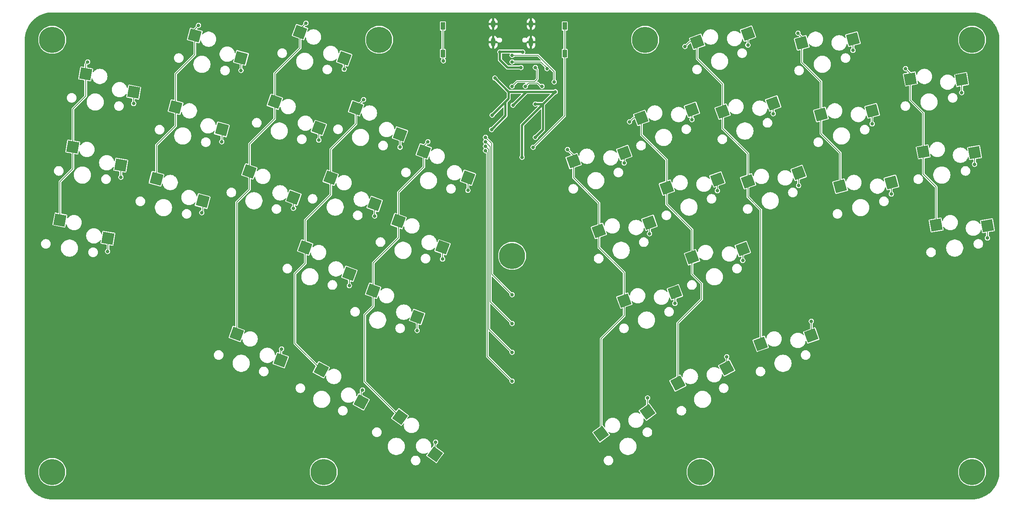
<source format=gbr>
%TF.GenerationSoftware,KiCad,Pcbnew,9.0.0*%
%TF.CreationDate,2025-07-28T21:00:37+03:00*%
%TF.ProjectId,cyberia,63796265-7269-4612-9e6b-696361645f70,v1.0.0*%
%TF.SameCoordinates,Original*%
%TF.FileFunction,Copper,L2,Bot*%
%TF.FilePolarity,Positive*%
%FSLAX46Y46*%
G04 Gerber Fmt 4.6, Leading zero omitted, Abs format (unit mm)*
G04 Created by KiCad (PCBNEW 9.0.0) date 2025-07-28 21:00:37*
%MOMM*%
%LPD*%
G01*
G04 APERTURE LIST*
G04 Aperture macros list*
%AMRotRect*
0 Rectangle, with rotation*
0 The origin of the aperture is its center*
0 $1 length*
0 $2 width*
0 $3 Rotation angle, in degrees counterclockwise*
0 Add horizontal line*
21,1,$1,$2,0,0,$3*%
G04 Aperture macros list end*
%TA.AperFunction,SMDPad,CuDef*%
%ADD10RotRect,2.600000X2.600000X20.000000*%
%TD*%
%TA.AperFunction,SMDPad,CuDef*%
%ADD11RotRect,2.600000X2.600000X324.000000*%
%TD*%
%TA.AperFunction,WasherPad*%
%ADD12C,6.000000*%
%TD*%
%TA.AperFunction,SMDPad,CuDef*%
%ADD13RotRect,2.600000X2.600000X350.000000*%
%TD*%
%TA.AperFunction,SMDPad,CuDef*%
%ADD14RotRect,2.600000X2.600000X340.000000*%
%TD*%
%TA.AperFunction,SMDPad,CuDef*%
%ADD15RotRect,2.600000X2.600000X15.000000*%
%TD*%
%TA.AperFunction,SMDPad,CuDef*%
%ADD16RotRect,2.600000X2.600000X10.000000*%
%TD*%
%TA.AperFunction,SMDPad,CuDef*%
%ADD17RotRect,2.600000X2.600000X28.000000*%
%TD*%
%TA.AperFunction,SMDPad,CuDef*%
%ADD18RotRect,2.600000X2.600000X332.000000*%
%TD*%
%TA.AperFunction,SMDPad,CuDef*%
%ADD19RotRect,2.600000X2.600000X345.000000*%
%TD*%
%TA.AperFunction,HeatsinkPad*%
%ADD20O,1.000000X2.100000*%
%TD*%
%TA.AperFunction,HeatsinkPad*%
%ADD21O,1.000000X1.800000*%
%TD*%
%TA.AperFunction,SMDPad,CuDef*%
%ADD22RotRect,2.600000X2.600000X36.000000*%
%TD*%
%TA.AperFunction,SMDPad,CuDef*%
%ADD23R,1.000000X1.700000*%
%TD*%
%TA.AperFunction,ViaPad*%
%ADD24C,0.800000*%
%TD*%
%TA.AperFunction,Conductor*%
%ADD25C,0.500000*%
%TD*%
%TA.AperFunction,Conductor*%
%ADD26C,0.200000*%
%TD*%
G04 APERTURE END LIST*
D10*
%TO.P,SW28,1*%
%TO.N,C7*%
X251444099Y-95181138D03*
%TO.P,SW28,2*%
%TO.N,Net-(D28-A)*%
X263049993Y-93298129D03*
%TD*%
D11*
%TO.P,SW19,1*%
%TO.N,C4*%
X177496332Y-165189530D03*
%TO.P,SW19,2*%
%TO.N,Net-(D19-A)*%
X185547350Y-173758287D03*
%TD*%
D12*
%TO.P,H4,*%
%TO.N,*%
X308610000Y-78740000D03*
%TD*%
%TO.P,H3,*%
%TO.N,*%
X233680000Y-78740000D03*
%TD*%
D10*
%TO.P,SW36,1*%
%TO.N,C7*%
X260174240Y-148405049D03*
%TO.P,SW36,2*%
%TO.N,Net-(D36-A)*%
X271780134Y-146522040D03*
%TD*%
D13*
%TO.P,SW4,1*%
%TO.N,C0*%
X105468527Y-86567854D03*
%TO.P,SW4,2*%
%TO.N,Net-(D4-A)*%
X116461031Y-90740068D03*
%TD*%
D10*
%TO.P,SW27,1*%
%TO.N,C7*%
X257258441Y-111155913D03*
%TO.P,SW27,2*%
%TO.N,Net-(D27-A)*%
X268864335Y-109272904D03*
%TD*%
D14*
%TO.P,SW12,1*%
%TO.N,C3*%
X161611140Y-110373580D03*
%TO.P,SW12,2*%
%TO.N,Net-(D12-A)*%
X171712145Y-116391236D03*
%TD*%
D12*
%TO.P,H6,*%
%TO.N,*%
X160020000Y-177800000D03*
%TD*%
D10*
%TO.P,SW30,1*%
%TO.N,C6*%
X244448215Y-128588587D03*
%TO.P,SW30,2*%
%TO.N,Net-(D30-A)*%
X256054109Y-126705578D03*
%TD*%
D12*
%TO.P,H2,*%
%TO.N,*%
X172720000Y-78740000D03*
%TD*%
D10*
%TO.P,SW34,1*%
%TO.N,C5*%
X223087487Y-122528945D03*
%TO.P,SW34,2*%
%TO.N,Net-(D34-A)*%
X234693381Y-120645936D03*
%TD*%
D15*
%TO.P,SW24,1*%
%TO.N,C8*%
X278390814Y-112299162D03*
%TO.P,SW24,2*%
%TO.N,Net-(D24-A)*%
X290116659Y-111434839D03*
%TD*%
D12*
%TO.P,H9,*%
%TO.N,*%
X203200000Y-128270000D03*
%TD*%
D14*
%TO.P,SW15,1*%
%TO.N,C4*%
X177157527Y-120288713D03*
%TO.P,SW15,2*%
%TO.N,Net-(D15-A)*%
X187258532Y-126306369D03*
%TD*%
D16*
%TO.P,SW23,1*%
%TO.N,C9*%
X294480981Y-87705250D03*
%TO.P,SW23,2*%
%TO.N,Net-(D23-A)*%
X306237536Y-87866190D03*
%TD*%
D17*
%TO.P,SW37,1*%
%TO.N,C6*%
X241167972Y-157443687D03*
%TO.P,SW37,2*%
%TO.N,Net-(D37-A)*%
X252398854Y-153963775D03*
%TD*%
D14*
%TO.P,SW8,1*%
%TO.N,C2*%
X142986572Y-108915681D03*
%TO.P,SW8,2*%
%TO.N,Net-(D8-A)*%
X153087577Y-114933337D03*
%TD*%
%TO.P,SW11,1*%
%TO.N,C3*%
X155796798Y-126348355D03*
%TO.P,SW11,2*%
%TO.N,Net-(D11-A)*%
X165897803Y-132366011D03*
%TD*%
D18*
%TO.P,SW18,1*%
%TO.N,C3*%
X159448720Y-154368648D03*
%TO.P,SW18,2*%
%TO.N,Net-(D18-A)*%
X168613928Y-161733530D03*
%TD*%
D12*
%TO.P,H7,*%
%TO.N,*%
X246380000Y-177800000D03*
%TD*%
D13*
%TO.P,SW3,1*%
%TO.N,C0*%
X102516508Y-103309586D03*
%TO.P,SW3,2*%
%TO.N,Net-(D3-A)*%
X113509012Y-107481800D03*
%TD*%
D15*
%TO.P,SW26,1*%
%TO.N,C8*%
X269590966Y-79457684D03*
%TO.P,SW26,2*%
%TO.N,Net-(D26-A)*%
X281316811Y-78593361D03*
%TD*%
D14*
%TO.P,SW13,1*%
%TO.N,C3*%
X167425482Y-94398806D03*
%TO.P,SW13,2*%
%TO.N,Net-(D13-A)*%
X177526487Y-100416462D03*
%TD*%
D19*
%TO.P,SW6,1*%
%TO.N,C1*%
X126082295Y-94183158D03*
%TO.P,SW6,2*%
%TO.N,Net-(D6-A)*%
X136669337Y-99297555D03*
%TD*%
D20*
%TO.P,J1,S1,SHIELD*%
%TO.N,GND*%
X207520000Y-79305000D03*
D21*
X207520000Y-75125000D03*
D20*
X198880000Y-79305000D03*
D21*
X198880000Y-75125000D03*
%TD*%
D13*
%TO.P,SW2,1*%
%TO.N,C0*%
X99564489Y-120051318D03*
%TO.P,SW2,2*%
%TO.N,Net-(D2-A)*%
X110556993Y-124223532D03*
%TD*%
D14*
%TO.P,SW9,1*%
%TO.N,C2*%
X148800915Y-92940906D03*
%TO.P,SW9,2*%
%TO.N,Net-(D9-A)*%
X158901920Y-98958562D03*
%TD*%
%TO.P,SW17,1*%
%TO.N,C2*%
X140070773Y-146164817D03*
%TO.P,SW17,2*%
%TO.N,Net-(D17-A)*%
X150171778Y-152182473D03*
%TD*%
D12*
%TO.P,H5,*%
%TO.N,*%
X97790000Y-177800000D03*
%TD*%
D10*
%TO.P,SW33,1*%
%TO.N,C5*%
X228901829Y-138503720D03*
%TO.P,SW33,2*%
%TO.N,Net-(D33-A)*%
X240507723Y-136620711D03*
%TD*%
%TO.P,SW29,1*%
%TO.N,C7*%
X245629756Y-79206364D03*
%TO.P,SW29,2*%
%TO.N,Net-(D29-A)*%
X257235650Y-77323355D03*
%TD*%
D14*
%TO.P,SW10,1*%
%TO.N,C2*%
X154615257Y-76966132D03*
%TO.P,SW10,2*%
%TO.N,Net-(D10-A)*%
X164716262Y-82983788D03*
%TD*%
D15*
%TO.P,SW25,1*%
%TO.N,C8*%
X273990890Y-95878423D03*
%TO.P,SW25,2*%
%TO.N,Net-(D25-A)*%
X285716735Y-95014100D03*
%TD*%
D10*
%TO.P,SW35,1*%
%TO.N,C5*%
X217273144Y-106554171D03*
%TO.P,SW35,2*%
%TO.N,Net-(D35-A)*%
X228879038Y-104671162D03*
%TD*%
D12*
%TO.P,H1,*%
%TO.N,*%
X97790000Y-78740000D03*
%TD*%
D10*
%TO.P,SW31,1*%
%TO.N,C6*%
X238633873Y-112613812D03*
%TO.P,SW31,2*%
%TO.N,Net-(D31-A)*%
X250239767Y-110730803D03*
%TD*%
D19*
%TO.P,SW7,1*%
%TO.N,C1*%
X130482219Y-77762419D03*
%TO.P,SW7,2*%
%TO.N,Net-(D7-A)*%
X141069261Y-82876816D03*
%TD*%
D10*
%TO.P,SW32,1*%
%TO.N,C6*%
X232819531Y-96639038D03*
%TO.P,SW32,2*%
%TO.N,Net-(D32-A)*%
X244425425Y-94756029D03*
%TD*%
D16*
%TO.P,SW22,1*%
%TO.N,C9*%
X297433000Y-104446982D03*
%TO.P,SW22,2*%
%TO.N,Net-(D22-A)*%
X309189555Y-104607922D03*
%TD*%
D14*
%TO.P,SW14,1*%
%TO.N,C4*%
X171343184Y-136263488D03*
%TO.P,SW14,2*%
%TO.N,Net-(D14-A)*%
X181444189Y-142281144D03*
%TD*%
D12*
%TO.P,H8,*%
%TO.N,*%
X308610000Y-177800000D03*
%TD*%
D16*
%TO.P,SW21,1*%
%TO.N,C9*%
X300385019Y-121188714D03*
%TO.P,SW21,2*%
%TO.N,Net-(D21-A)*%
X312141574Y-121349654D03*
%TD*%
D19*
%TO.P,SW5,1*%
%TO.N,C1*%
X121682371Y-110603897D03*
%TO.P,SW5,2*%
%TO.N,Net-(D5-A)*%
X132269413Y-115718294D03*
%TD*%
D14*
%TO.P,SW16,1*%
%TO.N,C4*%
X182971869Y-104313939D03*
%TO.P,SW16,2*%
%TO.N,Net-(D16-A)*%
X193072874Y-110331595D03*
%TD*%
D22*
%TO.P,SW38,1*%
%TO.N,C5*%
X223604606Y-169039524D03*
%TO.P,SW38,2*%
%TO.N,Net-(D38-A)*%
X234241880Y-164030441D03*
%TD*%
D23*
%TO.P,SW40,1,1*%
%TO.N,GND*%
X191130000Y-81890000D03*
X191130000Y-75590000D03*
%TO.P,SW40,2,2*%
%TO.N,CS*%
X187330000Y-81890000D03*
X187330000Y-75590000D03*
%TD*%
%TO.P,SW39,1,1*%
%TO.N,GND*%
X219070000Y-81890000D03*
X219070000Y-75590000D03*
%TO.P,SW39,2,2*%
%TO.N,RUN*%
X215270000Y-81890000D03*
X215270000Y-75590000D03*
%TD*%
D24*
%TO.N,GND*%
X201676000Y-143764000D03*
X207518000Y-89408000D03*
X223266000Y-94742000D03*
%TO.N,+3.3V*%
X203400000Y-93726000D03*
X198501000Y-99314000D03*
X199258500Y-87503000D03*
X198628000Y-96012000D03*
X208534000Y-101092000D03*
X213106000Y-90665000D03*
X205486000Y-105664000D03*
X208534000Y-93472000D03*
%TO.N,Net-(D2-A)*%
X110490000Y-127254000D03*
%TO.N,R2*%
X203200000Y-150368000D03*
X197104000Y-103124000D03*
%TO.N,Net-(D3-A)*%
X113538000Y-110236000D03*
%TO.N,R1*%
X203200000Y-143764000D03*
X197104000Y-102108000D03*
%TO.N,Net-(D4-A)*%
X116461031Y-93347031D03*
%TO.N,R0*%
X197104000Y-101092000D03*
X203200000Y-137160000D03*
%TO.N,Net-(D5-A)*%
X132080000Y-118364000D03*
%TO.N,Net-(D6-A)*%
X136652000Y-102108000D03*
%TO.N,Net-(D7-A)*%
X141069261Y-85752739D03*
%TO.N,Net-(D8-A)*%
X153087577Y-117348000D03*
%TO.N,Net-(D9-A)*%
X158901920Y-101702080D03*
%TO.N,Net-(D10-A)*%
X164716262Y-85473738D03*
%TO.N,Net-(D11-A)*%
X165897803Y-135092197D03*
%TO.N,Net-(D12-A)*%
X171704000Y-119126000D03*
%TO.N,Net-(D13-A)*%
X177526487Y-103358487D03*
%TO.N,Net-(D14-A)*%
X181444189Y-145376189D03*
%TO.N,Net-(D15-A)*%
X187258532Y-128971468D03*
%TO.N,Net-(D16-A)*%
X193072874Y-113251126D03*
%TO.N,R3*%
X197104000Y-104140000D03*
X203200000Y-156972000D03*
%TO.N,Net-(D17-A)*%
X150368000Y-149606000D03*
%TO.N,Net-(D18-A)*%
X168910000Y-159004000D03*
%TO.N,Net-(D19-A)*%
X185674000Y-170942000D03*
%TO.N,Net-(D21-A)*%
X312141574Y-124181574D03*
%TO.N,Net-(D22-A)*%
X309189555Y-107259555D03*
%TO.N,Net-(D23-A)*%
X306237536Y-90845536D03*
%TO.N,Net-(D24-A)*%
X290116659Y-114094659D03*
%TO.N,Net-(D25-A)*%
X285716735Y-98010735D03*
%TO.N,Net-(D26-A)*%
X281316811Y-81164811D03*
%TO.N,Net-(D27-A)*%
X268864335Y-112146335D03*
%TO.N,Net-(D28-A)*%
X263049993Y-95663993D03*
%TO.N,Net-(D29-A)*%
X257235650Y-79943650D03*
%TO.N,Net-(D30-A)*%
X256054109Y-129308109D03*
%TO.N,Net-(D31-A)*%
X250239767Y-113333767D03*
%TO.N,Net-(D32-A)*%
X244425425Y-97028000D03*
%TO.N,Net-(D33-A)*%
X240507723Y-139161723D03*
%TO.N,Net-(D34-A)*%
X234693381Y-123187381D03*
%TO.N,Net-(D35-A)*%
X228879038Y-106959038D03*
%TO.N,Net-(D36-A)*%
X271780134Y-143256134D03*
%TO.N,Net-(D37-A)*%
X252398854Y-151384000D03*
%TO.N,Net-(D38-A)*%
X234241880Y-160835880D03*
%TO.N,VBUS*%
X200406000Y-81534000D03*
X205600000Y-81534000D03*
X205232000Y-85090000D03*
%TO.N,D+*%
X211195500Y-85344000D03*
X203200000Y-83820000D03*
%TO.N,D-*%
X203200000Y-82296000D03*
X212852000Y-88392000D03*
%TO.N,DP*%
X203200000Y-89408000D03*
X208534000Y-85090000D03*
%TO.N,DN*%
X206248000Y-89408000D03*
X210058000Y-89408000D03*
%TO.N,RUN*%
X208026000Y-103378000D03*
%TO.N,CS*%
X187452000Y-83566000D03*
%TO.N,C8*%
X268732000Y-77216000D03*
%TO.N,C9*%
X293370000Y-85344000D03*
%TO.N,C3*%
X169164000Y-92456000D03*
%TO.N,C7*%
X242824000Y-80264000D03*
%TO.N,C4*%
X183896000Y-102108000D03*
%TO.N,C6*%
X230124000Y-97536000D03*
%TO.N,C2*%
X155956000Y-74930000D03*
%TO.N,C0*%
X105918000Y-83820000D03*
%TO.N,C5*%
X215900000Y-103886000D03*
%TO.N,C1*%
X131318000Y-75438000D03*
%TD*%
D25*
%TO.N,+3.3V*%
X213106000Y-90665000D02*
X210299000Y-93472000D01*
D26*
X198501000Y-96139000D02*
X198628000Y-96012000D01*
D25*
X198501000Y-99314000D02*
X201676000Y-96139000D01*
X199258500Y-87503000D02*
X202420500Y-90665000D01*
D26*
X203400000Y-93726000D02*
X203441000Y-93726000D01*
D25*
X198628000Y-96012000D02*
X202420500Y-92219500D01*
X201676000Y-96139000D02*
X201676000Y-92964000D01*
X202420500Y-90665000D02*
X206502000Y-90665000D01*
X210299000Y-93472000D02*
X208534000Y-93472000D01*
X205486000Y-98285000D02*
X210299000Y-93472000D01*
X206502000Y-90665000D02*
X213106000Y-90665000D01*
X205486000Y-105664000D02*
X205486000Y-98285000D01*
X202420500Y-92219500D02*
X202420500Y-90665000D01*
D26*
X213106000Y-90665000D02*
X213106000Y-90678000D01*
D25*
X203441000Y-93726000D02*
X206502000Y-90665000D01*
X208534000Y-101092000D02*
X210299000Y-99327000D01*
X201676000Y-92964000D02*
X202420500Y-92219500D01*
X210299000Y-99327000D02*
X210299000Y-93472000D01*
D26*
%TO.N,Net-(D2-A)*%
X110556993Y-124223532D02*
X110556993Y-127187007D01*
X110556993Y-127187007D02*
X110490000Y-127254000D01*
%TO.N,R2*%
X197104000Y-103124000D02*
X197866000Y-103886000D01*
X197866000Y-103886000D02*
X197866000Y-107696000D01*
X197866000Y-107696000D02*
X197866000Y-145034000D01*
X197866000Y-145034000D02*
X203200000Y-150368000D01*
%TO.N,Net-(D3-A)*%
X113509012Y-107481800D02*
X113509012Y-110207012D01*
X113509012Y-110207012D02*
X113538000Y-110236000D01*
%TO.N,R1*%
X197104000Y-102108000D02*
X198194000Y-103198000D01*
X198194000Y-138758000D02*
X203200000Y-143764000D01*
X198194000Y-103198000D02*
X198194000Y-107442000D01*
X198194000Y-107442000D02*
X198194000Y-138758000D01*
%TO.N,Net-(D4-A)*%
X116461031Y-90740068D02*
X116461031Y-93347031D01*
%TO.N,R0*%
X198522000Y-106680000D02*
X198522000Y-132482000D01*
X198522000Y-102510000D02*
X198522000Y-106680000D01*
X197104000Y-101092000D02*
X198522000Y-102510000D01*
X198522000Y-132482000D02*
X203200000Y-137160000D01*
%TO.N,Net-(D5-A)*%
X132269413Y-115718294D02*
X132269413Y-118174587D01*
X132269413Y-118174587D02*
X132080000Y-118364000D01*
%TO.N,Net-(D6-A)*%
X136669337Y-99297555D02*
X136669337Y-102090663D01*
X136669337Y-102090663D02*
X136652000Y-102108000D01*
%TO.N,Net-(D7-A)*%
X141069261Y-82876816D02*
X141069261Y-85752739D01*
X141069261Y-85752739D02*
X140970000Y-85852000D01*
%TO.N,Net-(D8-A)*%
X153087577Y-117348000D02*
X153087577Y-117422423D01*
X153087577Y-117422423D02*
X152908000Y-117602000D01*
X153087577Y-114933337D02*
X153087577Y-117348000D01*
%TO.N,Net-(D9-A)*%
X158901920Y-98958562D02*
X158901920Y-101702080D01*
X158901920Y-101702080D02*
X158750000Y-101854000D01*
%TO.N,Net-(D10-A)*%
X164716262Y-82983788D02*
X164716262Y-85473738D01*
%TO.N,Net-(D11-A)*%
X165897803Y-132366011D02*
X165897803Y-135092197D01*
%TO.N,Net-(D12-A)*%
X171712145Y-119117855D02*
X171704000Y-119126000D01*
X171712145Y-116391236D02*
X171712145Y-119117855D01*
%TO.N,Net-(D13-A)*%
X177526487Y-100416462D02*
X177526487Y-103358487D01*
X177526487Y-103358487D02*
X177546000Y-103378000D01*
%TO.N,Net-(D14-A)*%
X181444189Y-142281144D02*
X181444189Y-145376189D01*
%TO.N,Net-(D15-A)*%
X187258532Y-126306369D02*
X187258532Y-128971468D01*
%TO.N,Net-(D16-A)*%
X193072874Y-110331595D02*
X193072874Y-113251126D01*
%TO.N,R3*%
X197538000Y-151310000D02*
X203200000Y-156972000D01*
X197538000Y-104574000D02*
X197538000Y-107188000D01*
X197104000Y-104140000D02*
X197538000Y-104574000D01*
X197538000Y-107188000D02*
X197538000Y-151310000D01*
%TO.N,Net-(D17-A)*%
X150171778Y-149802222D02*
X150368000Y-149606000D01*
X150171778Y-152182473D02*
X150171778Y-149802222D01*
%TO.N,Net-(D18-A)*%
X168613928Y-159300072D02*
X168910000Y-159004000D01*
X168613928Y-161733530D02*
X168613928Y-159300072D01*
%TO.N,Net-(D19-A)*%
X185547350Y-173758287D02*
X185547350Y-171068650D01*
X185547350Y-171068650D02*
X185674000Y-170942000D01*
%TO.N,Net-(D21-A)*%
X312141574Y-121349654D02*
X312141574Y-124181574D01*
%TO.N,Net-(D22-A)*%
X309189555Y-104607922D02*
X309189555Y-107259555D01*
%TO.N,Net-(D23-A)*%
X306237536Y-87866190D02*
X306237536Y-90845536D01*
%TO.N,Net-(D24-A)*%
X290116659Y-111434839D02*
X290116659Y-114094659D01*
%TO.N,Net-(D25-A)*%
X285716735Y-95014100D02*
X285716735Y-98010735D01*
%TO.N,Net-(D26-A)*%
X281316811Y-78593361D02*
X281316811Y-81164811D01*
%TO.N,Net-(D27-A)*%
X268864335Y-109272904D02*
X268864335Y-112146335D01*
%TO.N,Net-(D28-A)*%
X263049993Y-93298129D02*
X263049993Y-95663993D01*
%TO.N,Net-(D29-A)*%
X257235650Y-77323355D02*
X257235650Y-79943650D01*
%TO.N,Net-(D30-A)*%
X256054109Y-126705578D02*
X256054109Y-129308109D01*
%TO.N,Net-(D31-A)*%
X250239767Y-110730803D02*
X250239767Y-113333767D01*
%TO.N,Net-(D32-A)*%
X244425425Y-97028000D02*
X244425425Y-97105425D01*
X244425425Y-94756029D02*
X244425425Y-97028000D01*
%TO.N,Net-(D33-A)*%
X240507723Y-136620711D02*
X240507723Y-139161723D01*
%TO.N,Net-(D34-A)*%
X234693381Y-120645936D02*
X234693381Y-123187381D01*
%TO.N,Net-(D35-A)*%
X228879038Y-104671162D02*
X228879038Y-106959038D01*
%TO.N,Net-(D36-A)*%
X271780134Y-146522040D02*
X271780134Y-143256134D01*
%TO.N,Net-(D37-A)*%
X252398854Y-153963775D02*
X252398854Y-151384000D01*
X252398854Y-151384000D02*
X252398854Y-151306854D01*
%TO.N,Net-(D38-A)*%
X234241880Y-164030441D02*
X234241880Y-160835880D01*
D25*
%TO.N,VBUS*%
X200406000Y-81534000D02*
X200406000Y-83312000D01*
X200495000Y-81445000D02*
X205511000Y-81445000D01*
X200406000Y-81534000D02*
X200495000Y-81445000D01*
X202184000Y-85090000D02*
X205232000Y-85090000D01*
X205511000Y-81445000D02*
X205600000Y-81534000D01*
X200406000Y-83312000D02*
X202184000Y-85090000D01*
D26*
%TO.N,D+*%
X211195500Y-85211500D02*
X209804000Y-83820000D01*
X211195500Y-85344000D02*
X211195500Y-85211500D01*
X209804000Y-83820000D02*
X203200000Y-83820000D01*
%TO.N,D-*%
X209138864Y-82296000D02*
X212852000Y-86009136D01*
X203200000Y-82296000D02*
X209138864Y-82296000D01*
X212852000Y-86009136D02*
X212852000Y-88392000D01*
%TO.N,DP*%
X208968505Y-85524505D02*
X208968505Y-87703495D01*
X208534000Y-85090000D02*
X208968505Y-85524505D01*
X208354000Y-88318000D02*
X204290000Y-88318000D01*
X208968505Y-87703495D02*
X208354000Y-88318000D01*
X204290000Y-88318000D02*
X203200000Y-89408000D01*
%TO.N,DN*%
X210058000Y-89408000D02*
X209804000Y-89408000D01*
X209804000Y-89408000D02*
X209042000Y-88646000D01*
X207010000Y-88646000D02*
X206248000Y-89408000D01*
X209042000Y-88646000D02*
X207010000Y-88646000D01*
%TO.N,RUN*%
X215270000Y-81890000D02*
X215270000Y-96134000D01*
X215270000Y-96134000D02*
X208026000Y-103378000D01*
X215270000Y-75590000D02*
X215270000Y-81890000D01*
%TO.N,CS*%
X187330000Y-75590000D02*
X187330000Y-81890000D01*
X187330000Y-83444000D02*
X187452000Y-83566000D01*
X187330000Y-81890000D02*
X187330000Y-83444000D01*
%TO.N,C8*%
X273990890Y-88316890D02*
X273990890Y-95878423D01*
X269590966Y-83916966D02*
X273990890Y-88316890D01*
X273990890Y-95878423D02*
X273990890Y-100254890D01*
X273990890Y-100254890D02*
X278390814Y-104654814D01*
X268732000Y-77216000D02*
X269590966Y-78074966D01*
X278390814Y-104654814D02*
X278390814Y-112299162D01*
X269590966Y-78074966D02*
X269590966Y-79457684D01*
X269590966Y-79457684D02*
X269590966Y-83916966D01*
%TO.N,C9*%
X300385019Y-112425019D02*
X300385019Y-121188714D01*
X293370000Y-85344000D02*
X294480981Y-86454981D01*
X294480981Y-87705250D02*
X294480981Y-92550981D01*
X297433000Y-95503000D02*
X297433000Y-104446982D01*
X297433000Y-104446982D02*
X297433000Y-109473000D01*
X294480981Y-86454981D02*
X294480981Y-87705250D01*
X294480981Y-92550981D02*
X297433000Y-95503000D01*
X297433000Y-109473000D02*
X300385019Y-112425019D01*
%TO.N,C3*%
X161611140Y-103818860D02*
X161611140Y-110373580D01*
X167425482Y-94398806D02*
X167425482Y-94194518D01*
X153416000Y-148335928D02*
X159448720Y-154368648D01*
X161611140Y-110373580D02*
X161611140Y-114232860D01*
X167425482Y-94398806D02*
X167425482Y-98004518D01*
X161611140Y-114232860D02*
X155796798Y-120047202D01*
X167425482Y-94194518D02*
X169164000Y-92456000D01*
X155796798Y-129953202D02*
X153416000Y-132334000D01*
X153416000Y-132334000D02*
X153416000Y-148335928D01*
X155796798Y-126348355D02*
X155796798Y-129953202D01*
X155796798Y-120047202D02*
X155796798Y-126348355D01*
X167425482Y-98004518D02*
X161611140Y-103818860D01*
%TO.N,C7*%
X251444099Y-95181138D02*
X251444099Y-99044099D01*
X257258441Y-114764441D02*
X260174240Y-117680240D01*
X251444099Y-99044099D02*
X257258441Y-104858441D01*
X260174240Y-117680240D02*
X260174240Y-148405049D01*
X242824000Y-80264000D02*
X243881636Y-79206364D01*
X257258441Y-111155913D02*
X257258441Y-114764441D01*
X243881636Y-79206364D02*
X245629756Y-79206364D01*
X251444099Y-88884099D02*
X251444099Y-95181138D01*
X245629756Y-79206364D02*
X245629756Y-83069756D01*
X245629756Y-83069756D02*
X251444099Y-88884099D01*
X257258441Y-104858441D02*
X257258441Y-111155913D01*
%TO.N,C4*%
X182971869Y-104313939D02*
X182971869Y-107858131D01*
X171343184Y-136263488D02*
X171343184Y-139806816D01*
X171343184Y-129900816D02*
X171343184Y-136263488D01*
X182971869Y-103032131D02*
X183896000Y-102108000D01*
X182971869Y-107858131D02*
X177157527Y-113672473D01*
X169418000Y-141732000D02*
X169418000Y-157111198D01*
X182971869Y-104313939D02*
X182971869Y-103032131D01*
X169418000Y-157111198D02*
X177496332Y-165189530D01*
X177157527Y-113672473D02*
X177157527Y-120288713D01*
X177157527Y-120288713D02*
X177157527Y-124086473D01*
X171343184Y-139806816D02*
X169418000Y-141732000D01*
X177157527Y-124086473D02*
X171343184Y-129900816D01*
%TO.N,C6*%
X232819531Y-96639038D02*
X232819531Y-100485531D01*
X246634000Y-138176000D02*
X241167972Y-143642028D01*
X244448215Y-128588587D02*
X244448215Y-132434215D01*
X241167972Y-143642028D02*
X241167972Y-157443687D01*
X238633873Y-106299873D02*
X238633873Y-112613812D01*
X246634000Y-134620000D02*
X246634000Y-138176000D01*
X244448215Y-122274215D02*
X244448215Y-128588587D01*
X231020962Y-96639038D02*
X232819531Y-96639038D01*
X238633873Y-112613812D02*
X238633873Y-116459873D01*
X232819531Y-100485531D02*
X238633873Y-106299873D01*
X238633873Y-116459873D02*
X244448215Y-122274215D01*
X244448215Y-132434215D02*
X246634000Y-134620000D01*
X230124000Y-97536000D02*
X231020962Y-96639038D01*
%TO.N,C2*%
X142986572Y-108915681D02*
X142986572Y-113045428D01*
X142986572Y-113045428D02*
X140070773Y-115961227D01*
X154615257Y-76966132D02*
X154615257Y-76270743D01*
X154615257Y-76270743D02*
X155956000Y-74930000D01*
X140070773Y-115961227D02*
X140070773Y-146164817D01*
X154615257Y-80588743D02*
X148800915Y-86403085D01*
X142986572Y-102631428D02*
X142986572Y-108915681D01*
X148800915Y-86403085D02*
X148800915Y-92940906D01*
X148800915Y-92940906D02*
X148800915Y-96817085D01*
X154615257Y-76966132D02*
X154615257Y-80588743D01*
X148800915Y-96817085D02*
X142986572Y-102631428D01*
%TO.N,C0*%
X105468527Y-86567854D02*
X105468527Y-84269473D01*
X105468527Y-91635473D02*
X102516508Y-94587492D01*
X105468527Y-86567854D02*
X105468527Y-91635473D01*
X99564489Y-111255511D02*
X99564489Y-120051318D01*
X102516508Y-103309586D02*
X102516508Y-108303492D01*
X102516508Y-108303492D02*
X99564489Y-111255511D01*
X102516508Y-94587492D02*
X102516508Y-103309586D01*
X105468527Y-84269473D02*
X105918000Y-83820000D01*
%TO.N,C5*%
X217273144Y-105259144D02*
X217273144Y-106554171D01*
X215900000Y-103886000D02*
X217273144Y-105259144D01*
X223087487Y-116153487D02*
X223087487Y-122528945D01*
X217273144Y-110339144D02*
X223087487Y-116153487D01*
X228901829Y-138503720D02*
X228901829Y-141938171D01*
X223087487Y-126313487D02*
X228901829Y-132127829D01*
X223087487Y-122528945D02*
X223087487Y-126313487D01*
X223604606Y-147235394D02*
X223604606Y-169039524D01*
X217273144Y-106554171D02*
X217273144Y-110339144D01*
X228901829Y-141938171D02*
X223604606Y-147235394D01*
X228901829Y-132127829D02*
X228901829Y-138503720D01*
%TO.N,C1*%
X130482219Y-77762419D02*
X130482219Y-82115781D01*
X126082295Y-98453705D02*
X121682371Y-102853629D01*
X130482219Y-82115781D02*
X126082295Y-86515705D01*
X130482219Y-77762419D02*
X130482219Y-76273781D01*
X130482219Y-76273781D02*
X131318000Y-75438000D01*
X121682371Y-102853629D02*
X121682371Y-110603897D01*
X126082295Y-94183158D02*
X126082295Y-98453705D01*
X126082295Y-86515705D02*
X126082295Y-94183158D01*
%TD*%
%TA.AperFunction,Conductor*%
%TO.N,GND*%
G36*
X308611844Y-72465569D02*
G01*
X309075198Y-72482906D01*
X309082561Y-72483458D01*
X309541492Y-72535167D01*
X309548812Y-72536271D01*
X309775687Y-72579198D01*
X310002565Y-72622125D01*
X310009777Y-72623771D01*
X310455873Y-72743302D01*
X310462942Y-72745483D01*
X310898834Y-72898009D01*
X310905720Y-72900711D01*
X311329012Y-73085391D01*
X311335683Y-73088604D01*
X311743971Y-73304391D01*
X311750382Y-73308092D01*
X312141420Y-73553797D01*
X312147537Y-73557968D01*
X312519101Y-73832194D01*
X312524887Y-73836807D01*
X312874932Y-74138046D01*
X312880359Y-74143081D01*
X313206918Y-74469640D01*
X313211953Y-74475067D01*
X313513189Y-74825109D01*
X313517805Y-74830898D01*
X313792031Y-75202462D01*
X313796202Y-75208579D01*
X314041907Y-75599617D01*
X314045608Y-75606028D01*
X314261395Y-76014316D01*
X314264608Y-76020987D01*
X314449288Y-76444279D01*
X314451992Y-76451170D01*
X314604515Y-76887054D01*
X314606698Y-76894129D01*
X314726227Y-77340219D01*
X314727874Y-77347437D01*
X314813728Y-77801187D01*
X314814832Y-77808507D01*
X314866540Y-78267427D01*
X314867093Y-78274810D01*
X314884431Y-78738155D01*
X314884500Y-78741857D01*
X314884500Y-177798142D01*
X314884431Y-177801844D01*
X314867093Y-178265189D01*
X314866540Y-178272572D01*
X314814832Y-178731492D01*
X314813728Y-178738812D01*
X314727874Y-179192562D01*
X314726227Y-179199780D01*
X314606698Y-179645870D01*
X314604515Y-179652945D01*
X314451992Y-180088829D01*
X314449288Y-180095720D01*
X314264608Y-180519012D01*
X314261395Y-180525683D01*
X314045608Y-180933971D01*
X314041907Y-180940382D01*
X313796202Y-181331420D01*
X313792031Y-181337537D01*
X313517805Y-181709101D01*
X313513189Y-181714890D01*
X313211953Y-182064932D01*
X313206918Y-182070359D01*
X312880359Y-182396918D01*
X312874932Y-182401953D01*
X312524890Y-182703189D01*
X312519101Y-182707805D01*
X312147537Y-182982031D01*
X312141420Y-182986202D01*
X311750382Y-183231907D01*
X311743971Y-183235608D01*
X311335683Y-183451395D01*
X311329012Y-183454608D01*
X310905720Y-183639288D01*
X310898829Y-183641992D01*
X310462945Y-183794515D01*
X310455870Y-183796698D01*
X310009780Y-183916227D01*
X310002562Y-183917874D01*
X309548812Y-184003728D01*
X309541492Y-184004832D01*
X309082572Y-184056540D01*
X309075189Y-184057093D01*
X308611844Y-184074431D01*
X308608142Y-184074500D01*
X97791858Y-184074500D01*
X97788156Y-184074431D01*
X97324810Y-184057093D01*
X97317427Y-184056540D01*
X96858507Y-184004832D01*
X96851187Y-184003728D01*
X96397437Y-183917874D01*
X96390219Y-183916227D01*
X95944129Y-183796698D01*
X95937054Y-183794515D01*
X95501170Y-183641992D01*
X95494279Y-183639288D01*
X95070987Y-183454608D01*
X95064316Y-183451395D01*
X94656028Y-183235608D01*
X94649617Y-183231907D01*
X94258579Y-182986202D01*
X94252462Y-182982031D01*
X93880898Y-182707805D01*
X93875109Y-182703189D01*
X93525067Y-182401953D01*
X93519640Y-182396918D01*
X93193081Y-182070359D01*
X93188046Y-182064932D01*
X92886810Y-181714890D01*
X92882194Y-181709101D01*
X92607968Y-181337537D01*
X92603797Y-181331420D01*
X92358092Y-180940382D01*
X92354391Y-180933971D01*
X92138604Y-180525683D01*
X92135391Y-180519012D01*
X91950711Y-180095720D01*
X91948007Y-180088829D01*
X91795484Y-179652945D01*
X91793301Y-179645870D01*
X91673772Y-179199780D01*
X91672125Y-179192562D01*
X91586271Y-178738812D01*
X91585167Y-178731492D01*
X91561330Y-178519931D01*
X91533458Y-178272561D01*
X91532906Y-178265189D01*
X91515569Y-177801844D01*
X91515500Y-177798142D01*
X91515500Y-177620262D01*
X94589500Y-177620262D01*
X94589500Y-177979737D01*
X94629747Y-178336946D01*
X94709738Y-178687409D01*
X94828462Y-179026704D01*
X94828464Y-179026708D01*
X94984434Y-179350582D01*
X95175685Y-179654956D01*
X95175687Y-179654959D01*
X95175689Y-179654962D01*
X95399802Y-179935992D01*
X95399808Y-179935998D01*
X95399812Y-179936003D01*
X95653997Y-180190188D01*
X95654001Y-180190191D01*
X95654007Y-180190197D01*
X95935037Y-180414310D01*
X95935041Y-180414312D01*
X95935044Y-180414315D01*
X96239418Y-180605566D01*
X96563292Y-180761536D01*
X96902592Y-180880262D01*
X97253052Y-180960252D01*
X97610264Y-181000500D01*
X97610265Y-181000500D01*
X97969735Y-181000500D01*
X97969736Y-181000500D01*
X98326948Y-180960252D01*
X98677408Y-180880262D01*
X99016708Y-180761536D01*
X99340582Y-180605566D01*
X99644956Y-180414315D01*
X99926003Y-180190188D01*
X100180188Y-179936003D01*
X100404315Y-179654956D01*
X100595566Y-179350582D01*
X100751536Y-179026708D01*
X100870262Y-178687408D01*
X100950252Y-178336948D01*
X100990500Y-177979736D01*
X100990500Y-177620264D01*
X100990500Y-177620262D01*
X156819500Y-177620262D01*
X156819500Y-177979737D01*
X156859747Y-178336946D01*
X156939738Y-178687409D01*
X157058462Y-179026704D01*
X157058464Y-179026708D01*
X157214434Y-179350582D01*
X157405685Y-179654956D01*
X157405687Y-179654959D01*
X157405689Y-179654962D01*
X157629802Y-179935992D01*
X157629808Y-179935998D01*
X157629812Y-179936003D01*
X157883997Y-180190188D01*
X157884001Y-180190191D01*
X157884007Y-180190197D01*
X158165037Y-180414310D01*
X158165041Y-180414312D01*
X158165044Y-180414315D01*
X158469418Y-180605566D01*
X158793292Y-180761536D01*
X159132592Y-180880262D01*
X159483052Y-180960252D01*
X159840264Y-181000500D01*
X159840265Y-181000500D01*
X160199735Y-181000500D01*
X160199736Y-181000500D01*
X160556948Y-180960252D01*
X160907408Y-180880262D01*
X161246708Y-180761536D01*
X161570582Y-180605566D01*
X161874956Y-180414315D01*
X162156003Y-180190188D01*
X162410188Y-179936003D01*
X162634315Y-179654956D01*
X162825566Y-179350582D01*
X162981536Y-179026708D01*
X163100262Y-178687408D01*
X163180252Y-178336948D01*
X163220500Y-177979736D01*
X163220500Y-177620264D01*
X163220500Y-177620262D01*
X243179500Y-177620262D01*
X243179500Y-177979737D01*
X243219747Y-178336946D01*
X243299738Y-178687409D01*
X243418462Y-179026704D01*
X243418464Y-179026708D01*
X243574434Y-179350582D01*
X243765685Y-179654956D01*
X243765687Y-179654959D01*
X243765689Y-179654962D01*
X243989802Y-179935992D01*
X243989808Y-179935998D01*
X243989812Y-179936003D01*
X244243997Y-180190188D01*
X244244001Y-180190191D01*
X244244007Y-180190197D01*
X244525037Y-180414310D01*
X244525041Y-180414312D01*
X244525044Y-180414315D01*
X244829418Y-180605566D01*
X245153292Y-180761536D01*
X245492592Y-180880262D01*
X245843052Y-180960252D01*
X246200264Y-181000500D01*
X246200265Y-181000500D01*
X246559735Y-181000500D01*
X246559736Y-181000500D01*
X246916948Y-180960252D01*
X247267408Y-180880262D01*
X247606708Y-180761536D01*
X247930582Y-180605566D01*
X248234956Y-180414315D01*
X248516003Y-180190188D01*
X248770188Y-179936003D01*
X248994315Y-179654956D01*
X249185566Y-179350582D01*
X249341536Y-179026708D01*
X249460262Y-178687408D01*
X249540252Y-178336948D01*
X249580500Y-177979736D01*
X249580500Y-177620264D01*
X249580500Y-177620262D01*
X305409500Y-177620262D01*
X305409500Y-177979737D01*
X305449747Y-178336946D01*
X305529738Y-178687409D01*
X305648462Y-179026704D01*
X305648464Y-179026708D01*
X305804434Y-179350582D01*
X305995685Y-179654956D01*
X305995687Y-179654959D01*
X305995689Y-179654962D01*
X306219802Y-179935992D01*
X306219808Y-179935998D01*
X306219812Y-179936003D01*
X306473997Y-180190188D01*
X306474001Y-180190191D01*
X306474007Y-180190197D01*
X306755037Y-180414310D01*
X306755041Y-180414312D01*
X306755044Y-180414315D01*
X307059418Y-180605566D01*
X307383292Y-180761536D01*
X307722592Y-180880262D01*
X308073052Y-180960252D01*
X308430264Y-181000500D01*
X308430265Y-181000500D01*
X308789735Y-181000500D01*
X308789736Y-181000500D01*
X309146948Y-180960252D01*
X309497408Y-180880262D01*
X309836708Y-180761536D01*
X310160582Y-180605566D01*
X310464956Y-180414315D01*
X310746003Y-180190188D01*
X311000188Y-179936003D01*
X311224315Y-179654956D01*
X311415566Y-179350582D01*
X311571536Y-179026708D01*
X311690262Y-178687408D01*
X311770252Y-178336948D01*
X311810500Y-177979736D01*
X311810500Y-177620264D01*
X311770252Y-177263052D01*
X311690262Y-176912592D01*
X311571536Y-176573292D01*
X311415566Y-176249418D01*
X311224315Y-175945044D01*
X311224312Y-175945040D01*
X311224310Y-175945037D01*
X311000197Y-175664007D01*
X311000191Y-175664001D01*
X311000188Y-175663997D01*
X310746003Y-175409812D01*
X310745998Y-175409808D01*
X310745992Y-175409802D01*
X310464962Y-175185689D01*
X310464959Y-175185687D01*
X310414929Y-175154251D01*
X310160582Y-174994434D01*
X309970894Y-174903085D01*
X309836704Y-174838462D01*
X309497409Y-174719738D01*
X309146946Y-174639747D01*
X308789737Y-174599500D01*
X308789736Y-174599500D01*
X308430264Y-174599500D01*
X308430262Y-174599500D01*
X308073053Y-174639747D01*
X307722590Y-174719738D01*
X307383295Y-174838462D01*
X307059425Y-174994430D01*
X307059419Y-174994433D01*
X307059418Y-174994434D01*
X306957960Y-175058184D01*
X306755040Y-175185687D01*
X306755037Y-175185689D01*
X306474007Y-175409802D01*
X306219802Y-175664007D01*
X305995689Y-175945037D01*
X305995687Y-175945040D01*
X305868184Y-176147960D01*
X305813320Y-176235277D01*
X305804433Y-176249420D01*
X305804430Y-176249425D01*
X305648462Y-176573295D01*
X305529738Y-176912590D01*
X305449747Y-177263053D01*
X305409500Y-177620262D01*
X249580500Y-177620262D01*
X249540252Y-177263052D01*
X249460262Y-176912592D01*
X249341536Y-176573292D01*
X249185566Y-176249418D01*
X248994315Y-175945044D01*
X248994312Y-175945040D01*
X248994310Y-175945037D01*
X248770197Y-175664007D01*
X248770191Y-175664001D01*
X248770188Y-175663997D01*
X248516003Y-175409812D01*
X248515998Y-175409808D01*
X248515992Y-175409802D01*
X248234962Y-175185689D01*
X248234959Y-175185687D01*
X248184929Y-175154251D01*
X247930582Y-174994434D01*
X247740894Y-174903085D01*
X247606704Y-174838462D01*
X247267409Y-174719738D01*
X246916946Y-174639747D01*
X246559737Y-174599500D01*
X246559736Y-174599500D01*
X246200264Y-174599500D01*
X246200262Y-174599500D01*
X245843053Y-174639747D01*
X245492590Y-174719738D01*
X245153295Y-174838462D01*
X244829425Y-174994430D01*
X244829419Y-174994433D01*
X244829418Y-174994434D01*
X244727960Y-175058184D01*
X244525040Y-175185687D01*
X244525037Y-175185689D01*
X244244007Y-175409802D01*
X243989802Y-175664007D01*
X243765689Y-175945037D01*
X243765687Y-175945040D01*
X243638184Y-176147960D01*
X243583320Y-176235277D01*
X243574433Y-176249420D01*
X243574430Y-176249425D01*
X243418462Y-176573295D01*
X243299738Y-176912590D01*
X243219747Y-177263053D01*
X243179500Y-177620262D01*
X163220500Y-177620262D01*
X163180252Y-177263052D01*
X163100262Y-176912592D01*
X162981536Y-176573292D01*
X162825566Y-176249418D01*
X162634315Y-175945044D01*
X162634312Y-175945040D01*
X162634310Y-175945037D01*
X162410197Y-175664007D01*
X162410191Y-175664001D01*
X162410188Y-175663997D01*
X162156003Y-175409812D01*
X162155998Y-175409808D01*
X162155992Y-175409802D01*
X161874962Y-175185689D01*
X161874959Y-175185687D01*
X161824929Y-175154251D01*
X161697705Y-175074311D01*
X179996733Y-175074311D01*
X179996733Y-175247682D01*
X180023852Y-175418906D01*
X180077424Y-175583786D01*
X180118298Y-175664007D01*
X180156131Y-175738257D01*
X180258032Y-175878511D01*
X180380619Y-176001098D01*
X180520873Y-176102999D01*
X180675342Y-176181705D01*
X180840221Y-176235277D01*
X180908713Y-176246125D01*
X181011448Y-176262397D01*
X181011451Y-176262397D01*
X181184818Y-176262397D01*
X181270430Y-176248837D01*
X181356045Y-176235277D01*
X181520924Y-176181705D01*
X181675393Y-176102999D01*
X181815647Y-176001098D01*
X181938234Y-175878511D01*
X182040135Y-175738257D01*
X182118841Y-175583788D01*
X182172413Y-175418909D01*
X182199533Y-175247679D01*
X182199533Y-175074315D01*
X182199533Y-175074311D01*
X182172413Y-174903087D01*
X182172413Y-174903085D01*
X182118841Y-174738206D01*
X182040135Y-174583737D01*
X181938234Y-174443483D01*
X181815647Y-174320896D01*
X181675393Y-174218995D01*
X181675392Y-174218994D01*
X181675390Y-174218993D01*
X181520922Y-174140288D01*
X181356042Y-174086716D01*
X181184818Y-174059597D01*
X181184815Y-174059597D01*
X181011451Y-174059597D01*
X181011448Y-174059597D01*
X180840223Y-174086716D01*
X180675343Y-174140288D01*
X180520875Y-174218993D01*
X180380620Y-174320895D01*
X180258031Y-174443484D01*
X180156129Y-174583739D01*
X180077424Y-174738207D01*
X180023852Y-174903087D01*
X179996733Y-175074311D01*
X161697705Y-175074311D01*
X161570582Y-174994434D01*
X161380894Y-174903085D01*
X161246704Y-174838462D01*
X160907409Y-174719738D01*
X160556946Y-174639747D01*
X160199737Y-174599500D01*
X160199736Y-174599500D01*
X159840264Y-174599500D01*
X159840262Y-174599500D01*
X159483053Y-174639747D01*
X159132590Y-174719738D01*
X158793295Y-174838462D01*
X158469425Y-174994430D01*
X158469419Y-174994433D01*
X158469418Y-174994434D01*
X158367960Y-175058184D01*
X158165040Y-175185687D01*
X158165037Y-175185689D01*
X157884007Y-175409802D01*
X157629802Y-175664007D01*
X157405689Y-175945037D01*
X157405687Y-175945040D01*
X157278184Y-176147960D01*
X157223320Y-176235277D01*
X157214433Y-176249420D01*
X157214430Y-176249425D01*
X157058462Y-176573295D01*
X156939738Y-176912590D01*
X156859747Y-177263053D01*
X156819500Y-177620262D01*
X100990500Y-177620262D01*
X100950252Y-177263052D01*
X100870262Y-176912592D01*
X100751536Y-176573292D01*
X100595566Y-176249418D01*
X100404315Y-175945044D01*
X100404312Y-175945040D01*
X100404310Y-175945037D01*
X100180197Y-175664007D01*
X100180191Y-175664001D01*
X100180188Y-175663997D01*
X99926003Y-175409812D01*
X99925998Y-175409808D01*
X99925992Y-175409802D01*
X99644962Y-175185689D01*
X99644959Y-175185687D01*
X99594929Y-175154251D01*
X99340582Y-174994434D01*
X99150894Y-174903085D01*
X99016704Y-174838462D01*
X98677409Y-174719738D01*
X98326946Y-174639747D01*
X97969737Y-174599500D01*
X97969736Y-174599500D01*
X97610264Y-174599500D01*
X97610262Y-174599500D01*
X97253053Y-174639747D01*
X96902590Y-174719738D01*
X96563295Y-174838462D01*
X96239425Y-174994430D01*
X96239419Y-174994433D01*
X96239418Y-174994434D01*
X96137960Y-175058184D01*
X95935040Y-175185687D01*
X95935037Y-175185689D01*
X95654007Y-175409802D01*
X95399802Y-175664007D01*
X95175689Y-175945037D01*
X95175687Y-175945040D01*
X95048184Y-176147960D01*
X94993320Y-176235277D01*
X94984433Y-176249420D01*
X94984430Y-176249425D01*
X94828462Y-176573295D01*
X94709738Y-176912590D01*
X94629747Y-177263053D01*
X94589500Y-177620262D01*
X91515500Y-177620262D01*
X91515500Y-171799384D01*
X174683540Y-171799384D01*
X174683540Y-172056971D01*
X174717161Y-172312345D01*
X174717161Y-172312350D01*
X174783828Y-172561154D01*
X174783830Y-172561162D01*
X174882401Y-172799135D01*
X174882404Y-172799140D01*
X174992569Y-172989952D01*
X175011199Y-173022219D01*
X175167999Y-173226565D01*
X175168001Y-173226567D01*
X175168005Y-173226572D01*
X175350146Y-173408713D01*
X175350150Y-173408716D01*
X175350152Y-173408718D01*
X175459480Y-173492608D01*
X175554502Y-173565521D01*
X175777578Y-173694314D01*
X175777579Y-173694314D01*
X175777582Y-173694316D01*
X175865488Y-173730727D01*
X176015556Y-173792888D01*
X176264365Y-173859556D01*
X176519747Y-173893178D01*
X176519748Y-173893178D01*
X176777332Y-173893178D01*
X176777333Y-173893178D01*
X177032715Y-173859556D01*
X177281524Y-173792888D01*
X177519502Y-173694314D01*
X177742578Y-173565521D01*
X177946934Y-173408713D01*
X178129075Y-173226572D01*
X178285883Y-173022216D01*
X178414676Y-172799140D01*
X178513250Y-172561162D01*
X178579918Y-172312353D01*
X178613540Y-172056971D01*
X178613540Y-171799385D01*
X178602899Y-171718556D01*
X181147320Y-171718556D01*
X181147320Y-171948025D01*
X181177272Y-172175529D01*
X181236661Y-172397176D01*
X181324473Y-172609174D01*
X181434149Y-172799140D01*
X181439209Y-172807903D01*
X181578901Y-172989952D01*
X181741159Y-173152210D01*
X181923208Y-173291902D01*
X182121932Y-173406635D01*
X182121933Y-173406635D01*
X182121936Y-173406637D01*
X182199353Y-173438704D01*
X182333933Y-173494449D01*
X182555582Y-173553839D01*
X182783086Y-173583791D01*
X182783087Y-173583791D01*
X183012553Y-173583791D01*
X183012554Y-173583791D01*
X183240058Y-173553839D01*
X183461707Y-173494449D01*
X183673708Y-173406635D01*
X183743042Y-173366604D01*
X183802890Y-173353883D01*
X183858786Y-173378769D01*
X183889379Y-173431757D01*
X183882983Y-173492608D01*
X183872635Y-173510532D01*
X183557691Y-173944015D01*
X183557689Y-173944018D01*
X183532727Y-173998163D01*
X183532727Y-173998165D01*
X183529597Y-174077868D01*
X183552624Y-174140288D01*
X183557204Y-174152701D01*
X183557205Y-174152704D01*
X183597674Y-174196483D01*
X183597680Y-174196489D01*
X185733077Y-175747945D01*
X185733080Y-175747946D01*
X185733081Y-175747947D01*
X185769177Y-175764588D01*
X185787228Y-175772910D01*
X185866931Y-175776040D01*
X185941765Y-175748433D01*
X185985552Y-175707957D01*
X186445923Y-175074311D01*
X224200466Y-175074311D01*
X224200466Y-175247682D01*
X224227585Y-175418906D01*
X224281157Y-175583786D01*
X224322031Y-175664007D01*
X224359864Y-175738257D01*
X224461765Y-175878511D01*
X224584352Y-176001098D01*
X224724606Y-176102999D01*
X224879075Y-176181705D01*
X225043954Y-176235277D01*
X225112446Y-176246125D01*
X225215181Y-176262397D01*
X225215184Y-176262397D01*
X225388551Y-176262397D01*
X225474163Y-176248837D01*
X225559778Y-176235277D01*
X225724657Y-176181705D01*
X225879126Y-176102999D01*
X226019380Y-176001098D01*
X226141967Y-175878511D01*
X226243868Y-175738257D01*
X226322574Y-175583788D01*
X226376146Y-175418909D01*
X226403266Y-175247679D01*
X226403266Y-175074315D01*
X226403266Y-175074311D01*
X226376146Y-174903087D01*
X226376146Y-174903085D01*
X226322574Y-174738206D01*
X226243868Y-174583737D01*
X226141967Y-174443483D01*
X226019380Y-174320896D01*
X225879126Y-174218995D01*
X225879125Y-174218994D01*
X225879123Y-174218993D01*
X225724655Y-174140288D01*
X225559775Y-174086716D01*
X225388551Y-174059597D01*
X225388548Y-174059597D01*
X225215184Y-174059597D01*
X225215181Y-174059597D01*
X225043956Y-174086716D01*
X224879076Y-174140288D01*
X224724608Y-174218993D01*
X224584353Y-174320895D01*
X224461764Y-174443484D01*
X224359862Y-174583739D01*
X224281157Y-174738207D01*
X224227585Y-174903087D01*
X224200466Y-175074311D01*
X186445923Y-175074311D01*
X187537008Y-173572560D01*
X187561973Y-173518409D01*
X187565103Y-173438706D01*
X187537496Y-173363872D01*
X187537494Y-173363870D01*
X187537494Y-173363869D01*
X187497022Y-173320087D01*
X187497021Y-173320086D01*
X187497020Y-173320085D01*
X186452441Y-172561154D01*
X185888659Y-172151542D01*
X185852695Y-172102042D01*
X185847850Y-172071449D01*
X185847850Y-171799384D01*
X227786459Y-171799384D01*
X227786459Y-172056971D01*
X227820080Y-172312345D01*
X227820080Y-172312350D01*
X227886747Y-172561154D01*
X227886749Y-172561162D01*
X227985320Y-172799135D01*
X227985323Y-172799140D01*
X228095488Y-172989952D01*
X228114118Y-173022219D01*
X228270918Y-173226565D01*
X228270920Y-173226567D01*
X228270924Y-173226572D01*
X228453065Y-173408713D01*
X228453069Y-173408716D01*
X228453071Y-173408718D01*
X228562399Y-173492608D01*
X228657421Y-173565521D01*
X228880497Y-173694314D01*
X228880498Y-173694314D01*
X228880501Y-173694316D01*
X228968407Y-173730727D01*
X229118475Y-173792888D01*
X229367284Y-173859556D01*
X229622666Y-173893178D01*
X229622667Y-173893178D01*
X229880251Y-173893178D01*
X229880252Y-173893178D01*
X230135634Y-173859556D01*
X230384443Y-173792888D01*
X230622421Y-173694314D01*
X230845497Y-173565521D01*
X231049853Y-173408713D01*
X231231994Y-173226572D01*
X231388802Y-173022216D01*
X231517595Y-172799140D01*
X231616169Y-172561162D01*
X231682837Y-172312353D01*
X231716459Y-172056971D01*
X231716459Y-171799385D01*
X231682837Y-171544003D01*
X231616169Y-171295194D01*
X231517674Y-171057407D01*
X231517597Y-171057220D01*
X231515823Y-171054147D01*
X231388802Y-170834140D01*
X231267943Y-170676633D01*
X231231999Y-170629790D01*
X231231997Y-170629788D01*
X231231994Y-170629784D01*
X231049853Y-170447643D01*
X231049848Y-170447639D01*
X231049846Y-170447637D01*
X230845500Y-170290837D01*
X230622416Y-170162039D01*
X230384443Y-170063468D01*
X230135634Y-169996800D01*
X230135631Y-169996799D01*
X230135629Y-169996799D01*
X229880252Y-169963178D01*
X229622666Y-169963178D01*
X229622665Y-169963178D01*
X229367291Y-169996799D01*
X229367286Y-169996799D01*
X229118482Y-170063466D01*
X229118474Y-170063468D01*
X228880501Y-170162039D01*
X228657417Y-170290837D01*
X228453071Y-170447637D01*
X228270918Y-170629790D01*
X228114118Y-170834136D01*
X227985320Y-171057220D01*
X227886749Y-171295193D01*
X227886747Y-171295201D01*
X227820080Y-171544005D01*
X227820080Y-171544010D01*
X227786459Y-171799384D01*
X185847850Y-171799384D01*
X185847850Y-171591723D01*
X185866757Y-171533532D01*
X185901108Y-171506456D01*
X185900164Y-171504821D01*
X185905781Y-171501577D01*
X185905784Y-171501577D01*
X186042716Y-171422520D01*
X186154520Y-171310716D01*
X186233577Y-171173784D01*
X186274500Y-171021057D01*
X186274500Y-170862943D01*
X186233577Y-170710216D01*
X186154520Y-170573284D01*
X186042716Y-170461480D01*
X185905784Y-170382423D01*
X185753057Y-170341500D01*
X185594943Y-170341500D01*
X185442216Y-170382423D01*
X185305284Y-170461480D01*
X185193480Y-170573284D01*
X185114423Y-170710216D01*
X185073500Y-170862943D01*
X185073500Y-171021057D01*
X185114423Y-171173784D01*
X185193480Y-171310716D01*
X185217855Y-171335091D01*
X185245631Y-171389606D01*
X185246850Y-171405093D01*
X185246850Y-171664495D01*
X185227943Y-171722686D01*
X185182116Y-171757376D01*
X185152934Y-171768141D01*
X185152932Y-171768142D01*
X185109153Y-171808611D01*
X185109151Y-171808613D01*
X185109148Y-171808616D01*
X185109148Y-171808617D01*
X184895962Y-172102042D01*
X184797877Y-172237045D01*
X184748377Y-172273009D01*
X184687191Y-172273009D01*
X184637691Y-172237045D01*
X184618784Y-172178854D01*
X184619630Y-172165940D01*
X184648320Y-171948025D01*
X184648320Y-171718557D01*
X184618368Y-171491053D01*
X184558978Y-171269404D01*
X184471164Y-171057403D01*
X184356431Y-170858679D01*
X184216739Y-170676630D01*
X184054481Y-170514372D01*
X183872432Y-170374680D01*
X183872433Y-170374680D01*
X183872431Y-170374679D01*
X183673703Y-170259944D01*
X183461705Y-170172132D01*
X183240058Y-170112743D01*
X183012554Y-170082791D01*
X182783086Y-170082791D01*
X182783085Y-170082791D01*
X182555581Y-170112743D01*
X182333934Y-170172132D01*
X182121936Y-170259944D01*
X181923208Y-170374679D01*
X181741162Y-170514369D01*
X181578898Y-170676633D01*
X181439208Y-170858679D01*
X181324473Y-171057407D01*
X181236661Y-171269405D01*
X181177272Y-171491052D01*
X181147320Y-171718556D01*
X178602899Y-171718556D01*
X178579918Y-171544003D01*
X178513250Y-171295194D01*
X178414755Y-171057407D01*
X178414678Y-171057220D01*
X178412904Y-171054147D01*
X178285883Y-170834140D01*
X178165024Y-170676633D01*
X178129080Y-170629790D01*
X178129078Y-170629788D01*
X178129075Y-170629784D01*
X177946934Y-170447643D01*
X177946929Y-170447639D01*
X177946927Y-170447637D01*
X177742581Y-170290837D01*
X177519497Y-170162039D01*
X177281524Y-170063468D01*
X177032715Y-169996800D01*
X177032712Y-169996799D01*
X177032710Y-169996799D01*
X176777333Y-169963178D01*
X176519747Y-169963178D01*
X176519746Y-169963178D01*
X176264372Y-169996799D01*
X176264367Y-169996799D01*
X176015563Y-170063466D01*
X176015555Y-170063468D01*
X175777582Y-170162039D01*
X175554498Y-170290837D01*
X175350152Y-170447637D01*
X175167999Y-170629790D01*
X175011199Y-170834136D01*
X174882401Y-171057220D01*
X174783830Y-171295193D01*
X174783828Y-171295201D01*
X174717161Y-171544005D01*
X174717161Y-171544010D01*
X174683540Y-171799384D01*
X91515500Y-171799384D01*
X91515500Y-168608673D01*
X171097547Y-168608673D01*
X171097547Y-168782044D01*
X171124666Y-168953268D01*
X171178238Y-169118148D01*
X171232811Y-169225255D01*
X171256945Y-169272619D01*
X171358846Y-169412873D01*
X171481433Y-169535460D01*
X171621687Y-169637361D01*
X171776156Y-169716067D01*
X171941035Y-169769639D01*
X172009527Y-169780487D01*
X172112262Y-169796759D01*
X172112265Y-169796759D01*
X172285632Y-169796759D01*
X172371244Y-169783199D01*
X172456859Y-169769639D01*
X172621738Y-169716067D01*
X172776207Y-169637361D01*
X172916461Y-169535460D01*
X173039048Y-169412873D01*
X173140949Y-169272619D01*
X173219655Y-169118150D01*
X173273227Y-168953271D01*
X173291947Y-168835075D01*
X173300347Y-168782044D01*
X173300347Y-168608673D01*
X173273227Y-168437449D01*
X173273227Y-168437447D01*
X173219655Y-168272568D01*
X173140949Y-168118099D01*
X173039048Y-167977845D01*
X172916461Y-167855258D01*
X172776207Y-167753357D01*
X172776206Y-167753356D01*
X172776204Y-167753355D01*
X172621736Y-167674650D01*
X172456856Y-167621078D01*
X172285632Y-167593959D01*
X172285629Y-167593959D01*
X172112265Y-167593959D01*
X172112262Y-167593959D01*
X171941037Y-167621078D01*
X171776157Y-167674650D01*
X171621689Y-167753355D01*
X171481434Y-167855257D01*
X171358845Y-167977846D01*
X171256943Y-168118101D01*
X171178238Y-168272569D01*
X171124666Y-168437449D01*
X171097547Y-168608673D01*
X91515500Y-168608673D01*
X91515500Y-163655114D01*
X163301830Y-163655114D01*
X163301830Y-163828485D01*
X163328949Y-163999709D01*
X163382521Y-164164589D01*
X163452352Y-164301641D01*
X163461228Y-164319060D01*
X163563129Y-164459314D01*
X163685716Y-164581901D01*
X163825970Y-164683802D01*
X163980439Y-164762508D01*
X164145318Y-164816080D01*
X164213810Y-164826928D01*
X164316545Y-164843200D01*
X164316548Y-164843200D01*
X164489915Y-164843200D01*
X164575527Y-164829640D01*
X164661142Y-164816080D01*
X164826021Y-164762508D01*
X164980490Y-164683802D01*
X165120744Y-164581901D01*
X165243331Y-164459314D01*
X165345232Y-164319060D01*
X165423938Y-164164591D01*
X165477510Y-163999712D01*
X165498189Y-163869150D01*
X165504630Y-163828485D01*
X165504630Y-163655114D01*
X165477510Y-163483890D01*
X165477510Y-163483888D01*
X165423938Y-163319009D01*
X165345232Y-163164540D01*
X165243331Y-163024286D01*
X165120744Y-162901699D01*
X164980490Y-162799798D01*
X164980489Y-162799797D01*
X164980487Y-162799796D01*
X164826019Y-162721091D01*
X164661139Y-162667519D01*
X164489915Y-162640400D01*
X164489912Y-162640400D01*
X164316548Y-162640400D01*
X164316545Y-162640400D01*
X164145320Y-162667519D01*
X163980440Y-162721091D01*
X163825972Y-162799796D01*
X163685717Y-162901698D01*
X163563128Y-163024287D01*
X163461226Y-163164542D01*
X163382521Y-163319010D01*
X163328949Y-163483890D01*
X163301830Y-163655114D01*
X91515500Y-163655114D01*
X91515500Y-161030912D01*
X157582018Y-161030912D01*
X157582018Y-161288499D01*
X157615639Y-161543873D01*
X157615639Y-161543878D01*
X157682306Y-161792682D01*
X157682308Y-161792690D01*
X157780879Y-162030663D01*
X157809807Y-162080767D01*
X157908353Y-162251455D01*
X157909677Y-162253747D01*
X158066477Y-162458093D01*
X158066479Y-162458095D01*
X158066483Y-162458100D01*
X158248624Y-162640241D01*
X158248628Y-162640244D01*
X158248630Y-162640246D01*
X158353991Y-162721092D01*
X158452980Y-162797049D01*
X158676056Y-162925842D01*
X158676057Y-162925842D01*
X158676060Y-162925844D01*
X158763966Y-162962255D01*
X158914034Y-163024416D01*
X159162843Y-163091084D01*
X159418225Y-163124706D01*
X159418226Y-163124706D01*
X159675810Y-163124706D01*
X159675811Y-163124706D01*
X159931193Y-163091084D01*
X160180002Y-163024416D01*
X160417980Y-162925842D01*
X160641056Y-162797049D01*
X160845412Y-162640241D01*
X161027553Y-162458100D01*
X161184361Y-162253744D01*
X161313154Y-162030668D01*
X161411728Y-161792690D01*
X161478396Y-161543881D01*
X161512018Y-161288499D01*
X161512018Y-161030913D01*
X161478396Y-160775531D01*
X161411728Y-160526722D01*
X161313154Y-160288744D01*
X161249100Y-160177800D01*
X161220080Y-160127535D01*
X161220079Y-160127534D01*
X161193372Y-160081275D01*
X163971774Y-160081275D01*
X163971774Y-160310744D01*
X164001726Y-160538248D01*
X164061115Y-160759895D01*
X164148927Y-160971893D01*
X164263662Y-161170621D01*
X164289732Y-161204596D01*
X164403355Y-161352671D01*
X164565613Y-161514929D01*
X164747662Y-161654621D01*
X164946386Y-161769354D01*
X164946387Y-161769354D01*
X164946390Y-161769356D01*
X165002724Y-161792690D01*
X165158387Y-161857168D01*
X165380036Y-161916558D01*
X165607540Y-161946510D01*
X165607541Y-161946510D01*
X165837007Y-161946510D01*
X165837008Y-161946510D01*
X166064512Y-161916558D01*
X166286161Y-161857168D01*
X166498162Y-161769354D01*
X166696886Y-161654621D01*
X166773615Y-161595743D01*
X166831291Y-161575319D01*
X166889956Y-161592696D01*
X166927204Y-161641237D01*
X166928806Y-161702402D01*
X166921295Y-161720761D01*
X166669481Y-162194356D01*
X166669481Y-162194357D01*
X166669480Y-162194357D01*
X166652296Y-162251456D01*
X166660287Y-162330815D01*
X166660288Y-162330819D01*
X166694262Y-162394047D01*
X166698042Y-162401081D01*
X166744218Y-162438809D01*
X169074754Y-163677977D01*
X169131853Y-163695162D01*
X169211216Y-163687170D01*
X169281479Y-163649416D01*
X169319207Y-163603240D01*
X170558375Y-161272704D01*
X170575560Y-161215605D01*
X170567568Y-161136242D01*
X170529814Y-161065979D01*
X170483638Y-161028251D01*
X169540413Y-160526729D01*
X168966950Y-160221813D01*
X168924447Y-160177800D01*
X168914428Y-160134401D01*
X168914428Y-159700461D01*
X168933335Y-159642270D01*
X168982835Y-159606306D01*
X168987806Y-159604834D01*
X168989053Y-159604500D01*
X168989057Y-159604500D01*
X169141784Y-159563577D01*
X169278716Y-159484520D01*
X169390520Y-159372716D01*
X169469577Y-159235784D01*
X169510500Y-159083057D01*
X169510500Y-158924943D01*
X169469577Y-158772216D01*
X169390520Y-158635284D01*
X169278716Y-158523480D01*
X169141784Y-158444423D01*
X168989057Y-158403500D01*
X168830943Y-158403500D01*
X168678216Y-158444423D01*
X168541284Y-158523480D01*
X168429480Y-158635284D01*
X168350423Y-158772216D01*
X168309500Y-158924944D01*
X168309500Y-159083056D01*
X168328372Y-159153492D01*
X168328372Y-159204736D01*
X168313428Y-159260509D01*
X168313428Y-159709566D01*
X168294521Y-159767757D01*
X168245021Y-159803721D01*
X168183835Y-159803721D01*
X168167952Y-159796979D01*
X168153102Y-159789083D01*
X168153100Y-159789082D01*
X168122557Y-159779890D01*
X168096003Y-159771898D01*
X168096001Y-159771898D01*
X168016642Y-159779889D01*
X168016638Y-159779890D01*
X167946377Y-159817643D01*
X167908653Y-159863814D01*
X167908650Y-159863818D01*
X167908649Y-159863820D01*
X167659184Y-160332994D01*
X167615173Y-160375496D01*
X167554583Y-160384011D01*
X167500559Y-160355286D01*
X167473737Y-160300293D01*
X167472774Y-160286515D01*
X167472774Y-160081277D01*
X167472774Y-160081276D01*
X167442822Y-159853772D01*
X167383432Y-159632123D01*
X167295618Y-159420122D01*
X167180885Y-159221398D01*
X167041193Y-159039349D01*
X166878935Y-158877091D01*
X166696886Y-158737399D01*
X166696887Y-158737399D01*
X166696885Y-158737398D01*
X166498157Y-158622663D01*
X166286159Y-158534851D01*
X166064512Y-158475462D01*
X165837008Y-158445510D01*
X165607540Y-158445510D01*
X165607539Y-158445510D01*
X165380035Y-158475462D01*
X165158388Y-158534851D01*
X164946390Y-158622663D01*
X164747662Y-158737398D01*
X164565616Y-158877088D01*
X164403352Y-159039352D01*
X164263662Y-159221398D01*
X164148927Y-159420126D01*
X164061115Y-159632124D01*
X164001726Y-159853771D01*
X163971774Y-160081275D01*
X161193372Y-160081275D01*
X161184361Y-160065667D01*
X161027558Y-159861318D01*
X161027556Y-159861316D01*
X161027553Y-159861312D01*
X160845412Y-159679171D01*
X160845407Y-159679167D01*
X160845405Y-159679165D01*
X160641059Y-159522365D01*
X160636294Y-159519614D01*
X160417980Y-159393570D01*
X160417975Y-159393567D01*
X160180002Y-159294996D01*
X159931193Y-159228328D01*
X159931190Y-159228327D01*
X159931188Y-159228327D01*
X159675811Y-159194706D01*
X159418225Y-159194706D01*
X159418224Y-159194706D01*
X159162850Y-159228327D01*
X159162845Y-159228327D01*
X158914041Y-159294994D01*
X158914033Y-159294996D01*
X158676060Y-159393567D01*
X158452976Y-159522365D01*
X158248630Y-159679165D01*
X158066477Y-159861318D01*
X157909677Y-160065664D01*
X157780879Y-160288748D01*
X157682308Y-160526721D01*
X157682306Y-160526729D01*
X157615639Y-160775533D01*
X157615639Y-160775538D01*
X157582018Y-161030912D01*
X91515500Y-161030912D01*
X91515500Y-158490926D01*
X153589406Y-158490926D01*
X153589406Y-158664297D01*
X153616525Y-158835521D01*
X153670097Y-159000401D01*
X153748100Y-159153492D01*
X153748804Y-159154872D01*
X153850705Y-159295126D01*
X153973292Y-159417713D01*
X154113546Y-159519614D01*
X154268015Y-159598320D01*
X154432894Y-159651892D01*
X154501386Y-159662740D01*
X154604121Y-159679012D01*
X154604124Y-159679012D01*
X154777491Y-159679012D01*
X154863103Y-159665452D01*
X154948718Y-159651892D01*
X155113597Y-159598320D01*
X155268066Y-159519614D01*
X155408320Y-159417713D01*
X155530907Y-159295126D01*
X155632808Y-159154872D01*
X155711514Y-159000403D01*
X155765086Y-158835524D01*
X155792206Y-158664294D01*
X155792206Y-158490930D01*
X155792206Y-158490926D01*
X155765086Y-158319702D01*
X155765086Y-158319700D01*
X155711514Y-158154821D01*
X155632808Y-158000352D01*
X155530907Y-157860098D01*
X155408320Y-157737511D01*
X155268066Y-157635610D01*
X155268065Y-157635609D01*
X155268063Y-157635608D01*
X155113595Y-157556903D01*
X154948715Y-157503331D01*
X154777491Y-157476212D01*
X154777488Y-157476212D01*
X154604124Y-157476212D01*
X154604121Y-157476212D01*
X154432896Y-157503331D01*
X154268016Y-157556903D01*
X154113548Y-157635608D01*
X153973293Y-157737510D01*
X153850704Y-157860099D01*
X153748802Y-158000354D01*
X153670097Y-158154822D01*
X153616525Y-158319702D01*
X153589406Y-158490926D01*
X91515500Y-158490926D01*
X91515500Y-152747310D01*
X139148246Y-152747310D01*
X139148246Y-153004897D01*
X139181867Y-153260271D01*
X139181867Y-153260276D01*
X139181868Y-153260279D01*
X139231591Y-153445850D01*
X139248534Y-153509080D01*
X139248536Y-153509088D01*
X139347107Y-153747061D01*
X139347110Y-153747066D01*
X139456096Y-153935836D01*
X139475905Y-153970145D01*
X139632705Y-154174491D01*
X139632707Y-154174493D01*
X139632711Y-154174498D01*
X139814852Y-154356639D01*
X139814856Y-154356642D01*
X139814858Y-154356644D01*
X139977836Y-154481701D01*
X140019208Y-154513447D01*
X140242284Y-154642240D01*
X140242285Y-154642240D01*
X140242288Y-154642242D01*
X140310579Y-154670529D01*
X140480262Y-154740814D01*
X140729071Y-154807482D01*
X140984453Y-154841104D01*
X140984454Y-154841104D01*
X141242038Y-154841104D01*
X141242039Y-154841104D01*
X141497421Y-154807482D01*
X141746230Y-154740814D01*
X141915913Y-154670529D01*
X145180155Y-154670529D01*
X145180155Y-154843900D01*
X145207274Y-155015124D01*
X145260846Y-155180004D01*
X145330463Y-155316636D01*
X145339553Y-155334475D01*
X145441454Y-155474729D01*
X145564041Y-155597316D01*
X145704295Y-155699217D01*
X145858764Y-155777923D01*
X146023643Y-155831495D01*
X146092135Y-155842343D01*
X146194870Y-155858615D01*
X146194873Y-155858615D01*
X146368240Y-155858615D01*
X146456990Y-155844558D01*
X146539467Y-155831495D01*
X146704346Y-155777923D01*
X146858815Y-155699217D01*
X146999069Y-155597316D01*
X147121656Y-155474729D01*
X147223557Y-155334475D01*
X147302263Y-155180006D01*
X147355835Y-155015127D01*
X147382955Y-154843897D01*
X147382955Y-154670533D01*
X147382955Y-154670529D01*
X147360199Y-154526858D01*
X147355835Y-154499303D01*
X147302263Y-154334424D01*
X147223557Y-154179955D01*
X147121656Y-154039701D01*
X146999069Y-153917114D01*
X146858815Y-153815213D01*
X146858814Y-153815212D01*
X146858812Y-153815211D01*
X146704344Y-153736506D01*
X146539464Y-153682934D01*
X146368240Y-153655815D01*
X146368237Y-153655815D01*
X146194873Y-153655815D01*
X146194870Y-153655815D01*
X146023645Y-153682934D01*
X145858765Y-153736506D01*
X145704297Y-153815211D01*
X145564042Y-153917113D01*
X145441453Y-154039702D01*
X145339551Y-154179957D01*
X145260846Y-154334425D01*
X145207274Y-154499305D01*
X145180155Y-154670529D01*
X141915913Y-154670529D01*
X141984208Y-154642240D01*
X142207284Y-154513447D01*
X142411640Y-154356639D01*
X142593781Y-154174498D01*
X142750589Y-153970142D01*
X142879382Y-153747066D01*
X142977956Y-153509088D01*
X143044624Y-153260279D01*
X143078246Y-153004897D01*
X143078246Y-152747311D01*
X143044624Y-152491929D01*
X142977956Y-152243120D01*
X142905946Y-152069273D01*
X142879384Y-152005146D01*
X142879382Y-152005142D01*
X142750589Y-151782066D01*
X142728067Y-151752715D01*
X142593786Y-151577716D01*
X142593784Y-151577714D01*
X142593781Y-151577710D01*
X142411640Y-151395569D01*
X142411635Y-151395565D01*
X142411633Y-151395563D01*
X142207287Y-151238763D01*
X142207284Y-151238761D01*
X141984208Y-151109968D01*
X141984204Y-151109966D01*
X141984200Y-151109964D01*
X141805262Y-151035846D01*
X141746230Y-151011394D01*
X141508229Y-150947622D01*
X145343785Y-150947622D01*
X145343785Y-151177091D01*
X145373737Y-151404595D01*
X145433126Y-151626242D01*
X145520938Y-151838240D01*
X145635673Y-152036968D01*
X145681272Y-152096393D01*
X145775366Y-152219018D01*
X145937624Y-152381276D01*
X146119673Y-152520968D01*
X146318397Y-152635701D01*
X146318398Y-152635701D01*
X146318401Y-152635703D01*
X146414452Y-152675488D01*
X146530398Y-152723515D01*
X146752047Y-152782905D01*
X146979551Y-152812857D01*
X146979552Y-152812857D01*
X147209018Y-152812857D01*
X147209019Y-152812857D01*
X147436523Y-152782905D01*
X147658172Y-152723515D01*
X147870173Y-152635701D01*
X148068897Y-152520968D01*
X148250946Y-152381276D01*
X148330878Y-152301343D01*
X148385392Y-152273567D01*
X148445825Y-152283138D01*
X148489089Y-152326402D01*
X148498661Y-152386834D01*
X148493910Y-152405208D01*
X148310389Y-152909428D01*
X148310388Y-152909431D01*
X148301318Y-152968362D01*
X148301318Y-152968364D01*
X148320277Y-153045842D01*
X148367441Y-153110167D01*
X148367443Y-153110169D01*
X148418411Y-153141097D01*
X148418414Y-153141098D01*
X148418419Y-153141101D01*
X150898734Y-154043862D01*
X150957669Y-154052933D01*
X151035147Y-154033974D01*
X151099473Y-153986809D01*
X151130406Y-153935832D01*
X152033167Y-151455517D01*
X152042238Y-151396582D01*
X152023279Y-151319104D01*
X151976114Y-151254778D01*
X151976112Y-151254776D01*
X151925144Y-151223848D01*
X151925141Y-151223847D01*
X151925139Y-151223846D01*
X151925137Y-151223845D01*
X150537418Y-150718756D01*
X150489203Y-150681086D01*
X150472278Y-150625726D01*
X150472278Y-150275707D01*
X150491185Y-150217516D01*
X150540685Y-150181552D01*
X150545627Y-150180088D01*
X150599784Y-150165577D01*
X150736716Y-150086520D01*
X150848520Y-149974716D01*
X150927577Y-149837784D01*
X150968500Y-149685057D01*
X150968500Y-149526943D01*
X150927577Y-149374216D01*
X150848520Y-149237284D01*
X150736716Y-149125480D01*
X150599784Y-149046423D01*
X150447057Y-149005500D01*
X150288943Y-149005500D01*
X150136216Y-149046423D01*
X149999284Y-149125480D01*
X149887480Y-149237284D01*
X149808423Y-149374216D01*
X149767500Y-149526943D01*
X149767500Y-149685057D01*
X149790231Y-149769889D01*
X149808423Y-149837785D01*
X149858015Y-149923681D01*
X149871278Y-149973180D01*
X149871278Y-150334914D01*
X149852371Y-150393105D01*
X149802871Y-150429069D01*
X149741685Y-150429069D01*
X149738418Y-150427944D01*
X149444822Y-150321084D01*
X149444819Y-150321083D01*
X149385888Y-150312013D01*
X149385886Y-150312013D01*
X149308408Y-150330972D01*
X149244083Y-150378136D01*
X149244081Y-150378138D01*
X149213153Y-150429106D01*
X149213152Y-150429109D01*
X149213150Y-150429113D01*
X149213150Y-150429114D01*
X149187906Y-150498471D01*
X149030878Y-150929902D01*
X148993208Y-150978117D01*
X148934393Y-150994982D01*
X148876897Y-150974055D01*
X148842683Y-150923330D01*
X148839695Y-150908964D01*
X148838973Y-150903480D01*
X148814833Y-150720119D01*
X148755443Y-150498470D01*
X148678210Y-150312013D01*
X148667631Y-150286473D01*
X148662438Y-150277479D01*
X148552896Y-150087745D01*
X148413204Y-149905696D01*
X148250946Y-149743438D01*
X148068897Y-149603746D01*
X148068898Y-149603746D01*
X148068896Y-149603745D01*
X147870168Y-149489010D01*
X147658170Y-149401198D01*
X147436523Y-149341809D01*
X147209019Y-149311857D01*
X146979551Y-149311857D01*
X146979550Y-149311857D01*
X146752046Y-149341809D01*
X146530399Y-149401198D01*
X146318401Y-149489010D01*
X146119673Y-149603745D01*
X145937627Y-149743435D01*
X145775363Y-149905699D01*
X145635673Y-150087745D01*
X145520938Y-150286473D01*
X145433126Y-150498471D01*
X145373737Y-150720118D01*
X145343785Y-150947622D01*
X141508229Y-150947622D01*
X141497421Y-150944726D01*
X141497418Y-150944725D01*
X141497416Y-150944725D01*
X141242039Y-150911104D01*
X140984453Y-150911104D01*
X140984452Y-150911104D01*
X140729078Y-150944725D01*
X140729073Y-150944725D01*
X140480269Y-151011392D01*
X140480261Y-151011394D01*
X140242288Y-151109965D01*
X140019204Y-151238763D01*
X139814858Y-151395563D01*
X139632705Y-151577716D01*
X139475905Y-151782062D01*
X139347107Y-152005146D01*
X139248536Y-152243119D01*
X139248534Y-152243127D01*
X139181867Y-152491931D01*
X139181867Y-152491936D01*
X139148246Y-152747310D01*
X91515500Y-152747310D01*
X91515500Y-150908307D01*
X134843537Y-150908307D01*
X134843537Y-151081678D01*
X134870656Y-151252902D01*
X134919943Y-151404595D01*
X134924229Y-151417784D01*
X135002935Y-151572253D01*
X135104836Y-151712507D01*
X135227423Y-151835094D01*
X135367677Y-151936995D01*
X135522146Y-152015701D01*
X135687025Y-152069273D01*
X135755517Y-152080121D01*
X135858252Y-152096393D01*
X135858255Y-152096393D01*
X136031622Y-152096393D01*
X136117234Y-152082833D01*
X136202849Y-152069273D01*
X136367728Y-152015701D01*
X136522197Y-151936995D01*
X136662451Y-151835094D01*
X136785038Y-151712507D01*
X136886939Y-151572253D01*
X136965645Y-151417784D01*
X137019217Y-151252905D01*
X137033930Y-151160008D01*
X137046337Y-151081678D01*
X137046337Y-150908307D01*
X137019217Y-150737083D01*
X137019217Y-150737081D01*
X136965645Y-150572202D01*
X136886939Y-150417733D01*
X136785038Y-150277479D01*
X136662451Y-150154892D01*
X136522197Y-150052991D01*
X136522196Y-150052990D01*
X136522194Y-150052989D01*
X136367726Y-149974284D01*
X136202846Y-149920712D01*
X136031622Y-149893593D01*
X136031619Y-149893593D01*
X135858255Y-149893593D01*
X135858252Y-149893593D01*
X135687027Y-149920712D01*
X135522147Y-149974284D01*
X135367679Y-150052989D01*
X135227424Y-150154891D01*
X135104835Y-150277480D01*
X135002933Y-150417735D01*
X134924228Y-150572203D01*
X134870656Y-150737083D01*
X134843537Y-150908307D01*
X91515500Y-150908307D01*
X91515500Y-146950706D01*
X138200313Y-146950706D01*
X138200313Y-146950708D01*
X138219272Y-147028186D01*
X138266436Y-147092511D01*
X138266438Y-147092513D01*
X138317406Y-147123441D01*
X138317409Y-147123442D01*
X138317414Y-147123445D01*
X140797729Y-148026206D01*
X140856664Y-148035277D01*
X140934142Y-148016318D01*
X140998468Y-147969153D01*
X141029401Y-147918176D01*
X141211674Y-147417383D01*
X141249342Y-147369172D01*
X141308157Y-147352307D01*
X141365652Y-147373234D01*
X141399867Y-147423959D01*
X141402855Y-147438324D01*
X141427718Y-147627172D01*
X141487107Y-147848818D01*
X141574919Y-148060816D01*
X141689654Y-148259544D01*
X141777127Y-148373540D01*
X141829347Y-148441594D01*
X141991605Y-148603852D01*
X142173654Y-148743544D01*
X142372378Y-148858277D01*
X142372379Y-148858277D01*
X142372382Y-148858279D01*
X142468433Y-148898064D01*
X142584379Y-148946091D01*
X142806028Y-149005481D01*
X143033532Y-149035433D01*
X143033533Y-149035433D01*
X143262999Y-149035433D01*
X143263000Y-149035433D01*
X143490504Y-149005481D01*
X143712153Y-148946091D01*
X143924154Y-148858277D01*
X144122878Y-148743544D01*
X144304927Y-148603852D01*
X144467185Y-148441594D01*
X144606877Y-148259545D01*
X144721610Y-148060821D01*
X144809424Y-147848820D01*
X144868814Y-147627171D01*
X144898766Y-147399667D01*
X144898766Y-147170199D01*
X144868814Y-146942695D01*
X144809424Y-146721046D01*
X144721610Y-146509045D01*
X144606877Y-146310321D01*
X144467185Y-146128272D01*
X144304927Y-145966014D01*
X144247056Y-145921608D01*
X144122877Y-145826321D01*
X143924149Y-145711586D01*
X143712151Y-145623774D01*
X143490504Y-145564385D01*
X143263000Y-145534433D01*
X143033532Y-145534433D01*
X143033531Y-145534433D01*
X142806027Y-145564385D01*
X142584380Y-145623774D01*
X142372382Y-145711586D01*
X142173654Y-145826321D01*
X141991604Y-145966014D01*
X141911673Y-146045945D01*
X141857156Y-146073722D01*
X141796724Y-146064150D01*
X141753460Y-146020886D01*
X141743889Y-145960453D01*
X141748637Y-145942089D01*
X141932162Y-145437861D01*
X141941233Y-145378926D01*
X141922274Y-145301448D01*
X141875109Y-145237122D01*
X141875107Y-145237120D01*
X141824139Y-145206192D01*
X141824136Y-145206191D01*
X141824134Y-145206190D01*
X141824132Y-145206189D01*
X140436413Y-144701100D01*
X140388198Y-144663430D01*
X140371273Y-144608070D01*
X140371273Y-132294435D01*
X153115500Y-132294435D01*
X153115500Y-148375492D01*
X153135978Y-148451916D01*
X153135980Y-148451920D01*
X153175538Y-148520436D01*
X153175540Y-148520439D01*
X155666493Y-151011392D01*
X158139904Y-153484803D01*
X158167681Y-153539320D01*
X158158110Y-153599752D01*
X158157311Y-153601285D01*
X157504273Y-154829474D01*
X157504273Y-154829475D01*
X157504272Y-154829475D01*
X157487088Y-154886574D01*
X157495079Y-154965933D01*
X157495080Y-154965937D01*
X157532833Y-155036198D01*
X157532834Y-155036199D01*
X157579010Y-155073927D01*
X159909546Y-156313095D01*
X159966645Y-156330280D01*
X160046008Y-156322288D01*
X160116271Y-156284534D01*
X160153999Y-156238358D01*
X160403464Y-155769181D01*
X160447475Y-155726681D01*
X160508065Y-155718166D01*
X160562089Y-155746891D01*
X160588911Y-155801884D01*
X160589874Y-155815662D01*
X160589874Y-156020902D01*
X160619826Y-156248406D01*
X160679215Y-156470053D01*
X160767027Y-156682051D01*
X160881762Y-156880779D01*
X160985309Y-157015723D01*
X161021455Y-157062829D01*
X161183713Y-157225087D01*
X161365762Y-157364779D01*
X161564486Y-157479512D01*
X161564487Y-157479512D01*
X161564490Y-157479514D01*
X161621990Y-157503331D01*
X161776487Y-157567326D01*
X161998136Y-157626716D01*
X162225640Y-157656668D01*
X162225641Y-157656668D01*
X162455107Y-157656668D01*
X162455108Y-157656668D01*
X162682612Y-157626716D01*
X162904261Y-157567326D01*
X163116262Y-157479512D01*
X163314986Y-157364779D01*
X163497035Y-157225087D01*
X163659293Y-157062829D01*
X163798985Y-156880780D01*
X163913718Y-156682056D01*
X164001532Y-156470055D01*
X164060922Y-156248406D01*
X164090874Y-156020902D01*
X164090874Y-155791434D01*
X164060922Y-155563930D01*
X164001532Y-155342281D01*
X163934315Y-155180006D01*
X163913720Y-155130284D01*
X163881182Y-155073927D01*
X163798985Y-154931556D01*
X163659293Y-154749507D01*
X163497035Y-154587249D01*
X163359482Y-154481700D01*
X163314985Y-154447556D01*
X163116257Y-154332821D01*
X162904259Y-154245009D01*
X162682612Y-154185620D01*
X162455108Y-154155668D01*
X162225640Y-154155668D01*
X162225639Y-154155668D01*
X161998135Y-154185620D01*
X161776488Y-154245009D01*
X161564490Y-154332821D01*
X161365758Y-154447559D01*
X161289031Y-154506434D01*
X161231355Y-154526858D01*
X161172689Y-154509480D01*
X161135442Y-154460938D01*
X161133841Y-154399774D01*
X161141346Y-154381427D01*
X161393167Y-153907822D01*
X161410352Y-153850723D01*
X161402360Y-153771360D01*
X161364606Y-153701097D01*
X161318430Y-153663369D01*
X158987894Y-152424201D01*
X158987892Y-152424200D01*
X158957349Y-152415008D01*
X158930795Y-152407016D01*
X158930793Y-152407016D01*
X158851434Y-152415007D01*
X158851430Y-152415008D01*
X158781169Y-152452761D01*
X158743445Y-152498932D01*
X158743442Y-152498936D01*
X158549559Y-152863574D01*
X158505545Y-152906077D01*
X158444955Y-152914592D01*
X158392143Y-152887100D01*
X153745496Y-148240453D01*
X153717719Y-148185936D01*
X153716500Y-148170449D01*
X153716500Y-141006978D01*
X166115948Y-141006978D01*
X166115948Y-141180349D01*
X166143067Y-141351573D01*
X166192354Y-141503266D01*
X166196640Y-141516455D01*
X166275346Y-141670924D01*
X166377247Y-141811178D01*
X166499834Y-141933765D01*
X166640088Y-142035666D01*
X166794557Y-142114372D01*
X166959436Y-142167944D01*
X167027928Y-142178792D01*
X167130663Y-142195064D01*
X167130666Y-142195064D01*
X167304033Y-142195064D01*
X167389645Y-142181504D01*
X167475260Y-142167944D01*
X167640139Y-142114372D01*
X167794608Y-142035666D01*
X167934862Y-141933765D01*
X168057449Y-141811178D01*
X168143721Y-141692435D01*
X169117500Y-141692435D01*
X169117500Y-157150762D01*
X169137978Y-157227186D01*
X169137980Y-157227190D01*
X169177538Y-157295706D01*
X169177540Y-157295709D01*
X172796766Y-160914935D01*
X176183472Y-164301641D01*
X176211249Y-164356158D01*
X176201678Y-164416590D01*
X176193561Y-164429836D01*
X175506673Y-165375258D01*
X175506671Y-165375261D01*
X175481709Y-165429406D01*
X175481709Y-165429408D01*
X175478579Y-165509111D01*
X175498323Y-165562632D01*
X175506186Y-165583944D01*
X175506187Y-165583947D01*
X175542096Y-165622793D01*
X175546662Y-165627732D01*
X177682059Y-167179188D01*
X177682062Y-167179189D01*
X177682063Y-167179190D01*
X177718159Y-167195831D01*
X177736210Y-167204153D01*
X177815913Y-167207283D01*
X177890747Y-167179676D01*
X177934534Y-167139200D01*
X178245807Y-166710768D01*
X178295304Y-166674807D01*
X178356490Y-166674807D01*
X178405990Y-166710771D01*
X178424897Y-166768962D01*
X178424050Y-166781884D01*
X178395362Y-166999791D01*
X178395362Y-167229261D01*
X178425314Y-167456765D01*
X178484703Y-167678412D01*
X178572515Y-167890410D01*
X178622995Y-167977845D01*
X178687251Y-168089139D01*
X178826943Y-168271188D01*
X178989201Y-168433446D01*
X179171250Y-168573138D01*
X179369974Y-168687871D01*
X179369975Y-168687871D01*
X179369978Y-168687873D01*
X179447402Y-168719943D01*
X179581975Y-168775685D01*
X179803624Y-168835075D01*
X180031128Y-168865027D01*
X180031129Y-168865027D01*
X180260595Y-168865027D01*
X180260596Y-168865027D01*
X180488100Y-168835075D01*
X180709749Y-168775685D01*
X180921750Y-168687871D01*
X181120474Y-168573138D01*
X181302523Y-168433446D01*
X181464781Y-168271188D01*
X181604473Y-168089139D01*
X181719206Y-167890415D01*
X181807020Y-167678414D01*
X181866410Y-167456765D01*
X181896362Y-167229261D01*
X181896362Y-166999793D01*
X181866410Y-166772289D01*
X181807020Y-166550640D01*
X181719206Y-166338639D01*
X181604473Y-166139915D01*
X181464781Y-165957866D01*
X181302523Y-165795608D01*
X181120474Y-165655916D01*
X181120475Y-165655916D01*
X181120473Y-165655915D01*
X180921745Y-165541180D01*
X180709747Y-165453368D01*
X180488100Y-165393979D01*
X180260596Y-165364027D01*
X180031128Y-165364027D01*
X180031127Y-165364027D01*
X179803623Y-165393979D01*
X179581976Y-165453368D01*
X179369974Y-165541182D01*
X179300636Y-165581214D01*
X179240787Y-165593935D01*
X179184892Y-165569047D01*
X179154300Y-165516059D01*
X179160697Y-165455209D01*
X179171035Y-165437301D01*
X179485990Y-165003803D01*
X179510955Y-164949652D01*
X179514085Y-164869949D01*
X179486478Y-164795115D01*
X179486476Y-164795113D01*
X179486476Y-164795112D01*
X179446007Y-164751333D01*
X179446005Y-164751331D01*
X179446004Y-164751330D01*
X179446002Y-164751328D01*
X177310605Y-163199872D01*
X177310603Y-163199871D01*
X177310600Y-163199869D01*
X177256455Y-163174907D01*
X177229886Y-163173863D01*
X177176751Y-163171777D01*
X177176750Y-163171777D01*
X177176749Y-163171777D01*
X177101917Y-163199384D01*
X177101914Y-163199385D01*
X177058130Y-163239859D01*
X176669056Y-163775373D01*
X176619556Y-163811337D01*
X176558370Y-163811337D01*
X176518959Y-163787186D01*
X169747496Y-157015723D01*
X169719719Y-156961206D01*
X169718500Y-156945719D01*
X169718500Y-142845981D01*
X170420657Y-142845981D01*
X170420657Y-143103568D01*
X170454278Y-143358942D01*
X170454278Y-143358947D01*
X170520945Y-143607751D01*
X170520947Y-143607759D01*
X170619518Y-143845732D01*
X170619521Y-143845737D01*
X170728507Y-144034507D01*
X170748316Y-144068816D01*
X170905116Y-144273162D01*
X170905118Y-144273164D01*
X170905122Y-144273169D01*
X171087263Y-144455310D01*
X171087267Y-144455313D01*
X171087269Y-144455315D01*
X171291615Y-144612115D01*
X171291619Y-144612118D01*
X171514695Y-144740911D01*
X171514696Y-144740911D01*
X171514699Y-144740913D01*
X171582990Y-144769200D01*
X171752673Y-144839485D01*
X172001482Y-144906153D01*
X172256864Y-144939775D01*
X172256865Y-144939775D01*
X172514449Y-144939775D01*
X172514450Y-144939775D01*
X172769832Y-144906153D01*
X173018641Y-144839485D01*
X173188324Y-144769200D01*
X176452566Y-144769200D01*
X176452566Y-144942571D01*
X176479685Y-145113795D01*
X176533257Y-145278675D01*
X176611110Y-145431471D01*
X176611964Y-145433146D01*
X176713865Y-145573400D01*
X176836452Y-145695987D01*
X176976706Y-145797888D01*
X177131175Y-145876594D01*
X177296054Y-145930166D01*
X177364546Y-145941014D01*
X177467281Y-145957286D01*
X177467284Y-145957286D01*
X177640651Y-145957286D01*
X177736649Y-145942081D01*
X177811878Y-145930166D01*
X177976757Y-145876594D01*
X178131226Y-145797888D01*
X178271480Y-145695987D01*
X178394067Y-145573400D01*
X178495968Y-145433146D01*
X178574674Y-145278677D01*
X178628246Y-145113798D01*
X178655366Y-144942568D01*
X178655366Y-144769204D01*
X178655366Y-144769200D01*
X178630486Y-144612118D01*
X178628246Y-144597974D01*
X178574674Y-144433095D01*
X178495968Y-144278626D01*
X178394067Y-144138372D01*
X178271480Y-144015785D01*
X178131226Y-143913884D01*
X178131225Y-143913883D01*
X178131223Y-143913882D01*
X177976755Y-143835177D01*
X177811875Y-143781605D01*
X177640651Y-143754486D01*
X177640648Y-143754486D01*
X177467284Y-143754486D01*
X177467281Y-143754486D01*
X177296056Y-143781605D01*
X177131176Y-143835177D01*
X176976708Y-143913882D01*
X176836453Y-144015784D01*
X176713864Y-144138373D01*
X176611962Y-144278628D01*
X176533257Y-144433096D01*
X176479685Y-144597976D01*
X176452566Y-144769200D01*
X173188324Y-144769200D01*
X173256619Y-144740911D01*
X173479695Y-144612118D01*
X173684051Y-144455310D01*
X173866192Y-144273169D01*
X174023000Y-144068813D01*
X174151793Y-143845737D01*
X174250367Y-143607759D01*
X174317035Y-143358950D01*
X174350657Y-143103568D01*
X174350657Y-142845982D01*
X174317035Y-142590600D01*
X174250367Y-142341791D01*
X174151793Y-142103813D01*
X174023000Y-141880737D01*
X173971561Y-141813700D01*
X173866197Y-141676387D01*
X173866195Y-141676385D01*
X173866192Y-141676381D01*
X173684051Y-141494240D01*
X173684046Y-141494236D01*
X173684044Y-141494234D01*
X173479698Y-141337434D01*
X173479695Y-141337432D01*
X173256619Y-141208639D01*
X173256615Y-141208637D01*
X173256611Y-141208635D01*
X173077673Y-141134517D01*
X173018641Y-141110065D01*
X172780640Y-141046293D01*
X176616196Y-141046293D01*
X176616196Y-141275762D01*
X176646148Y-141503266D01*
X176705537Y-141724913D01*
X176793349Y-141936911D01*
X176900603Y-142122682D01*
X176908085Y-142135640D01*
X177047777Y-142317689D01*
X177210035Y-142479947D01*
X177392084Y-142619639D01*
X177590808Y-142734372D01*
X177590809Y-142734372D01*
X177590812Y-142734374D01*
X177683429Y-142772737D01*
X177802809Y-142822186D01*
X178024458Y-142881576D01*
X178251962Y-142911528D01*
X178251963Y-142911528D01*
X178481429Y-142911528D01*
X178481430Y-142911528D01*
X178708934Y-142881576D01*
X178930583Y-142822186D01*
X179142584Y-142734372D01*
X179341308Y-142619639D01*
X179523357Y-142479947D01*
X179603289Y-142400014D01*
X179657803Y-142372238D01*
X179718236Y-142381809D01*
X179761500Y-142425073D01*
X179771072Y-142485505D01*
X179766321Y-142503879D01*
X179582800Y-143008099D01*
X179582799Y-143008102D01*
X179573729Y-143067033D01*
X179573729Y-143067035D01*
X179592688Y-143144513D01*
X179639852Y-143208838D01*
X179639854Y-143208840D01*
X179690822Y-143239768D01*
X179690825Y-143239769D01*
X179690830Y-143239772D01*
X181078551Y-143744860D01*
X181126764Y-143782529D01*
X181143689Y-143837889D01*
X181143689Y-144799126D01*
X181124782Y-144857317D01*
X181094191Y-144884862D01*
X181075474Y-144895668D01*
X181075473Y-144895669D01*
X180963669Y-145007473D01*
X180884612Y-145144405D01*
X180843689Y-145297132D01*
X180843689Y-145455246D01*
X180884612Y-145607973D01*
X180963669Y-145744905D01*
X181075473Y-145856709D01*
X181212405Y-145935766D01*
X181365132Y-145976689D01*
X181365134Y-145976689D01*
X181523244Y-145976689D01*
X181523246Y-145976689D01*
X181675973Y-145935766D01*
X181812905Y-145856709D01*
X181924709Y-145744905D01*
X182003766Y-145607973D01*
X182044689Y-145455246D01*
X182044689Y-145297132D01*
X182003766Y-145144405D01*
X181924709Y-145007473D01*
X181812905Y-144895669D01*
X181794187Y-144884862D01*
X181753247Y-144839391D01*
X181744689Y-144799126D01*
X181744689Y-144128702D01*
X181763596Y-144070511D01*
X181813096Y-144034547D01*
X181874282Y-144034547D01*
X181877533Y-144035666D01*
X182171145Y-144142533D01*
X182230080Y-144151604D01*
X182307558Y-144132645D01*
X182371884Y-144085480D01*
X182402108Y-144035672D01*
X182402813Y-144034510D01*
X182402813Y-144034509D01*
X182402817Y-144034503D01*
X183305578Y-141554188D01*
X183314649Y-141495253D01*
X183295690Y-141417775D01*
X183248525Y-141353449D01*
X183248523Y-141353447D01*
X183197555Y-141322519D01*
X183197552Y-141322518D01*
X183197550Y-141322517D01*
X183197548Y-141322516D01*
X180717233Y-140419755D01*
X180717230Y-140419754D01*
X180658299Y-140410684D01*
X180658297Y-140410684D01*
X180580819Y-140429643D01*
X180516494Y-140476807D01*
X180516492Y-140476809D01*
X180485564Y-140527777D01*
X180485563Y-140527780D01*
X180485561Y-140527784D01*
X180485561Y-140527785D01*
X180460317Y-140597142D01*
X180303289Y-141028573D01*
X180265619Y-141076788D01*
X180206804Y-141093653D01*
X180149308Y-141072726D01*
X180115094Y-141022001D01*
X180112106Y-141007635D01*
X180089477Y-140835754D01*
X180087244Y-140818790D01*
X180027854Y-140597141D01*
X179940040Y-140385140D01*
X179825307Y-140186416D01*
X179685615Y-140004367D01*
X179523357Y-139842109D01*
X179365917Y-139721300D01*
X179341307Y-139702416D01*
X179142579Y-139587681D01*
X178930581Y-139499869D01*
X178708934Y-139440480D01*
X178481430Y-139410528D01*
X178251962Y-139410528D01*
X178251961Y-139410528D01*
X178024457Y-139440480D01*
X177802810Y-139499869D01*
X177590812Y-139587681D01*
X177392084Y-139702416D01*
X177210038Y-139842106D01*
X177047774Y-140004370D01*
X176908084Y-140186416D01*
X176793349Y-140385144D01*
X176705537Y-140597142D01*
X176646148Y-140818789D01*
X176616196Y-141046293D01*
X172780640Y-141046293D01*
X172769832Y-141043397D01*
X172769829Y-141043396D01*
X172769827Y-141043396D01*
X172514450Y-141009775D01*
X172256864Y-141009775D01*
X172256863Y-141009775D01*
X172001489Y-141043396D01*
X172001484Y-141043396D01*
X171752680Y-141110063D01*
X171752672Y-141110065D01*
X171514699Y-141208636D01*
X171291615Y-141337434D01*
X171087269Y-141494234D01*
X170905116Y-141676387D01*
X170748316Y-141880733D01*
X170619518Y-142103817D01*
X170520947Y-142341790D01*
X170520945Y-142341798D01*
X170454278Y-142590602D01*
X170454278Y-142590607D01*
X170420657Y-142845981D01*
X169718500Y-142845981D01*
X169718500Y-141897478D01*
X169737407Y-141839287D01*
X169747490Y-141827480D01*
X171583644Y-139991327D01*
X171623205Y-139922805D01*
X171643684Y-139846378D01*
X171643684Y-138111046D01*
X171662591Y-138052855D01*
X171712091Y-138016891D01*
X171773277Y-138016891D01*
X171776528Y-138018010D01*
X172070140Y-138124877D01*
X172129075Y-138133948D01*
X172206553Y-138114989D01*
X172270879Y-138067824D01*
X172301103Y-138018016D01*
X172301808Y-138016854D01*
X172301809Y-138016852D01*
X172301809Y-138016851D01*
X172301812Y-138016847D01*
X172484085Y-137516054D01*
X172521753Y-137467843D01*
X172580568Y-137450978D01*
X172638063Y-137471905D01*
X172672278Y-137522630D01*
X172675266Y-137536995D01*
X172700129Y-137725843D01*
X172759518Y-137947489D01*
X172847330Y-138159487D01*
X172962065Y-138358215D01*
X173043862Y-138464814D01*
X173101758Y-138540265D01*
X173264016Y-138702523D01*
X173446065Y-138842215D01*
X173644789Y-138956948D01*
X173644790Y-138956948D01*
X173644793Y-138956950D01*
X173740844Y-138996735D01*
X173856790Y-139044762D01*
X174078439Y-139104152D01*
X174305943Y-139134104D01*
X174305944Y-139134104D01*
X174535410Y-139134104D01*
X174535411Y-139134104D01*
X174762915Y-139104152D01*
X174984564Y-139044762D01*
X175196565Y-138956948D01*
X175395289Y-138842215D01*
X175577338Y-138702523D01*
X175739596Y-138540265D01*
X175879288Y-138358216D01*
X175994021Y-138159492D01*
X176081835Y-137947491D01*
X176141225Y-137725842D01*
X176171177Y-137498338D01*
X176171177Y-137268870D01*
X176141225Y-137041366D01*
X176081835Y-136819717D01*
X175994021Y-136607716D01*
X175879288Y-136408992D01*
X175739596Y-136226943D01*
X175577338Y-136064685D01*
X175512631Y-136015033D01*
X175395288Y-135924992D01*
X175196560Y-135810257D01*
X174984562Y-135722445D01*
X174762915Y-135663056D01*
X174535411Y-135633104D01*
X174305943Y-135633104D01*
X174305942Y-135633104D01*
X174078438Y-135663056D01*
X173856791Y-135722445D01*
X173644793Y-135810257D01*
X173446065Y-135924992D01*
X173264015Y-136064685D01*
X173184084Y-136144616D01*
X173129567Y-136172393D01*
X173069135Y-136162821D01*
X173025871Y-136119557D01*
X173016300Y-136059124D01*
X173021048Y-136040760D01*
X173204573Y-135536532D01*
X173213644Y-135477597D01*
X173194685Y-135400119D01*
X173147520Y-135335793D01*
X173147518Y-135335791D01*
X173096550Y-135304863D01*
X173096547Y-135304862D01*
X173096545Y-135304861D01*
X173096543Y-135304860D01*
X171708824Y-134799771D01*
X171660609Y-134762101D01*
X171643684Y-134706741D01*
X171643684Y-130066294D01*
X171662591Y-130008103D01*
X171672674Y-129996296D01*
X174797765Y-126871206D01*
X176235000Y-126871206D01*
X176235000Y-127128793D01*
X176268621Y-127384167D01*
X176268621Y-127384172D01*
X176268622Y-127384175D01*
X176334479Y-127629959D01*
X176335288Y-127632976D01*
X176335290Y-127632984D01*
X176433861Y-127870957D01*
X176452160Y-127902652D01*
X176542850Y-128059732D01*
X176562659Y-128094041D01*
X176719459Y-128298387D01*
X176719461Y-128298389D01*
X176719465Y-128298394D01*
X176901606Y-128480535D01*
X176901610Y-128480538D01*
X176901612Y-128480540D01*
X177026068Y-128576038D01*
X177105962Y-128637343D01*
X177329038Y-128766136D01*
X177329039Y-128766136D01*
X177329042Y-128766138D01*
X177397333Y-128794425D01*
X177567016Y-128864710D01*
X177815825Y-128931378D01*
X178071207Y-128965000D01*
X178071208Y-128965000D01*
X178328792Y-128965000D01*
X178328793Y-128965000D01*
X178584175Y-128931378D01*
X178832984Y-128864710D01*
X179002667Y-128794425D01*
X182266909Y-128794425D01*
X182266909Y-128967796D01*
X182294028Y-129139020D01*
X182347600Y-129303900D01*
X182423054Y-129451988D01*
X182426307Y-129458371D01*
X182528208Y-129598625D01*
X182650795Y-129721212D01*
X182791049Y-129823113D01*
X182945518Y-129901819D01*
X183110397Y-129955391D01*
X183178889Y-129966239D01*
X183281624Y-129982511D01*
X183281627Y-129982511D01*
X183454994Y-129982511D01*
X183540606Y-129968951D01*
X183626221Y-129955391D01*
X183791100Y-129901819D01*
X183945569Y-129823113D01*
X184085823Y-129721212D01*
X184208410Y-129598625D01*
X184310311Y-129458371D01*
X184389017Y-129303902D01*
X184442589Y-129139023D01*
X184467403Y-128982355D01*
X184469709Y-128967796D01*
X184469709Y-128794425D01*
X184444829Y-128637343D01*
X184442589Y-128623199D01*
X184389017Y-128458320D01*
X184310311Y-128303851D01*
X184208410Y-128163597D01*
X184085823Y-128041010D01*
X183945569Y-127939109D01*
X183945568Y-127939108D01*
X183945566Y-127939107D01*
X183791098Y-127860402D01*
X183626218Y-127806830D01*
X183454994Y-127779711D01*
X183454991Y-127779711D01*
X183281627Y-127779711D01*
X183281624Y-127779711D01*
X183110399Y-127806830D01*
X182945519Y-127860402D01*
X182791051Y-127939107D01*
X182650796Y-128041009D01*
X182528207Y-128163598D01*
X182426305Y-128303853D01*
X182347600Y-128458321D01*
X182294028Y-128623201D01*
X182266909Y-128794425D01*
X179002667Y-128794425D01*
X179070962Y-128766136D01*
X179294038Y-128637343D01*
X179498394Y-128480535D01*
X179680535Y-128298394D01*
X179837343Y-128094038D01*
X179966136Y-127870962D01*
X180064710Y-127632984D01*
X180131378Y-127384175D01*
X180165000Y-127128793D01*
X180165000Y-126871207D01*
X180131378Y-126615825D01*
X180064710Y-126367016D01*
X179980840Y-126164536D01*
X179966138Y-126129042D01*
X179935049Y-126075194D01*
X179837343Y-125905962D01*
X179802042Y-125859957D01*
X179680540Y-125701612D01*
X179680538Y-125701610D01*
X179680535Y-125701606D01*
X179498394Y-125519465D01*
X179498389Y-125519461D01*
X179498387Y-125519459D01*
X179294041Y-125362659D01*
X179294038Y-125362657D01*
X179070962Y-125233864D01*
X179070958Y-125233862D01*
X179070954Y-125233860D01*
X178892016Y-125159742D01*
X178832984Y-125135290D01*
X178594983Y-125071518D01*
X182430539Y-125071518D01*
X182430539Y-125300987D01*
X182460491Y-125528491D01*
X182519880Y-125750138D01*
X182607692Y-125962136D01*
X182715894Y-126149549D01*
X182722428Y-126160865D01*
X182862120Y-126342914D01*
X183024378Y-126505172D01*
X183206427Y-126644864D01*
X183405151Y-126759597D01*
X183405152Y-126759597D01*
X183405155Y-126759599D01*
X183464673Y-126784252D01*
X183617152Y-126847411D01*
X183838801Y-126906801D01*
X184066305Y-126936753D01*
X184066306Y-126936753D01*
X184295772Y-126936753D01*
X184295773Y-126936753D01*
X184523277Y-126906801D01*
X184744926Y-126847411D01*
X184956927Y-126759597D01*
X185155651Y-126644864D01*
X185337700Y-126505172D01*
X185417632Y-126425239D01*
X185472146Y-126397463D01*
X185532579Y-126407034D01*
X185575843Y-126450298D01*
X185585415Y-126510730D01*
X185580664Y-126529104D01*
X185397143Y-127033324D01*
X185397142Y-127033327D01*
X185388072Y-127092258D01*
X185388072Y-127092260D01*
X185407031Y-127169738D01*
X185454195Y-127234063D01*
X185454197Y-127234065D01*
X185505165Y-127264993D01*
X185505168Y-127264994D01*
X185505173Y-127264997D01*
X186892894Y-127770085D01*
X186941107Y-127807754D01*
X186958032Y-127863114D01*
X186958032Y-128394405D01*
X186939125Y-128452596D01*
X186908534Y-128480141D01*
X186889817Y-128490947D01*
X186889816Y-128490948D01*
X186778012Y-128602752D01*
X186698955Y-128739684D01*
X186658032Y-128892411D01*
X186658032Y-129050525D01*
X186698955Y-129203252D01*
X186778012Y-129340184D01*
X186889816Y-129451988D01*
X187026748Y-129531045D01*
X187179475Y-129571968D01*
X187179477Y-129571968D01*
X187337587Y-129571968D01*
X187337589Y-129571968D01*
X187490316Y-129531045D01*
X187627248Y-129451988D01*
X187739052Y-129340184D01*
X187818109Y-129203252D01*
X187859032Y-129050525D01*
X187859032Y-128892411D01*
X187818109Y-128739684D01*
X187739052Y-128602752D01*
X187627248Y-128490948D01*
X187608530Y-128480141D01*
X187567590Y-128434670D01*
X187559032Y-128394405D01*
X187559032Y-128153927D01*
X187577939Y-128095736D01*
X187627439Y-128059772D01*
X187688625Y-128059772D01*
X187691876Y-128060891D01*
X187985488Y-128167758D01*
X188044423Y-128176829D01*
X188121901Y-128157870D01*
X188186227Y-128110705D01*
X188216451Y-128060897D01*
X188217156Y-128059735D01*
X188217156Y-128059734D01*
X188217160Y-128059728D01*
X189119921Y-125579413D01*
X189128992Y-125520478D01*
X189110033Y-125443000D01*
X189062868Y-125378674D01*
X189062866Y-125378672D01*
X189011898Y-125347744D01*
X189011895Y-125347743D01*
X189011893Y-125347742D01*
X189011891Y-125347741D01*
X186531576Y-124444980D01*
X186531573Y-124444979D01*
X186472642Y-124435909D01*
X186472640Y-124435909D01*
X186395162Y-124454868D01*
X186330837Y-124502032D01*
X186330835Y-124502034D01*
X186299907Y-124553002D01*
X186299906Y-124553005D01*
X186299904Y-124553009D01*
X186299904Y-124553010D01*
X186192912Y-124846968D01*
X186117632Y-125053798D01*
X186079962Y-125102013D01*
X186021147Y-125118878D01*
X185963651Y-125097951D01*
X185929437Y-125047226D01*
X185926449Y-125032860D01*
X185922002Y-124999081D01*
X185901587Y-124844015D01*
X185842197Y-124622366D01*
X185755623Y-124413358D01*
X185754385Y-124410369D01*
X185749192Y-124401375D01*
X185639650Y-124211641D01*
X185499958Y-124029592D01*
X185337700Y-123867334D01*
X185266706Y-123812858D01*
X185155650Y-123727641D01*
X184956922Y-123612906D01*
X184744924Y-123525094D01*
X184523277Y-123465705D01*
X184295773Y-123435753D01*
X184066305Y-123435753D01*
X184066304Y-123435753D01*
X183838800Y-123465705D01*
X183617153Y-123525094D01*
X183405155Y-123612906D01*
X183206427Y-123727641D01*
X183024381Y-123867331D01*
X182862117Y-124029595D01*
X182722427Y-124211641D01*
X182607692Y-124410369D01*
X182519880Y-124622367D01*
X182460491Y-124844014D01*
X182430539Y-125071518D01*
X178594983Y-125071518D01*
X178584175Y-125068622D01*
X178584172Y-125068621D01*
X178584170Y-125068621D01*
X178328793Y-125035000D01*
X178071207Y-125035000D01*
X178071206Y-125035000D01*
X177815832Y-125068621D01*
X177815827Y-125068621D01*
X177567023Y-125135288D01*
X177567015Y-125135290D01*
X177329042Y-125233861D01*
X177105958Y-125362659D01*
X176901612Y-125519459D01*
X176719459Y-125701612D01*
X176562659Y-125905958D01*
X176433861Y-126129042D01*
X176335290Y-126367015D01*
X176335288Y-126367023D01*
X176268621Y-126615827D01*
X176268621Y-126615832D01*
X176235000Y-126871206D01*
X174797765Y-126871206D01*
X177397987Y-124270984D01*
X177403964Y-124260631D01*
X177437547Y-124202465D01*
X177437547Y-124202463D01*
X177437549Y-124202461D01*
X177458027Y-124126035D01*
X177458027Y-124046911D01*
X177458027Y-122136271D01*
X177476934Y-122078080D01*
X177526434Y-122042116D01*
X177587620Y-122042116D01*
X177590871Y-122043235D01*
X177884483Y-122150102D01*
X177943418Y-122159173D01*
X178020896Y-122140214D01*
X178085222Y-122093049D01*
X178115446Y-122043241D01*
X178116151Y-122042079D01*
X178116152Y-122042077D01*
X178116152Y-122042076D01*
X178116155Y-122042072D01*
X178298428Y-121541279D01*
X178336096Y-121493068D01*
X178394911Y-121476203D01*
X178452406Y-121497130D01*
X178486621Y-121547855D01*
X178489609Y-121562220D01*
X178514472Y-121751068D01*
X178573861Y-121972714D01*
X178661673Y-122184712D01*
X178776408Y-122383440D01*
X178864449Y-122498176D01*
X178916101Y-122565490D01*
X179078359Y-122727748D01*
X179260408Y-122867440D01*
X179459132Y-122982173D01*
X179459133Y-122982173D01*
X179459136Y-122982175D01*
X179493993Y-122996613D01*
X179671133Y-123069987D01*
X179892782Y-123129377D01*
X180120286Y-123159329D01*
X180120287Y-123159329D01*
X180349753Y-123159329D01*
X180349754Y-123159329D01*
X180577258Y-123129377D01*
X180798907Y-123069987D01*
X181010908Y-122982173D01*
X181209632Y-122867440D01*
X181391681Y-122727748D01*
X181553939Y-122565490D01*
X181693631Y-122383441D01*
X181808364Y-122184717D01*
X181896178Y-121972716D01*
X181955568Y-121751067D01*
X181985520Y-121523563D01*
X181985520Y-121294095D01*
X181955568Y-121066591D01*
X181896178Y-120844942D01*
X181808364Y-120632941D01*
X181693631Y-120434217D01*
X181553939Y-120252168D01*
X181391681Y-120089910D01*
X181296598Y-120016950D01*
X181209631Y-119950217D01*
X181010903Y-119835482D01*
X180798905Y-119747670D01*
X180577258Y-119688281D01*
X180349754Y-119658329D01*
X180120286Y-119658329D01*
X180120285Y-119658329D01*
X179892781Y-119688281D01*
X179671134Y-119747670D01*
X179459136Y-119835482D01*
X179260408Y-119950217D01*
X179078358Y-120089910D01*
X178998427Y-120169841D01*
X178943910Y-120197618D01*
X178883478Y-120188046D01*
X178840214Y-120144782D01*
X178830643Y-120084349D01*
X178835391Y-120065985D01*
X179018916Y-119561757D01*
X179027987Y-119502822D01*
X179009028Y-119425344D01*
X178961863Y-119361018D01*
X178961861Y-119361016D01*
X178910893Y-119330088D01*
X178910890Y-119330087D01*
X178910888Y-119330086D01*
X178910886Y-119330085D01*
X177523167Y-118824996D01*
X177474952Y-118787326D01*
X177458027Y-118731966D01*
X177458027Y-113837951D01*
X177476934Y-113779760D01*
X177487017Y-113767953D01*
X180358538Y-110896433D01*
X182049342Y-110896433D01*
X182049342Y-111154019D01*
X182078956Y-111378961D01*
X182082963Y-111409393D01*
X182082963Y-111409398D01*
X182095921Y-111457758D01*
X182143401Y-111634957D01*
X182149630Y-111658202D01*
X182149632Y-111658210D01*
X182248203Y-111896183D01*
X182248206Y-111896188D01*
X182374270Y-112114538D01*
X182377001Y-112119267D01*
X182533801Y-112323613D01*
X182533803Y-112323615D01*
X182533807Y-112323620D01*
X182715948Y-112505761D01*
X182715952Y-112505764D01*
X182715954Y-112505766D01*
X182895242Y-112643338D01*
X182920304Y-112662569D01*
X183143380Y-112791362D01*
X183143381Y-112791362D01*
X183143384Y-112791364D01*
X183211675Y-112819651D01*
X183381358Y-112889936D01*
X183630167Y-112956604D01*
X183885549Y-112990226D01*
X183885550Y-112990226D01*
X184143134Y-112990226D01*
X184143135Y-112990226D01*
X184398517Y-112956604D01*
X184647326Y-112889936D01*
X184817009Y-112819651D01*
X188081251Y-112819651D01*
X188081251Y-112993022D01*
X188108370Y-113164246D01*
X188161942Y-113329126D01*
X188240298Y-113482910D01*
X188240649Y-113483597D01*
X188342550Y-113623851D01*
X188465137Y-113746438D01*
X188605391Y-113848339D01*
X188759860Y-113927045D01*
X188924739Y-113980617D01*
X188993231Y-113991465D01*
X189095966Y-114007737D01*
X189095969Y-114007737D01*
X189269336Y-114007737D01*
X189354948Y-113994177D01*
X189440563Y-113980617D01*
X189605442Y-113927045D01*
X189759911Y-113848339D01*
X189900165Y-113746438D01*
X190022752Y-113623851D01*
X190124653Y-113483597D01*
X190203359Y-113329128D01*
X190256931Y-113164249D01*
X190277032Y-113037337D01*
X190284051Y-112993022D01*
X190284051Y-112819651D01*
X190265693Y-112703747D01*
X190256931Y-112648425D01*
X190203359Y-112483546D01*
X190124653Y-112329077D01*
X190022752Y-112188823D01*
X189900165Y-112066236D01*
X189759911Y-111964335D01*
X189759910Y-111964334D01*
X189759908Y-111964333D01*
X189605440Y-111885628D01*
X189440560Y-111832056D01*
X189269336Y-111804937D01*
X189269333Y-111804937D01*
X189095969Y-111804937D01*
X189095966Y-111804937D01*
X188924741Y-111832056D01*
X188759861Y-111885628D01*
X188605393Y-111964333D01*
X188465138Y-112066235D01*
X188342549Y-112188824D01*
X188240647Y-112329079D01*
X188161942Y-112483547D01*
X188108370Y-112648427D01*
X188081251Y-112819651D01*
X184817009Y-112819651D01*
X184885304Y-112791362D01*
X185108380Y-112662569D01*
X185312736Y-112505761D01*
X185494877Y-112323620D01*
X185651685Y-112119264D01*
X185780478Y-111896188D01*
X185879052Y-111658210D01*
X185945720Y-111409401D01*
X185979342Y-111154019D01*
X185979342Y-110896433D01*
X185945720Y-110641051D01*
X185879052Y-110392242D01*
X185798298Y-110197285D01*
X185780480Y-110154268D01*
X185778503Y-110150844D01*
X185651685Y-109931188D01*
X185615649Y-109884225D01*
X185494882Y-109726838D01*
X185494880Y-109726836D01*
X185494877Y-109726832D01*
X185312736Y-109544691D01*
X185312731Y-109544687D01*
X185312729Y-109544685D01*
X185108383Y-109387885D01*
X185090439Y-109377525D01*
X184885304Y-109259090D01*
X184885300Y-109259088D01*
X184885296Y-109259086D01*
X184706358Y-109184968D01*
X184647326Y-109160516D01*
X184409325Y-109096744D01*
X188244881Y-109096744D01*
X188244881Y-109326213D01*
X188274833Y-109553717D01*
X188334222Y-109775364D01*
X188422034Y-109987362D01*
X188536769Y-110186090D01*
X188644391Y-110326344D01*
X188676462Y-110368140D01*
X188838720Y-110530398D01*
X189020769Y-110670090D01*
X189219493Y-110784823D01*
X189219494Y-110784823D01*
X189219497Y-110784825D01*
X189284331Y-110811680D01*
X189431494Y-110872637D01*
X189653143Y-110932027D01*
X189880647Y-110961979D01*
X189880648Y-110961979D01*
X190110114Y-110961979D01*
X190110115Y-110961979D01*
X190337619Y-110932027D01*
X190559268Y-110872637D01*
X190771269Y-110784823D01*
X190969993Y-110670090D01*
X191152042Y-110530398D01*
X191231974Y-110450465D01*
X191286488Y-110422689D01*
X191346921Y-110432260D01*
X191390185Y-110475524D01*
X191399757Y-110535956D01*
X191395006Y-110554330D01*
X191211485Y-111058550D01*
X191211484Y-111058553D01*
X191202414Y-111117484D01*
X191202414Y-111117486D01*
X191221373Y-111194964D01*
X191268537Y-111259289D01*
X191268539Y-111259291D01*
X191319507Y-111290219D01*
X191319510Y-111290220D01*
X191319515Y-111290223D01*
X192707236Y-111795311D01*
X192755449Y-111832980D01*
X192772374Y-111888340D01*
X192772374Y-112674063D01*
X192753467Y-112732254D01*
X192722876Y-112759799D01*
X192704159Y-112770605D01*
X192704158Y-112770606D01*
X192592354Y-112882410D01*
X192513297Y-113019342D01*
X192472374Y-113172069D01*
X192472374Y-113330183D01*
X192513297Y-113482910D01*
X192592354Y-113619842D01*
X192704158Y-113731646D01*
X192841090Y-113810703D01*
X192993817Y-113851626D01*
X192993819Y-113851626D01*
X193151929Y-113851626D01*
X193151931Y-113851626D01*
X193304658Y-113810703D01*
X193441590Y-113731646D01*
X193553394Y-113619842D01*
X193632451Y-113482910D01*
X193673374Y-113330183D01*
X193673374Y-113172069D01*
X193632451Y-113019342D01*
X193553394Y-112882410D01*
X193441590Y-112770606D01*
X193422872Y-112759799D01*
X193381932Y-112714328D01*
X193373374Y-112674063D01*
X193373374Y-112179153D01*
X193392281Y-112120962D01*
X193441781Y-112084998D01*
X193502967Y-112084998D01*
X193506218Y-112086117D01*
X193799830Y-112192984D01*
X193858765Y-112202055D01*
X193936243Y-112183096D01*
X194000569Y-112135931D01*
X194030793Y-112086123D01*
X194031498Y-112084961D01*
X194031498Y-112084960D01*
X194031502Y-112084954D01*
X194934263Y-109604639D01*
X194943334Y-109545704D01*
X194924375Y-109468226D01*
X194877210Y-109403900D01*
X194877208Y-109403898D01*
X194826240Y-109372970D01*
X194826237Y-109372969D01*
X194826235Y-109372968D01*
X194826233Y-109372967D01*
X192345918Y-108470206D01*
X192345915Y-108470205D01*
X192286984Y-108461135D01*
X192286982Y-108461135D01*
X192209504Y-108480094D01*
X192145179Y-108527258D01*
X192145177Y-108527260D01*
X192114249Y-108578228D01*
X192114248Y-108578231D01*
X192114246Y-108578235D01*
X192114246Y-108578236D01*
X192028066Y-108815014D01*
X191931974Y-109079024D01*
X191894304Y-109127239D01*
X191835489Y-109144104D01*
X191777993Y-109123177D01*
X191743779Y-109072452D01*
X191740791Y-109058086D01*
X191738507Y-109040737D01*
X191715929Y-108869241D01*
X191656539Y-108647592D01*
X191600454Y-108512191D01*
X191568727Y-108435595D01*
X191563534Y-108426601D01*
X191453992Y-108236867D01*
X191314300Y-108054818D01*
X191152042Y-107892560D01*
X191109681Y-107860055D01*
X190969992Y-107752867D01*
X190771264Y-107638132D01*
X190559266Y-107550320D01*
X190337619Y-107490931D01*
X190110115Y-107460979D01*
X189880647Y-107460979D01*
X189880646Y-107460979D01*
X189653142Y-107490931D01*
X189431495Y-107550320D01*
X189219497Y-107638132D01*
X189020769Y-107752867D01*
X188838723Y-107892557D01*
X188676459Y-108054821D01*
X188536769Y-108236867D01*
X188422034Y-108435595D01*
X188334222Y-108647593D01*
X188274833Y-108869240D01*
X188244881Y-109096744D01*
X184409325Y-109096744D01*
X184398517Y-109093848D01*
X184398514Y-109093847D01*
X184398512Y-109093847D01*
X184143135Y-109060226D01*
X183885549Y-109060226D01*
X183885548Y-109060226D01*
X183630174Y-109093847D01*
X183630169Y-109093847D01*
X183381365Y-109160514D01*
X183381357Y-109160516D01*
X183143384Y-109259087D01*
X182920300Y-109387885D01*
X182715954Y-109544685D01*
X182533801Y-109726838D01*
X182377001Y-109931184D01*
X182248203Y-110154268D01*
X182149632Y-110392241D01*
X182149630Y-110392249D01*
X182082963Y-110641053D01*
X182082963Y-110641058D01*
X182054080Y-110860448D01*
X182049342Y-110896433D01*
X180358538Y-110896433D01*
X183212329Y-108042642D01*
X183223397Y-108023471D01*
X183251890Y-107974120D01*
X183272369Y-107897693D01*
X183272369Y-106161497D01*
X183291276Y-106103306D01*
X183340776Y-106067342D01*
X183401962Y-106067342D01*
X183405213Y-106068461D01*
X183698825Y-106175328D01*
X183757760Y-106184399D01*
X183835238Y-106165440D01*
X183899564Y-106118275D01*
X183930376Y-106067498D01*
X183930493Y-106067305D01*
X183930494Y-106067303D01*
X183930494Y-106067302D01*
X183930497Y-106067298D01*
X184112770Y-105566505D01*
X184150438Y-105518294D01*
X184209253Y-105501429D01*
X184266748Y-105522356D01*
X184300963Y-105573081D01*
X184303951Y-105587446D01*
X184328814Y-105776294D01*
X184388203Y-105997940D01*
X184476015Y-106209938D01*
X184590750Y-106408666D01*
X184642556Y-106476180D01*
X184730443Y-106590716D01*
X184892701Y-106752974D01*
X185074750Y-106892666D01*
X185273474Y-107007399D01*
X185273475Y-107007399D01*
X185273478Y-107007401D01*
X185347580Y-107038095D01*
X185485475Y-107095213D01*
X185707124Y-107154603D01*
X185934628Y-107184555D01*
X185934629Y-107184555D01*
X186164095Y-107184555D01*
X186164096Y-107184555D01*
X186391600Y-107154603D01*
X186613249Y-107095213D01*
X186825250Y-107007399D01*
X187023974Y-106892666D01*
X187206023Y-106752974D01*
X187368281Y-106590716D01*
X187507973Y-106408667D01*
X187622706Y-106209943D01*
X187710520Y-105997942D01*
X187769910Y-105776293D01*
X187799862Y-105548789D01*
X187799862Y-105319321D01*
X187769910Y-105091817D01*
X187710520Y-104870168D01*
X187633287Y-104683711D01*
X187622708Y-104658171D01*
X187620396Y-104654167D01*
X187507973Y-104459443D01*
X187368281Y-104277394D01*
X187206023Y-104115136D01*
X187109593Y-104041142D01*
X187023973Y-103975443D01*
X186825245Y-103860708D01*
X186613247Y-103772896D01*
X186391600Y-103713507D01*
X186164096Y-103683555D01*
X185934628Y-103683555D01*
X185934627Y-103683555D01*
X185707123Y-103713507D01*
X185485476Y-103772896D01*
X185273478Y-103860708D01*
X185074750Y-103975443D01*
X184892700Y-104115136D01*
X184812769Y-104195067D01*
X184758252Y-104222844D01*
X184697820Y-104213272D01*
X184654556Y-104170008D01*
X184644985Y-104109575D01*
X184649733Y-104091211D01*
X184833258Y-103586983D01*
X184842329Y-103528048D01*
X184823370Y-103450570D01*
X184776205Y-103386244D01*
X184776201Y-103386241D01*
X184725235Y-103355314D01*
X184725232Y-103355313D01*
X184725230Y-103355312D01*
X184725228Y-103355311D01*
X184250269Y-103182440D01*
X183660402Y-102967745D01*
X183655482Y-102963901D01*
X183649317Y-102962925D01*
X183631756Y-102945364D01*
X183612187Y-102930075D01*
X183610466Y-102924074D01*
X183606052Y-102919660D01*
X183602167Y-102895133D01*
X183595322Y-102871260D01*
X183597457Y-102865393D01*
X183596481Y-102859228D01*
X183607754Y-102837100D01*
X183616249Y-102813764D01*
X183624250Y-102804719D01*
X183700442Y-102728527D01*
X183754957Y-102700752D01*
X183796065Y-102702905D01*
X183816943Y-102708500D01*
X183816944Y-102708500D01*
X183975055Y-102708500D01*
X183975057Y-102708500D01*
X184127784Y-102667577D01*
X184264716Y-102588520D01*
X184376520Y-102476716D01*
X184455577Y-102339784D01*
X184496500Y-102187057D01*
X184496500Y-102028943D01*
X184455577Y-101876216D01*
X184376520Y-101739284D01*
X184264716Y-101627480D01*
X184127784Y-101548423D01*
X183975057Y-101507500D01*
X183816943Y-101507500D01*
X183664216Y-101548423D01*
X183527284Y-101627480D01*
X183415480Y-101739284D01*
X183336423Y-101876216D01*
X183310435Y-101973207D01*
X183295500Y-102028944D01*
X183295500Y-102187056D01*
X183301093Y-102207931D01*
X183297890Y-102269033D01*
X183275470Y-102303557D01*
X182935833Y-102643194D01*
X182881316Y-102670971D01*
X182831969Y-102666220D01*
X182244913Y-102452550D01*
X182244910Y-102452549D01*
X182185979Y-102443479D01*
X182185977Y-102443479D01*
X182108499Y-102462438D01*
X182044174Y-102509602D01*
X182044172Y-102509604D01*
X182013244Y-102560572D01*
X182013243Y-102560575D01*
X182013241Y-102560579D01*
X182013241Y-102560580D01*
X181862476Y-102974803D01*
X181110480Y-105040894D01*
X181110479Y-105040897D01*
X181101409Y-105099828D01*
X181101409Y-105099830D01*
X181120368Y-105177308D01*
X181167532Y-105241633D01*
X181167534Y-105241635D01*
X181218502Y-105272563D01*
X181218505Y-105272564D01*
X181218510Y-105272567D01*
X182606231Y-105777655D01*
X182654444Y-105815324D01*
X182671369Y-105870684D01*
X182671369Y-107692652D01*
X182652462Y-107750843D01*
X182642373Y-107762656D01*
X176973016Y-113432013D01*
X176973015Y-113432012D01*
X176917066Y-113487962D01*
X176877507Y-113556480D01*
X176877505Y-113556484D01*
X176857027Y-113632908D01*
X176857027Y-118441154D01*
X176838120Y-118499345D01*
X176788620Y-118535309D01*
X176727434Y-118535309D01*
X176724167Y-118534184D01*
X176430571Y-118427324D01*
X176430568Y-118427323D01*
X176371637Y-118418253D01*
X176371635Y-118418253D01*
X176294157Y-118437212D01*
X176229832Y-118484376D01*
X176229830Y-118484378D01*
X176198902Y-118535346D01*
X176198901Y-118535349D01*
X176198899Y-118535353D01*
X176198899Y-118535354D01*
X176011632Y-119049866D01*
X175296138Y-121015668D01*
X175296137Y-121015671D01*
X175287067Y-121074602D01*
X175287067Y-121074604D01*
X175306026Y-121152082D01*
X175353190Y-121216407D01*
X175353192Y-121216409D01*
X175404160Y-121247337D01*
X175404163Y-121247338D01*
X175404168Y-121247341D01*
X176791889Y-121752429D01*
X176840102Y-121790098D01*
X176857027Y-121845458D01*
X176857027Y-123920994D01*
X176838120Y-123979185D01*
X176828031Y-123990998D01*
X171158673Y-129660356D01*
X171158672Y-129660355D01*
X171102723Y-129716305D01*
X171063164Y-129784823D01*
X171063162Y-129784827D01*
X171042684Y-129861251D01*
X171042684Y-134415929D01*
X171023777Y-134474120D01*
X170974277Y-134510084D01*
X170913091Y-134510084D01*
X170909824Y-134508959D01*
X170616228Y-134402099D01*
X170616225Y-134402098D01*
X170557294Y-134393028D01*
X170557292Y-134393028D01*
X170479814Y-134411987D01*
X170415489Y-134459151D01*
X170415487Y-134459153D01*
X170384559Y-134510121D01*
X170384558Y-134510124D01*
X170384556Y-134510128D01*
X170384556Y-134510129D01*
X170233791Y-134924352D01*
X169481795Y-136990443D01*
X169481794Y-136990446D01*
X169472724Y-137049377D01*
X169472724Y-137049379D01*
X169491683Y-137126857D01*
X169538847Y-137191182D01*
X169538849Y-137191184D01*
X169589817Y-137222112D01*
X169589820Y-137222113D01*
X169589825Y-137222116D01*
X170977546Y-137727204D01*
X171025759Y-137764873D01*
X171042684Y-137820233D01*
X171042684Y-139641337D01*
X171023777Y-139699528D01*
X171013688Y-139711341D01*
X169233489Y-141491540D01*
X169233488Y-141491539D01*
X169177539Y-141547489D01*
X169137980Y-141616007D01*
X169137978Y-141616011D01*
X169117500Y-141692435D01*
X168143721Y-141692435D01*
X168159350Y-141670924D01*
X168238056Y-141516455D01*
X168291628Y-141351576D01*
X168314267Y-141208639D01*
X168318748Y-141180349D01*
X168318748Y-141006978D01*
X168291628Y-140835754D01*
X168291628Y-140835752D01*
X168238056Y-140670873D01*
X168159350Y-140516404D01*
X168057449Y-140376150D01*
X167934862Y-140253563D01*
X167794608Y-140151662D01*
X167794607Y-140151661D01*
X167794605Y-140151660D01*
X167640137Y-140072955D01*
X167475257Y-140019383D01*
X167304033Y-139992264D01*
X167304030Y-139992264D01*
X167130666Y-139992264D01*
X167130663Y-139992264D01*
X166959438Y-140019383D01*
X166794558Y-140072955D01*
X166640090Y-140151660D01*
X166499835Y-140253562D01*
X166377246Y-140376151D01*
X166275344Y-140516406D01*
X166196639Y-140670874D01*
X166143067Y-140835754D01*
X166115948Y-141006978D01*
X153716500Y-141006978D01*
X153716500Y-132930848D01*
X154874271Y-132930848D01*
X154874271Y-133188435D01*
X154907892Y-133443809D01*
X154907892Y-133443814D01*
X154974559Y-133692618D01*
X154974561Y-133692626D01*
X155073132Y-133930599D01*
X155073135Y-133930604D01*
X155182121Y-134119374D01*
X155201930Y-134153683D01*
X155358730Y-134358029D01*
X155358732Y-134358031D01*
X155358736Y-134358036D01*
X155540877Y-134540177D01*
X155540881Y-134540180D01*
X155540883Y-134540182D01*
X155726800Y-134682841D01*
X155745233Y-134696985D01*
X155968309Y-134825778D01*
X155968310Y-134825778D01*
X155968313Y-134825780D01*
X156036604Y-134854067D01*
X156206287Y-134924352D01*
X156455096Y-134991020D01*
X156710478Y-135024642D01*
X156710479Y-135024642D01*
X156968063Y-135024642D01*
X156968064Y-135024642D01*
X157223446Y-134991020D01*
X157472255Y-134924352D01*
X157641938Y-134854067D01*
X160906180Y-134854067D01*
X160906180Y-135027438D01*
X160933299Y-135198662D01*
X160986871Y-135363542D01*
X161036483Y-135460912D01*
X161065578Y-135518013D01*
X161167479Y-135658267D01*
X161290066Y-135780854D01*
X161430320Y-135882755D01*
X161584789Y-135961461D01*
X161749668Y-136015033D01*
X161818160Y-136025881D01*
X161920895Y-136042153D01*
X161920898Y-136042153D01*
X162094265Y-136042153D01*
X162179877Y-136028593D01*
X162265492Y-136015033D01*
X162430371Y-135961461D01*
X162584840Y-135882755D01*
X162725094Y-135780854D01*
X162847681Y-135658267D01*
X162949582Y-135518013D01*
X163028288Y-135363544D01*
X163081860Y-135198665D01*
X163108980Y-135027435D01*
X163108980Y-134854071D01*
X163108980Y-134854067D01*
X163088297Y-134723481D01*
X163081860Y-134682841D01*
X163028288Y-134517962D01*
X162949582Y-134363493D01*
X162847681Y-134223239D01*
X162725094Y-134100652D01*
X162584840Y-133998751D01*
X162584839Y-133998750D01*
X162584837Y-133998749D01*
X162430369Y-133920044D01*
X162265489Y-133866472D01*
X162094265Y-133839353D01*
X162094262Y-133839353D01*
X161920898Y-133839353D01*
X161920895Y-133839353D01*
X161749670Y-133866472D01*
X161584790Y-133920044D01*
X161430322Y-133998749D01*
X161290067Y-134100651D01*
X161167478Y-134223240D01*
X161065576Y-134363495D01*
X160986871Y-134517963D01*
X160933299Y-134682843D01*
X160906180Y-134854067D01*
X157641938Y-134854067D01*
X157710233Y-134825778D01*
X157933309Y-134696985D01*
X158137665Y-134540177D01*
X158319806Y-134358036D01*
X158476614Y-134153680D01*
X158605407Y-133930604D01*
X158703981Y-133692626D01*
X158770649Y-133443817D01*
X158804271Y-133188435D01*
X158804271Y-132930849D01*
X158770649Y-132675467D01*
X158703981Y-132426658D01*
X158631759Y-132252300D01*
X158605409Y-132188684D01*
X158582780Y-132149489D01*
X158476614Y-131965604D01*
X158459513Y-131943318D01*
X158319811Y-131761254D01*
X158319809Y-131761252D01*
X158319806Y-131761248D01*
X158137665Y-131579107D01*
X158137660Y-131579103D01*
X158137658Y-131579101D01*
X157933312Y-131422301D01*
X157933309Y-131422299D01*
X157710233Y-131293506D01*
X157710229Y-131293504D01*
X157710225Y-131293502D01*
X157531287Y-131219384D01*
X157472255Y-131194932D01*
X157234254Y-131131160D01*
X161069810Y-131131160D01*
X161069810Y-131360629D01*
X161099762Y-131588133D01*
X161159151Y-131809780D01*
X161246963Y-132021778D01*
X161361698Y-132220506D01*
X161405677Y-132277820D01*
X161501391Y-132402556D01*
X161663649Y-132564814D01*
X161845698Y-132704506D01*
X162044422Y-132819239D01*
X162044423Y-132819239D01*
X162044426Y-132819241D01*
X162140477Y-132859026D01*
X162256423Y-132907053D01*
X162478072Y-132966443D01*
X162705576Y-132996395D01*
X162705577Y-132996395D01*
X162935043Y-132996395D01*
X162935044Y-132996395D01*
X163162548Y-132966443D01*
X163384197Y-132907053D01*
X163596198Y-132819239D01*
X163794922Y-132704506D01*
X163976971Y-132564814D01*
X164056903Y-132484881D01*
X164111417Y-132457105D01*
X164171850Y-132466676D01*
X164215114Y-132509940D01*
X164224686Y-132570372D01*
X164219935Y-132588746D01*
X164036414Y-133092966D01*
X164036413Y-133092969D01*
X164027343Y-133151900D01*
X164027343Y-133151902D01*
X164046302Y-133229380D01*
X164093466Y-133293705D01*
X164093468Y-133293707D01*
X164144436Y-133324635D01*
X164144439Y-133324636D01*
X164144444Y-133324639D01*
X165532165Y-133829727D01*
X165580378Y-133867396D01*
X165597303Y-133922756D01*
X165597303Y-134515134D01*
X165578396Y-134573325D01*
X165547805Y-134600870D01*
X165529088Y-134611676D01*
X165529087Y-134611677D01*
X165417283Y-134723481D01*
X165338226Y-134860413D01*
X165297303Y-135013140D01*
X165297303Y-135171254D01*
X165338226Y-135323981D01*
X165417283Y-135460913D01*
X165529087Y-135572717D01*
X165666019Y-135651774D01*
X165818746Y-135692697D01*
X165818748Y-135692697D01*
X165976858Y-135692697D01*
X165976860Y-135692697D01*
X166129587Y-135651774D01*
X166266519Y-135572717D01*
X166378323Y-135460913D01*
X166457380Y-135323981D01*
X166498303Y-135171254D01*
X166498303Y-135013140D01*
X166457380Y-134860413D01*
X166378323Y-134723481D01*
X166266519Y-134611677D01*
X166247801Y-134600870D01*
X166206861Y-134555399D01*
X166198303Y-134515134D01*
X166198303Y-134213569D01*
X166217210Y-134155378D01*
X166266710Y-134119414D01*
X166327896Y-134119414D01*
X166331147Y-134120533D01*
X166624759Y-134227400D01*
X166683694Y-134236471D01*
X166761172Y-134217512D01*
X166825498Y-134170347D01*
X166855722Y-134120539D01*
X166856427Y-134119377D01*
X166856427Y-134119376D01*
X166856431Y-134119370D01*
X167759192Y-131639055D01*
X167768263Y-131580120D01*
X167749304Y-131502642D01*
X167702139Y-131438316D01*
X167702137Y-131438314D01*
X167651169Y-131407386D01*
X167651166Y-131407385D01*
X167651164Y-131407384D01*
X167651162Y-131407383D01*
X165170847Y-130504622D01*
X165170844Y-130504621D01*
X165111913Y-130495551D01*
X165111911Y-130495551D01*
X165034433Y-130514510D01*
X164970108Y-130561674D01*
X164970106Y-130561676D01*
X164939178Y-130612644D01*
X164939177Y-130612647D01*
X164939175Y-130612651D01*
X164939175Y-130612652D01*
X164913931Y-130682009D01*
X164756903Y-131113440D01*
X164719233Y-131161655D01*
X164660418Y-131178520D01*
X164602922Y-131157593D01*
X164568708Y-131106868D01*
X164565720Y-131092502D01*
X164563491Y-131075569D01*
X164540858Y-130903657D01*
X164481468Y-130682008D01*
X164393654Y-130470007D01*
X164278921Y-130271283D01*
X164139229Y-130089234D01*
X163976971Y-129926976D01*
X163871330Y-129845914D01*
X163794921Y-129787283D01*
X163596193Y-129672548D01*
X163384195Y-129584736D01*
X163162548Y-129525347D01*
X162935044Y-129495395D01*
X162705576Y-129495395D01*
X162705575Y-129495395D01*
X162478071Y-129525347D01*
X162256424Y-129584736D01*
X162044426Y-129672548D01*
X161845698Y-129787283D01*
X161663652Y-129926973D01*
X161501388Y-130089237D01*
X161361698Y-130271283D01*
X161246963Y-130470011D01*
X161159151Y-130682009D01*
X161099762Y-130903656D01*
X161069810Y-131131160D01*
X157234254Y-131131160D01*
X157223446Y-131128264D01*
X157223443Y-131128263D01*
X157223441Y-131128263D01*
X156968064Y-131094642D01*
X156710478Y-131094642D01*
X156710477Y-131094642D01*
X156455103Y-131128263D01*
X156455098Y-131128263D01*
X156206294Y-131194930D01*
X156206286Y-131194932D01*
X155968313Y-131293503D01*
X155745229Y-131422301D01*
X155540883Y-131579101D01*
X155358730Y-131761254D01*
X155201930Y-131965600D01*
X155073132Y-132188684D01*
X154974561Y-132426657D01*
X154974559Y-132426665D01*
X154907892Y-132675469D01*
X154907892Y-132675474D01*
X154874271Y-132930848D01*
X153716500Y-132930848D01*
X153716500Y-132499478D01*
X153735407Y-132441287D01*
X153745490Y-132429480D01*
X156037258Y-130137713D01*
X156065247Y-130089234D01*
X156076819Y-130069191D01*
X156097298Y-129992764D01*
X156097298Y-128195913D01*
X156116205Y-128137722D01*
X156165705Y-128101758D01*
X156226891Y-128101758D01*
X156230142Y-128102877D01*
X156523754Y-128209744D01*
X156582689Y-128218815D01*
X156660167Y-128199856D01*
X156724493Y-128152691D01*
X156746172Y-128116965D01*
X156755422Y-128101721D01*
X156755423Y-128101719D01*
X156755423Y-128101718D01*
X156755426Y-128101714D01*
X156937699Y-127600921D01*
X156975367Y-127552710D01*
X157034182Y-127535845D01*
X157091677Y-127556772D01*
X157125892Y-127607497D01*
X157128880Y-127621862D01*
X157153743Y-127810710D01*
X157213132Y-128032356D01*
X157300944Y-128244354D01*
X157415679Y-128443082D01*
X157487045Y-128536087D01*
X157555372Y-128625132D01*
X157717630Y-128787390D01*
X157899679Y-128927082D01*
X158098403Y-129041815D01*
X158098404Y-129041815D01*
X158098407Y-129041817D01*
X158181717Y-129076325D01*
X158310404Y-129129629D01*
X158532053Y-129189019D01*
X158759557Y-129218971D01*
X158759558Y-129218971D01*
X158989024Y-129218971D01*
X158989025Y-129218971D01*
X159216529Y-129189019D01*
X159438178Y-129129629D01*
X159650179Y-129041815D01*
X159848903Y-128927082D01*
X160030952Y-128787390D01*
X160193210Y-128625132D01*
X160332902Y-128443083D01*
X160447635Y-128244359D01*
X160535449Y-128032358D01*
X160594839Y-127810709D01*
X160624791Y-127583205D01*
X160624791Y-127353737D01*
X160594839Y-127126233D01*
X160535449Y-126904584D01*
X160475393Y-126759597D01*
X160447637Y-126692587D01*
X160420084Y-126644864D01*
X160332902Y-126493859D01*
X160193210Y-126311810D01*
X160030952Y-126149552D01*
X159960444Y-126095449D01*
X159848902Y-126009859D01*
X159650174Y-125895124D01*
X159438176Y-125807312D01*
X159216529Y-125747923D01*
X158989025Y-125717971D01*
X158759557Y-125717971D01*
X158759556Y-125717971D01*
X158532052Y-125747923D01*
X158310405Y-125807312D01*
X158098407Y-125895124D01*
X157899679Y-126009859D01*
X157717629Y-126149552D01*
X157637698Y-126229483D01*
X157583181Y-126257260D01*
X157522749Y-126247688D01*
X157479485Y-126204424D01*
X157469914Y-126143991D01*
X157474662Y-126125627D01*
X157658187Y-125621399D01*
X157667258Y-125562464D01*
X157648299Y-125484986D01*
X157601134Y-125420660D01*
X157601132Y-125420658D01*
X157550164Y-125389730D01*
X157550161Y-125389729D01*
X157550159Y-125389728D01*
X157550157Y-125389727D01*
X156567869Y-125032203D01*
X171930291Y-125032203D01*
X171930291Y-125205574D01*
X171957410Y-125376798D01*
X172010982Y-125541678D01*
X172069073Y-125655689D01*
X172089689Y-125696149D01*
X172191590Y-125836403D01*
X172314177Y-125958990D01*
X172454431Y-126060891D01*
X172608900Y-126139597D01*
X172773779Y-126193169D01*
X172842271Y-126204017D01*
X172945006Y-126220289D01*
X172945009Y-126220289D01*
X173118376Y-126220289D01*
X173218541Y-126204424D01*
X173289603Y-126193169D01*
X173454482Y-126139597D01*
X173608951Y-126060891D01*
X173749205Y-125958990D01*
X173871792Y-125836403D01*
X173973693Y-125696149D01*
X174052399Y-125541680D01*
X174105971Y-125376801D01*
X174128610Y-125233864D01*
X174133091Y-125205574D01*
X174133091Y-125032203D01*
X174112348Y-124901241D01*
X174105971Y-124860977D01*
X174052399Y-124696098D01*
X173973693Y-124541629D01*
X173871792Y-124401375D01*
X173749205Y-124278788D01*
X173608951Y-124176887D01*
X173608950Y-124176886D01*
X173608948Y-124176885D01*
X173454480Y-124098180D01*
X173289600Y-124044608D01*
X173118376Y-124017489D01*
X173118373Y-124017489D01*
X172945009Y-124017489D01*
X172945006Y-124017489D01*
X172773781Y-124044608D01*
X172608901Y-124098180D01*
X172454433Y-124176885D01*
X172314178Y-124278787D01*
X172191589Y-124401376D01*
X172089687Y-124541631D01*
X172010982Y-124696099D01*
X171957410Y-124860979D01*
X171930291Y-125032203D01*
X156567869Y-125032203D01*
X156162438Y-124884638D01*
X156114223Y-124846968D01*
X156097298Y-124791608D01*
X156097298Y-120212680D01*
X156116205Y-120154489D01*
X156126288Y-120142682D01*
X159312897Y-116956074D01*
X160688613Y-116956074D01*
X160688613Y-117213660D01*
X160712237Y-117393104D01*
X160722234Y-117469034D01*
X160722234Y-117469039D01*
X160736128Y-117520893D01*
X160788599Y-117716718D01*
X160788901Y-117717843D01*
X160788903Y-117717851D01*
X160887474Y-117955824D01*
X160887477Y-117955829D01*
X160996463Y-118144599D01*
X161016272Y-118178908D01*
X161173072Y-118383254D01*
X161173074Y-118383256D01*
X161173078Y-118383261D01*
X161355219Y-118565402D01*
X161355223Y-118565405D01*
X161355225Y-118565407D01*
X161503690Y-118679328D01*
X161559575Y-118722210D01*
X161782651Y-118851003D01*
X161782652Y-118851003D01*
X161782655Y-118851005D01*
X161870561Y-118887416D01*
X162020629Y-118949577D01*
X162269438Y-119016245D01*
X162524820Y-119049867D01*
X162524821Y-119049867D01*
X162782405Y-119049867D01*
X162782406Y-119049867D01*
X163037788Y-119016245D01*
X163286597Y-118949577D01*
X163456280Y-118879292D01*
X166720522Y-118879292D01*
X166720522Y-119052663D01*
X166747641Y-119223887D01*
X166801213Y-119388767D01*
X166878562Y-119540574D01*
X166879920Y-119543238D01*
X166981821Y-119683492D01*
X167104408Y-119806079D01*
X167244662Y-119907980D01*
X167399131Y-119986686D01*
X167564010Y-120040258D01*
X167632502Y-120051106D01*
X167735237Y-120067378D01*
X167735240Y-120067378D01*
X167908607Y-120067378D01*
X167994219Y-120053818D01*
X168079834Y-120040258D01*
X168244713Y-119986686D01*
X168399182Y-119907980D01*
X168539436Y-119806079D01*
X168662023Y-119683492D01*
X168763924Y-119543238D01*
X168842630Y-119388769D01*
X168896202Y-119223890D01*
X168911046Y-119130166D01*
X168923322Y-119052663D01*
X168923322Y-118879292D01*
X168898442Y-118722210D01*
X168896202Y-118708066D01*
X168842630Y-118543187D01*
X168763924Y-118388718D01*
X168662023Y-118248464D01*
X168539436Y-118125877D01*
X168399182Y-118023976D01*
X168399181Y-118023975D01*
X168399179Y-118023974D01*
X168244711Y-117945269D01*
X168079831Y-117891697D01*
X167908607Y-117864578D01*
X167908604Y-117864578D01*
X167735240Y-117864578D01*
X167735237Y-117864578D01*
X167564012Y-117891697D01*
X167399132Y-117945269D01*
X167244664Y-118023974D01*
X167104409Y-118125876D01*
X166981820Y-118248465D01*
X166879918Y-118388720D01*
X166801213Y-118543188D01*
X166747641Y-118708068D01*
X166720522Y-118879292D01*
X163456280Y-118879292D01*
X163524575Y-118851003D01*
X163747651Y-118722210D01*
X163952007Y-118565402D01*
X164134148Y-118383261D01*
X164290956Y-118178905D01*
X164419749Y-117955829D01*
X164518323Y-117717851D01*
X164584991Y-117469042D01*
X164618613Y-117213660D01*
X164618613Y-116956074D01*
X164584991Y-116700692D01*
X164518323Y-116451883D01*
X164446281Y-116277958D01*
X164419751Y-116213909D01*
X164410609Y-116198074D01*
X164290956Y-115990829D01*
X164290953Y-115990825D01*
X164134153Y-115786479D01*
X164134151Y-115786477D01*
X164134148Y-115786473D01*
X163952007Y-115604332D01*
X163952002Y-115604328D01*
X163952000Y-115604326D01*
X163747654Y-115447526D01*
X163747651Y-115447524D01*
X163524575Y-115318731D01*
X163524571Y-115318729D01*
X163524567Y-115318727D01*
X163345629Y-115244609D01*
X163286597Y-115220157D01*
X163048596Y-115156385D01*
X166884152Y-115156385D01*
X166884152Y-115385854D01*
X166914104Y-115613358D01*
X166973493Y-115835005D01*
X167061305Y-116047003D01*
X167176040Y-116245731D01*
X167232235Y-116318965D01*
X167315733Y-116427781D01*
X167477991Y-116590039D01*
X167660040Y-116729731D01*
X167858764Y-116844464D01*
X167858765Y-116844464D01*
X167858768Y-116844466D01*
X167905575Y-116863854D01*
X168070765Y-116932278D01*
X168292414Y-116991668D01*
X168519918Y-117021620D01*
X168519919Y-117021620D01*
X168749385Y-117021620D01*
X168749386Y-117021620D01*
X168976890Y-116991668D01*
X169198539Y-116932278D01*
X169410540Y-116844464D01*
X169609264Y-116729731D01*
X169791313Y-116590039D01*
X169871245Y-116510106D01*
X169925759Y-116482330D01*
X169986192Y-116491901D01*
X170029456Y-116535165D01*
X170039028Y-116595597D01*
X170034277Y-116613971D01*
X169850756Y-117118191D01*
X169850755Y-117118194D01*
X169841685Y-117177125D01*
X169841685Y-117177127D01*
X169860644Y-117254605D01*
X169907808Y-117318930D01*
X169907810Y-117318932D01*
X169958778Y-117349860D01*
X169958781Y-117349861D01*
X169958786Y-117349864D01*
X171346507Y-117854952D01*
X171394720Y-117892621D01*
X171411645Y-117947981D01*
X171411645Y-118544235D01*
X171392738Y-118602426D01*
X171362146Y-118629971D01*
X171335285Y-118645479D01*
X171335284Y-118645480D01*
X171223480Y-118757284D01*
X171144423Y-118894216D01*
X171103500Y-119046943D01*
X171103500Y-119205057D01*
X171144423Y-119357784D01*
X171223480Y-119494716D01*
X171335284Y-119606520D01*
X171472216Y-119685577D01*
X171624943Y-119726500D01*
X171624945Y-119726500D01*
X171783055Y-119726500D01*
X171783057Y-119726500D01*
X171935784Y-119685577D01*
X172072716Y-119606520D01*
X172184520Y-119494716D01*
X172263577Y-119357784D01*
X172304500Y-119205057D01*
X172304500Y-119046943D01*
X172263577Y-118894216D01*
X172184520Y-118757284D01*
X172072716Y-118645480D01*
X172062142Y-118639375D01*
X172021203Y-118593904D01*
X172012645Y-118553640D01*
X172012645Y-118238794D01*
X172031552Y-118180603D01*
X172081052Y-118144639D01*
X172142238Y-118144639D01*
X172145489Y-118145758D01*
X172439101Y-118252625D01*
X172498036Y-118261696D01*
X172575514Y-118242737D01*
X172639840Y-118195572D01*
X172670064Y-118145764D01*
X172670769Y-118144602D01*
X172670769Y-118144601D01*
X172670773Y-118144595D01*
X173573534Y-115664280D01*
X173582605Y-115605345D01*
X173563646Y-115527867D01*
X173516481Y-115463541D01*
X173516479Y-115463539D01*
X173465511Y-115432611D01*
X173465508Y-115432610D01*
X173465506Y-115432609D01*
X173465504Y-115432608D01*
X170985189Y-114529847D01*
X170985186Y-114529846D01*
X170926255Y-114520776D01*
X170926253Y-114520776D01*
X170848775Y-114539735D01*
X170784450Y-114586899D01*
X170784448Y-114586901D01*
X170753520Y-114637869D01*
X170753519Y-114637872D01*
X170753517Y-114637876D01*
X170753517Y-114637877D01*
X170632677Y-114969882D01*
X170571245Y-115138665D01*
X170533575Y-115186880D01*
X170474760Y-115203745D01*
X170417264Y-115182818D01*
X170383050Y-115132093D01*
X170380062Y-115117727D01*
X170374735Y-115077266D01*
X170355200Y-114928882D01*
X170295810Y-114707233D01*
X170241111Y-114575178D01*
X170207998Y-114495236D01*
X170202805Y-114486242D01*
X170093263Y-114296508D01*
X169953571Y-114114459D01*
X169791313Y-113952201D01*
X169674902Y-113862875D01*
X169609263Y-113812508D01*
X169410535Y-113697773D01*
X169198537Y-113609961D01*
X168976890Y-113550572D01*
X168749386Y-113520620D01*
X168519918Y-113520620D01*
X168519917Y-113520620D01*
X168292413Y-113550572D01*
X168070766Y-113609961D01*
X167858768Y-113697773D01*
X167660040Y-113812508D01*
X167477994Y-113952198D01*
X167315730Y-114114462D01*
X167176040Y-114296508D01*
X167061305Y-114495236D01*
X166973493Y-114707234D01*
X166914104Y-114928881D01*
X166884152Y-115156385D01*
X163048596Y-115156385D01*
X163037788Y-115153489D01*
X163037785Y-115153488D01*
X163037783Y-115153488D01*
X162782406Y-115119867D01*
X162524820Y-115119867D01*
X162524819Y-115119867D01*
X162269445Y-115153488D01*
X162269440Y-115153488D01*
X162020636Y-115220155D01*
X162020628Y-115220157D01*
X161782655Y-115318728D01*
X161559571Y-115447526D01*
X161355225Y-115604326D01*
X161173072Y-115786479D01*
X161016272Y-115990825D01*
X160887474Y-116213909D01*
X160788903Y-116451882D01*
X160788901Y-116451890D01*
X160722234Y-116700694D01*
X160722234Y-116700699D01*
X160701700Y-116856673D01*
X160688613Y-116956074D01*
X159312897Y-116956074D01*
X161851600Y-114417371D01*
X161864424Y-114395159D01*
X161891161Y-114348849D01*
X161911640Y-114272422D01*
X161911640Y-112221138D01*
X161930547Y-112162947D01*
X161980047Y-112126983D01*
X162041233Y-112126983D01*
X162044484Y-112128102D01*
X162338096Y-112234969D01*
X162397031Y-112244040D01*
X162474509Y-112225081D01*
X162538835Y-112177916D01*
X162569059Y-112128108D01*
X162569764Y-112126946D01*
X162569765Y-112126944D01*
X162569765Y-112126943D01*
X162569768Y-112126939D01*
X162752041Y-111626146D01*
X162789709Y-111577935D01*
X162848524Y-111561070D01*
X162906019Y-111581997D01*
X162940234Y-111632722D01*
X162943222Y-111647087D01*
X162968085Y-111835935D01*
X163027474Y-112057581D01*
X163115286Y-112269579D01*
X163230021Y-112468307D01*
X163325081Y-112592191D01*
X163369714Y-112650357D01*
X163531972Y-112812615D01*
X163714021Y-112952307D01*
X163912745Y-113067040D01*
X163912746Y-113067040D01*
X163912749Y-113067042D01*
X164005313Y-113105383D01*
X164124746Y-113154854D01*
X164346395Y-113214244D01*
X164573899Y-113244196D01*
X164573900Y-113244196D01*
X164803366Y-113244196D01*
X164803367Y-113244196D01*
X165030871Y-113214244D01*
X165252520Y-113154854D01*
X165464521Y-113067040D01*
X165663245Y-112952307D01*
X165845294Y-112812615D01*
X166007552Y-112650357D01*
X166147244Y-112468308D01*
X166261977Y-112269584D01*
X166349791Y-112057583D01*
X166409181Y-111835934D01*
X166439133Y-111608430D01*
X166439133Y-111378962D01*
X166409181Y-111151458D01*
X166349791Y-110929809D01*
X166290281Y-110786140D01*
X166261979Y-110717812D01*
X166261232Y-110716519D01*
X166147244Y-110519084D01*
X166007552Y-110337035D01*
X165845294Y-110174777D01*
X165751976Y-110103171D01*
X165663244Y-110035084D01*
X165464516Y-109920349D01*
X165252518Y-109832537D01*
X165030871Y-109773148D01*
X164803367Y-109743196D01*
X164573899Y-109743196D01*
X164573898Y-109743196D01*
X164346394Y-109773148D01*
X164124747Y-109832537D01*
X163912749Y-109920349D01*
X163714021Y-110035084D01*
X163531971Y-110174777D01*
X163452040Y-110254708D01*
X163397523Y-110282485D01*
X163337091Y-110272913D01*
X163293827Y-110229649D01*
X163284256Y-110169216D01*
X163289004Y-110150852D01*
X163472529Y-109646624D01*
X163481600Y-109587689D01*
X163462641Y-109510211D01*
X163415476Y-109445885D01*
X163415474Y-109445883D01*
X163364506Y-109414955D01*
X163364503Y-109414954D01*
X163364501Y-109414953D01*
X163364499Y-109414952D01*
X162382214Y-109057429D01*
X177744633Y-109057429D01*
X177744633Y-109230800D01*
X177771752Y-109402024D01*
X177825324Y-109566904D01*
X177902041Y-109717471D01*
X177904031Y-109721375D01*
X178005932Y-109861629D01*
X178128519Y-109984216D01*
X178268773Y-110086117D01*
X178423242Y-110164823D01*
X178588121Y-110218395D01*
X178656613Y-110229243D01*
X178759348Y-110245515D01*
X178759351Y-110245515D01*
X178932718Y-110245515D01*
X179023463Y-110231142D01*
X179103945Y-110218395D01*
X179268824Y-110164823D01*
X179423293Y-110086117D01*
X179563547Y-109984216D01*
X179686134Y-109861629D01*
X179788035Y-109721375D01*
X179866741Y-109566906D01*
X179920313Y-109402027D01*
X179937340Y-109294523D01*
X179947433Y-109230800D01*
X179947433Y-109057429D01*
X179922358Y-108899117D01*
X179920313Y-108886203D01*
X179866741Y-108721324D01*
X179788035Y-108566855D01*
X179686134Y-108426601D01*
X179563547Y-108304014D01*
X179423293Y-108202113D01*
X179423292Y-108202112D01*
X179423290Y-108202111D01*
X179268822Y-108123406D01*
X179103942Y-108069834D01*
X178932718Y-108042715D01*
X178932715Y-108042715D01*
X178759351Y-108042715D01*
X178759348Y-108042715D01*
X178588123Y-108069834D01*
X178423243Y-108123406D01*
X178268775Y-108202111D01*
X178128520Y-108304013D01*
X178005931Y-108426602D01*
X177904029Y-108566857D01*
X177825324Y-108721325D01*
X177771752Y-108886205D01*
X177744633Y-109057429D01*
X162382214Y-109057429D01*
X161976780Y-108909863D01*
X161928565Y-108872193D01*
X161911640Y-108816833D01*
X161911640Y-103984338D01*
X161930547Y-103926147D01*
X161940630Y-103914340D01*
X164873671Y-100981300D01*
X166502955Y-100981300D01*
X166502955Y-101238886D01*
X166518504Y-101356995D01*
X166536576Y-101494260D01*
X166536576Y-101494265D01*
X166603243Y-101743069D01*
X166603245Y-101743077D01*
X166701816Y-101981050D01*
X166701819Y-101981055D01*
X166820754Y-102187057D01*
X166830614Y-102204134D01*
X166987414Y-102408480D01*
X166987416Y-102408482D01*
X166987420Y-102408487D01*
X167169561Y-102590628D01*
X167169565Y-102590631D01*
X167169567Y-102590633D01*
X167366060Y-102741407D01*
X167373917Y-102747436D01*
X167596993Y-102876229D01*
X167596994Y-102876229D01*
X167596997Y-102876231D01*
X167642631Y-102895133D01*
X167834971Y-102974803D01*
X168083780Y-103041471D01*
X168339162Y-103075093D01*
X168339163Y-103075093D01*
X168596747Y-103075093D01*
X168596748Y-103075093D01*
X168852130Y-103041471D01*
X169100939Y-102974803D01*
X169270622Y-102904518D01*
X172534864Y-102904518D01*
X172534864Y-103077889D01*
X172561983Y-103249113D01*
X172615555Y-103413993D01*
X172677743Y-103536045D01*
X172694262Y-103568464D01*
X172796163Y-103708718D01*
X172918750Y-103831305D01*
X173059004Y-103933206D01*
X173213473Y-104011912D01*
X173378352Y-104065484D01*
X173446844Y-104076332D01*
X173549579Y-104092604D01*
X173549582Y-104092604D01*
X173722949Y-104092604D01*
X173808561Y-104079044D01*
X173894176Y-104065484D01*
X174059055Y-104011912D01*
X174213524Y-103933206D01*
X174353778Y-103831305D01*
X174476365Y-103708718D01*
X174578266Y-103568464D01*
X174656972Y-103413995D01*
X174710544Y-103249116D01*
X174729932Y-103126703D01*
X174737664Y-103077889D01*
X174737664Y-102904518D01*
X174717546Y-102777500D01*
X174710544Y-102733292D01*
X174656972Y-102568413D01*
X174578266Y-102413944D01*
X174476365Y-102273690D01*
X174353778Y-102151103D01*
X174213524Y-102049202D01*
X174213523Y-102049201D01*
X174213521Y-102049200D01*
X174059053Y-101970495D01*
X173894173Y-101916923D01*
X173722949Y-101889804D01*
X173722946Y-101889804D01*
X173549582Y-101889804D01*
X173549579Y-101889804D01*
X173378354Y-101916923D01*
X173213474Y-101970495D01*
X173059006Y-102049200D01*
X172918751Y-102151102D01*
X172796162Y-102273691D01*
X172694260Y-102413946D01*
X172615555Y-102568414D01*
X172561983Y-102733294D01*
X172534864Y-102904518D01*
X169270622Y-102904518D01*
X169338917Y-102876229D01*
X169561993Y-102747436D01*
X169766349Y-102590628D01*
X169948490Y-102408487D01*
X170105298Y-102204131D01*
X170234091Y-101981055D01*
X170332665Y-101743077D01*
X170399333Y-101494268D01*
X170432955Y-101238886D01*
X170432955Y-100981300D01*
X170399333Y-100725918D01*
X170332665Y-100477109D01*
X170238465Y-100249690D01*
X170234093Y-100239135D01*
X170211742Y-100200422D01*
X170105298Y-100016055D01*
X170105295Y-100016051D01*
X169948495Y-99811705D01*
X169948493Y-99811703D01*
X169948490Y-99811699D01*
X169766349Y-99629558D01*
X169766344Y-99629554D01*
X169766342Y-99629552D01*
X169561996Y-99472752D01*
X169561993Y-99472750D01*
X169338917Y-99343957D01*
X169338913Y-99343955D01*
X169338909Y-99343953D01*
X169159971Y-99269835D01*
X169100939Y-99245383D01*
X168862934Y-99181610D01*
X172698494Y-99181610D01*
X172698494Y-99411080D01*
X172728446Y-99638584D01*
X172787835Y-99860231D01*
X172875647Y-100072229D01*
X172990382Y-100270957D01*
X173008411Y-100294452D01*
X173130075Y-100453007D01*
X173292333Y-100615265D01*
X173474382Y-100754957D01*
X173673106Y-100869690D01*
X173673107Y-100869690D01*
X173673110Y-100869692D01*
X173765727Y-100908055D01*
X173885107Y-100957504D01*
X174106756Y-101016894D01*
X174334260Y-101046846D01*
X174334261Y-101046846D01*
X174563727Y-101046846D01*
X174563728Y-101046846D01*
X174791232Y-101016894D01*
X175012881Y-100957504D01*
X175224882Y-100869690D01*
X175423606Y-100754957D01*
X175605655Y-100615265D01*
X175685587Y-100535332D01*
X175740101Y-100507556D01*
X175800534Y-100517127D01*
X175843798Y-100560391D01*
X175853370Y-100620823D01*
X175848619Y-100639197D01*
X175665098Y-101143417D01*
X175665097Y-101143420D01*
X175656027Y-101202351D01*
X175656027Y-101202353D01*
X175674986Y-101279831D01*
X175722150Y-101344156D01*
X175722152Y-101344158D01*
X175773120Y-101375086D01*
X175773123Y-101375087D01*
X175773128Y-101375090D01*
X177160849Y-101880178D01*
X177209062Y-101917847D01*
X177225987Y-101973207D01*
X177225987Y-102781424D01*
X177207080Y-102839615D01*
X177176489Y-102867160D01*
X177157772Y-102877966D01*
X177157771Y-102877967D01*
X177045967Y-102989771D01*
X176966910Y-103126703D01*
X176925987Y-103279430D01*
X176925987Y-103437544D01*
X176966910Y-103590271D01*
X177045967Y-103727203D01*
X177157771Y-103839007D01*
X177294703Y-103918064D01*
X177447430Y-103958987D01*
X177447432Y-103958987D01*
X177605542Y-103958987D01*
X177605544Y-103958987D01*
X177758271Y-103918064D01*
X177895203Y-103839007D01*
X178007007Y-103727203D01*
X178086064Y-103590271D01*
X178126987Y-103437544D01*
X178126987Y-103279430D01*
X178086064Y-103126703D01*
X178007007Y-102989771D01*
X177895203Y-102877967D01*
X177876485Y-102867160D01*
X177835545Y-102821689D01*
X177826987Y-102781424D01*
X177826987Y-102264020D01*
X177845894Y-102205829D01*
X177895394Y-102169865D01*
X177956580Y-102169865D01*
X177959831Y-102170984D01*
X178253443Y-102277851D01*
X178312378Y-102286922D01*
X178389856Y-102267963D01*
X178454182Y-102220798D01*
X178484406Y-102170990D01*
X178485111Y-102169828D01*
X178485111Y-102169827D01*
X178485115Y-102169821D01*
X178906184Y-101012943D01*
X196503500Y-101012943D01*
X196503500Y-101171057D01*
X196544423Y-101323784D01*
X196623480Y-101460716D01*
X196692762Y-101529998D01*
X196720538Y-101584513D01*
X196710967Y-101644945D01*
X196692763Y-101670000D01*
X196623480Y-101739284D01*
X196544423Y-101876216D01*
X196503500Y-102028943D01*
X196503500Y-102187057D01*
X196544423Y-102339784D01*
X196623480Y-102476716D01*
X196692762Y-102545998D01*
X196720538Y-102600513D01*
X196710967Y-102660945D01*
X196692763Y-102686000D01*
X196623480Y-102755284D01*
X196544423Y-102892216D01*
X196503500Y-103044943D01*
X196503500Y-103203057D01*
X196544423Y-103355784D01*
X196623480Y-103492716D01*
X196692762Y-103561998D01*
X196720538Y-103616513D01*
X196710967Y-103676945D01*
X196692763Y-103702000D01*
X196623480Y-103771284D01*
X196544423Y-103908216D01*
X196503500Y-104060943D01*
X196503500Y-104219057D01*
X196544423Y-104371784D01*
X196623480Y-104508716D01*
X196735284Y-104620520D01*
X196872216Y-104699577D01*
X197024943Y-104740500D01*
X197024945Y-104740500D01*
X197138500Y-104740500D01*
X197196691Y-104759407D01*
X197232655Y-104808907D01*
X197237500Y-104839500D01*
X197237500Y-151349564D01*
X197257976Y-151425982D01*
X197257982Y-151425995D01*
X197267979Y-151443310D01*
X197267980Y-151443310D01*
X197297540Y-151494511D01*
X199958697Y-154155668D01*
X202579470Y-156776441D01*
X202607247Y-156830958D01*
X202605093Y-156872064D01*
X202599500Y-156892943D01*
X202599500Y-157051057D01*
X202640423Y-157203784D01*
X202719480Y-157340716D01*
X202831284Y-157452520D01*
X202968216Y-157531577D01*
X203120943Y-157572500D01*
X203120945Y-157572500D01*
X203279055Y-157572500D01*
X203279057Y-157572500D01*
X203431784Y-157531577D01*
X203568716Y-157452520D01*
X203680520Y-157340716D01*
X203759577Y-157203784D01*
X203800500Y-157051057D01*
X203800500Y-156892943D01*
X203759577Y-156740216D01*
X203680520Y-156603284D01*
X203568716Y-156491480D01*
X203431784Y-156412423D01*
X203279057Y-156371500D01*
X203120943Y-156371500D01*
X203112027Y-156373889D01*
X203100064Y-156377094D01*
X203038963Y-156373889D01*
X203004441Y-156351470D01*
X197867496Y-151214525D01*
X197839719Y-151160008D01*
X197838500Y-151144521D01*
X197838500Y-145670479D01*
X197857407Y-145612288D01*
X197906907Y-145576324D01*
X197968093Y-145576324D01*
X198007504Y-145600475D01*
X202579470Y-150172441D01*
X202607247Y-150226958D01*
X202605093Y-150268064D01*
X202599500Y-150288943D01*
X202599500Y-150447057D01*
X202640423Y-150599784D01*
X202719480Y-150736716D01*
X202831284Y-150848520D01*
X202968216Y-150927577D01*
X203120943Y-150968500D01*
X203120945Y-150968500D01*
X203279055Y-150968500D01*
X203279057Y-150968500D01*
X203431784Y-150927577D01*
X203568716Y-150848520D01*
X203680520Y-150736716D01*
X203759577Y-150599784D01*
X203800500Y-150447057D01*
X203800500Y-150288943D01*
X203759577Y-150136216D01*
X203680520Y-149999284D01*
X203568716Y-149887480D01*
X203431784Y-149808423D01*
X203279057Y-149767500D01*
X203120943Y-149767500D01*
X203112027Y-149769889D01*
X203100064Y-149773094D01*
X203038963Y-149769889D01*
X203004441Y-149747470D01*
X198195496Y-144938525D01*
X198167719Y-144884008D01*
X198166500Y-144868521D01*
X198166500Y-139394479D01*
X198185407Y-139336288D01*
X198234907Y-139300324D01*
X198296093Y-139300324D01*
X198335504Y-139324475D01*
X202579470Y-143568441D01*
X202607247Y-143622958D01*
X202605093Y-143664064D01*
X202599500Y-143684943D01*
X202599500Y-143843057D01*
X202640423Y-143995784D01*
X202719480Y-144132716D01*
X202831284Y-144244520D01*
X202968216Y-144323577D01*
X203120943Y-144364500D01*
X203120945Y-144364500D01*
X203279055Y-144364500D01*
X203279057Y-144364500D01*
X203431784Y-144323577D01*
X203568716Y-144244520D01*
X203680520Y-144132716D01*
X203759577Y-143995784D01*
X203800500Y-143843057D01*
X203800500Y-143684943D01*
X203759577Y-143532216D01*
X203680520Y-143395284D01*
X203568716Y-143283480D01*
X203431784Y-143204423D01*
X203279057Y-143163500D01*
X203120943Y-143163500D01*
X203112027Y-143165889D01*
X203100064Y-143169094D01*
X203038963Y-143165889D01*
X203004441Y-143143470D01*
X198523496Y-138662525D01*
X198495719Y-138608008D01*
X198494500Y-138592521D01*
X198494500Y-133118479D01*
X198513407Y-133060288D01*
X198562907Y-133024324D01*
X198624093Y-133024324D01*
X198663504Y-133048475D01*
X202579470Y-136964441D01*
X202607247Y-137018958D01*
X202605093Y-137060064D01*
X202599500Y-137080943D01*
X202599500Y-137239057D01*
X202640423Y-137391784D01*
X202719480Y-137528716D01*
X202831284Y-137640520D01*
X202968216Y-137719577D01*
X203120943Y-137760500D01*
X203120945Y-137760500D01*
X203279055Y-137760500D01*
X203279057Y-137760500D01*
X203431784Y-137719577D01*
X203568716Y-137640520D01*
X203680520Y-137528716D01*
X203759577Y-137391784D01*
X203800500Y-137239057D01*
X203800500Y-137080943D01*
X203759577Y-136928216D01*
X203680520Y-136791284D01*
X203568716Y-136679480D01*
X203431784Y-136600423D01*
X203279057Y-136559500D01*
X203120943Y-136559500D01*
X203112027Y-136561889D01*
X203100064Y-136565094D01*
X203038963Y-136561889D01*
X203004441Y-136539470D01*
X198851496Y-132386525D01*
X198823719Y-132332008D01*
X198822500Y-132316521D01*
X198822500Y-128090262D01*
X199999500Y-128090262D01*
X199999500Y-128449737D01*
X200039747Y-128806946D01*
X200119738Y-129157409D01*
X200238462Y-129496704D01*
X200325203Y-129676824D01*
X200394434Y-129820582D01*
X200563241Y-130089237D01*
X200585687Y-130124959D01*
X200585689Y-130124962D01*
X200809802Y-130405992D01*
X200809808Y-130405998D01*
X200809812Y-130406003D01*
X201063997Y-130660188D01*
X201064001Y-130660191D01*
X201064007Y-130660197D01*
X201345037Y-130884310D01*
X201345041Y-130884312D01*
X201345044Y-130884315D01*
X201649418Y-131075566D01*
X201973292Y-131231536D01*
X202312592Y-131350262D01*
X202663052Y-131430252D01*
X203020264Y-131470500D01*
X203020265Y-131470500D01*
X203379735Y-131470500D01*
X203379736Y-131470500D01*
X203736948Y-131430252D01*
X204087408Y-131350262D01*
X204426708Y-131231536D01*
X204750582Y-131075566D01*
X205054956Y-130884315D01*
X205216184Y-130755740D01*
X205335992Y-130660197D01*
X205335993Y-130660195D01*
X205336003Y-130660188D01*
X205590188Y-130406003D01*
X205640340Y-130343115D01*
X205725340Y-130236527D01*
X205814315Y-130124956D01*
X206005566Y-129820582D01*
X206161536Y-129496708D01*
X206280262Y-129157408D01*
X206360252Y-128806948D01*
X206360252Y-128806945D01*
X206360254Y-128806938D01*
X206361664Y-128794425D01*
X221930291Y-128794425D01*
X221930291Y-128967796D01*
X221957410Y-129139020D01*
X222010982Y-129303900D01*
X222086436Y-129451988D01*
X222089689Y-129458371D01*
X222191590Y-129598625D01*
X222314177Y-129721212D01*
X222454431Y-129823113D01*
X222608900Y-129901819D01*
X222773779Y-129955391D01*
X222842271Y-129966239D01*
X222945006Y-129982511D01*
X222945009Y-129982511D01*
X223118376Y-129982511D01*
X223203988Y-129968951D01*
X223289603Y-129955391D01*
X223454482Y-129901819D01*
X223608951Y-129823113D01*
X223749205Y-129721212D01*
X223871792Y-129598625D01*
X223973693Y-129458371D01*
X224052399Y-129303902D01*
X224105971Y-129139023D01*
X224130785Y-128982355D01*
X224133091Y-128967796D01*
X224133091Y-128794425D01*
X224108211Y-128637343D01*
X224105971Y-128623199D01*
X224052399Y-128458320D01*
X223973693Y-128303851D01*
X223871792Y-128163597D01*
X223749205Y-128041010D01*
X223608951Y-127939109D01*
X223608950Y-127939108D01*
X223608948Y-127939107D01*
X223454480Y-127860402D01*
X223289600Y-127806830D01*
X223118376Y-127779711D01*
X223118373Y-127779711D01*
X222945009Y-127779711D01*
X222945006Y-127779711D01*
X222773781Y-127806830D01*
X222608901Y-127860402D01*
X222454433Y-127939107D01*
X222314178Y-128041009D01*
X222191589Y-128163598D01*
X222089687Y-128303853D01*
X222010982Y-128458321D01*
X221957410Y-128623201D01*
X221930291Y-128794425D01*
X206361664Y-128794425D01*
X206363350Y-128779459D01*
X206363350Y-128779455D01*
X206379362Y-128637340D01*
X206400500Y-128449736D01*
X206400500Y-128090264D01*
X206360252Y-127733052D01*
X206280262Y-127382592D01*
X206161536Y-127043292D01*
X206005566Y-126719418D01*
X205814315Y-126415044D01*
X205814312Y-126415040D01*
X205814310Y-126415037D01*
X205590197Y-126134007D01*
X205590191Y-126134001D01*
X205590188Y-126133997D01*
X205336003Y-125879812D01*
X205335998Y-125879808D01*
X205335992Y-125879802D01*
X205054962Y-125655689D01*
X205054959Y-125655687D01*
X204984225Y-125611242D01*
X204750582Y-125464434D01*
X204659680Y-125420658D01*
X204426704Y-125308462D01*
X204087409Y-125189738D01*
X203736946Y-125109747D01*
X203379737Y-125069500D01*
X203379736Y-125069500D01*
X203020264Y-125069500D01*
X203020262Y-125069500D01*
X202663053Y-125109747D01*
X202312590Y-125189738D01*
X201973295Y-125308462D01*
X201649425Y-125464430D01*
X201649419Y-125464433D01*
X201649418Y-125464434D01*
X201616710Y-125484986D01*
X201345040Y-125655687D01*
X201345037Y-125655689D01*
X201064007Y-125879802D01*
X200809802Y-126134007D01*
X200585689Y-126415037D01*
X200585687Y-126415040D01*
X200472872Y-126594585D01*
X200453160Y-126625957D01*
X200394433Y-126719420D01*
X200394430Y-126719425D01*
X200238462Y-127043295D01*
X200119738Y-127382590D01*
X200039747Y-127733053D01*
X199999500Y-128090262D01*
X198822500Y-128090262D01*
X198822500Y-112819651D01*
X216115948Y-112819651D01*
X216115948Y-112993022D01*
X216143067Y-113164246D01*
X216196639Y-113329126D01*
X216274995Y-113482910D01*
X216275346Y-113483597D01*
X216377247Y-113623851D01*
X216499834Y-113746438D01*
X216640088Y-113848339D01*
X216794557Y-113927045D01*
X216959436Y-113980617D01*
X217027928Y-113991465D01*
X217130663Y-114007737D01*
X217130666Y-114007737D01*
X217304033Y-114007737D01*
X217389645Y-113994177D01*
X217475260Y-113980617D01*
X217640139Y-113927045D01*
X217794608Y-113848339D01*
X217934862Y-113746438D01*
X218057449Y-113623851D01*
X218159350Y-113483597D01*
X218238056Y-113329128D01*
X218291628Y-113164249D01*
X218311729Y-113037337D01*
X218318748Y-112993022D01*
X218318748Y-112819651D01*
X218300390Y-112703747D01*
X218291628Y-112648425D01*
X218238056Y-112483546D01*
X218159350Y-112329077D01*
X218057449Y-112188823D01*
X217934862Y-112066236D01*
X217794608Y-111964335D01*
X217794607Y-111964334D01*
X217794605Y-111964333D01*
X217640137Y-111885628D01*
X217475257Y-111832056D01*
X217304033Y-111804937D01*
X217304030Y-111804937D01*
X217130666Y-111804937D01*
X217130663Y-111804937D01*
X216959438Y-111832056D01*
X216794558Y-111885628D01*
X216640090Y-111964333D01*
X216499835Y-112066235D01*
X216377246Y-112188824D01*
X216275344Y-112329079D01*
X216196639Y-112483547D01*
X216143067Y-112648427D01*
X216115948Y-112819651D01*
X198822500Y-112819651D01*
X198822500Y-102470437D01*
X198822499Y-102470435D01*
X198817706Y-102452549D01*
X198802021Y-102394011D01*
X198762460Y-102325489D01*
X198739551Y-102302580D01*
X198706511Y-102269539D01*
X198706511Y-102269540D01*
X197724529Y-101287558D01*
X197696752Y-101233041D01*
X197698907Y-101191930D01*
X197704499Y-101171059D01*
X197704500Y-101171056D01*
X197704500Y-101012944D01*
X197701657Y-101002333D01*
X197663577Y-100860216D01*
X197584520Y-100723284D01*
X197472716Y-100611480D01*
X197335784Y-100532423D01*
X197183057Y-100491500D01*
X197024943Y-100491500D01*
X196872216Y-100532423D01*
X196735284Y-100611480D01*
X196623480Y-100723284D01*
X196544423Y-100860216D01*
X196503500Y-101012943D01*
X178906184Y-101012943D01*
X179387876Y-99689506D01*
X179396947Y-99630571D01*
X179377988Y-99553093D01*
X179330823Y-99488767D01*
X179330821Y-99488765D01*
X179279853Y-99457837D01*
X179279850Y-99457836D01*
X179279848Y-99457835D01*
X179279846Y-99457834D01*
X178667458Y-99234943D01*
X197900500Y-99234943D01*
X197900500Y-99393057D01*
X197941423Y-99545784D01*
X198020480Y-99682716D01*
X198132284Y-99794520D01*
X198269216Y-99873577D01*
X198421943Y-99914500D01*
X198421945Y-99914500D01*
X198580055Y-99914500D01*
X198580057Y-99914500D01*
X198732784Y-99873577D01*
X198869716Y-99794520D01*
X198981520Y-99682716D01*
X199060577Y-99545784D01*
X199101500Y-99393057D01*
X199101500Y-99391610D01*
X199101820Y-99390624D01*
X199102347Y-99386623D01*
X199103088Y-99386720D01*
X199120407Y-99333419D01*
X199130490Y-99321612D01*
X202036489Y-96415614D01*
X202095799Y-96312887D01*
X202108766Y-96264493D01*
X202126500Y-96198309D01*
X202126500Y-93191610D01*
X202145407Y-93133419D01*
X202155490Y-93121612D01*
X202780989Y-92496114D01*
X202840299Y-92393387D01*
X202840615Y-92392210D01*
X202850343Y-92355901D01*
X202850343Y-92355900D01*
X202871000Y-92278809D01*
X202871000Y-91214500D01*
X202889907Y-91156309D01*
X202939407Y-91120345D01*
X202970000Y-91115500D01*
X205175388Y-91115500D01*
X205233579Y-91134407D01*
X205269543Y-91183907D01*
X205269543Y-91245093D01*
X205245392Y-91284504D01*
X203433393Y-93096504D01*
X203378876Y-93124281D01*
X203363389Y-93125500D01*
X203320943Y-93125500D01*
X203168216Y-93166423D01*
X203031284Y-93245480D01*
X202919480Y-93357284D01*
X202840423Y-93494216D01*
X202799500Y-93646943D01*
X202799500Y-93805057D01*
X202840423Y-93957784D01*
X202919480Y-94094716D01*
X203031284Y-94206520D01*
X203168216Y-94285577D01*
X203320943Y-94326500D01*
X203320945Y-94326500D01*
X203479055Y-94326500D01*
X203479057Y-94326500D01*
X203631784Y-94285577D01*
X203768716Y-94206520D01*
X203880520Y-94094716D01*
X203959577Y-93957784D01*
X203994167Y-93828691D01*
X204019786Y-93784316D01*
X206659608Y-91144496D01*
X206714125Y-91116719D01*
X206729612Y-91115500D01*
X211779389Y-91115500D01*
X211837580Y-91134407D01*
X211873544Y-91183907D01*
X211873544Y-91245093D01*
X211849393Y-91284504D01*
X210141393Y-92992504D01*
X210086876Y-93020281D01*
X210071389Y-93021500D01*
X208973743Y-93021500D01*
X208915552Y-93002593D01*
X208903745Y-92992509D01*
X208902716Y-92991480D01*
X208765784Y-92912423D01*
X208613057Y-92871500D01*
X208454943Y-92871500D01*
X208302216Y-92912423D01*
X208165284Y-92991480D01*
X208053480Y-93103284D01*
X207974423Y-93240216D01*
X207933500Y-93392943D01*
X207933500Y-93551057D01*
X207974423Y-93703784D01*
X208053480Y-93840716D01*
X208165284Y-93952520D01*
X208302216Y-94031577D01*
X208454943Y-94072500D01*
X208454945Y-94072500D01*
X208613055Y-94072500D01*
X208613057Y-94072500D01*
X208765784Y-94031577D01*
X208902716Y-93952520D01*
X208902718Y-93952517D01*
X208908335Y-93949275D01*
X208909070Y-93950548D01*
X208959711Y-93932610D01*
X209018378Y-93949982D01*
X209055630Y-93998520D01*
X209057238Y-94059684D01*
X209032316Y-94101580D01*
X205125508Y-98008389D01*
X205125507Y-98008390D01*
X205066200Y-98111112D01*
X205066200Y-98111113D01*
X205066201Y-98111114D01*
X205038062Y-98216132D01*
X205035500Y-98225692D01*
X205035500Y-105224256D01*
X205016593Y-105282447D01*
X205006510Y-105294253D01*
X205005483Y-105295279D01*
X205005480Y-105295283D01*
X205005480Y-105295284D01*
X204926423Y-105432216D01*
X204885500Y-105584943D01*
X204885500Y-105743057D01*
X204926423Y-105895784D01*
X205005480Y-106032716D01*
X205117284Y-106144520D01*
X205254216Y-106223577D01*
X205406943Y-106264500D01*
X205406945Y-106264500D01*
X205565055Y-106264500D01*
X205565057Y-106264500D01*
X205717784Y-106223577D01*
X205854716Y-106144520D01*
X205966520Y-106032716D01*
X206045577Y-105895784D01*
X206086500Y-105743057D01*
X206086500Y-105584943D01*
X206045577Y-105432216D01*
X205966520Y-105295284D01*
X205966517Y-105295281D01*
X205966516Y-105295279D01*
X205965490Y-105294253D01*
X205965016Y-105293324D01*
X205962569Y-105290134D01*
X205963160Y-105289680D01*
X205937717Y-105239734D01*
X205936500Y-105224256D01*
X205936500Y-103298943D01*
X207425500Y-103298943D01*
X207425500Y-103457057D01*
X207466423Y-103609784D01*
X207545480Y-103746716D01*
X207657284Y-103858520D01*
X207794216Y-103937577D01*
X207946943Y-103978500D01*
X207946945Y-103978500D01*
X208105055Y-103978500D01*
X208105057Y-103978500D01*
X208257784Y-103937577D01*
X208394716Y-103858520D01*
X208446293Y-103806943D01*
X215299500Y-103806943D01*
X215299500Y-103965057D01*
X215340423Y-104117784D01*
X215419480Y-104254716D01*
X215531284Y-104366520D01*
X215668216Y-104445577D01*
X215820943Y-104486500D01*
X215820945Y-104486500D01*
X215979056Y-104486500D01*
X215979057Y-104486500D01*
X215999930Y-104480907D01*
X216061031Y-104484108D01*
X216095558Y-104506529D01*
X216630445Y-105041416D01*
X216658222Y-105095933D01*
X216648651Y-105156365D01*
X216605386Y-105199630D01*
X216594300Y-105204450D01*
X215542032Y-105587446D01*
X215519780Y-105595545D01*
X215519777Y-105595546D01*
X215468809Y-105626474D01*
X215468807Y-105626476D01*
X215421643Y-105690801D01*
X215402684Y-105768279D01*
X215402684Y-105768281D01*
X215411754Y-105827212D01*
X215411755Y-105827215D01*
X216314516Y-108307530D01*
X216314517Y-108307532D01*
X216314518Y-108307534D01*
X216314519Y-108307537D01*
X216345447Y-108358505D01*
X216345449Y-108358507D01*
X216409775Y-108405672D01*
X216487253Y-108424631D01*
X216546188Y-108415560D01*
X216839784Y-108308698D01*
X216900932Y-108306564D01*
X216951657Y-108340778D01*
X216972584Y-108398274D01*
X216972644Y-108401729D01*
X216972644Y-110378708D01*
X216993122Y-110455132D01*
X217000427Y-110467784D01*
X217012628Y-110488917D01*
X217021516Y-110504310D01*
X217021517Y-110504313D01*
X217026010Y-110512095D01*
X217032684Y-110523655D01*
X222757992Y-116248963D01*
X222785768Y-116303478D01*
X222786987Y-116318965D01*
X222786987Y-120972198D01*
X222768080Y-121030389D01*
X222721846Y-121065228D01*
X221356375Y-121562220D01*
X221334123Y-121570319D01*
X221334120Y-121570320D01*
X221283152Y-121601248D01*
X221283150Y-121601250D01*
X221235986Y-121665575D01*
X221217027Y-121743053D01*
X221217027Y-121743055D01*
X221226097Y-121801986D01*
X221226098Y-121801989D01*
X222128859Y-124282304D01*
X222128860Y-124282306D01*
X222128861Y-124282308D01*
X222128862Y-124282311D01*
X222159790Y-124333279D01*
X222159792Y-124333281D01*
X222224118Y-124380446D01*
X222301596Y-124399405D01*
X222360531Y-124390334D01*
X222654127Y-124283472D01*
X222715275Y-124281338D01*
X222766000Y-124315552D01*
X222786927Y-124373048D01*
X222786987Y-124376503D01*
X222786987Y-126353051D01*
X222807465Y-126429474D01*
X222827596Y-126464343D01*
X222828876Y-126466560D01*
X222847027Y-126497998D01*
X228572334Y-132223305D01*
X228600110Y-132277820D01*
X228601329Y-132293307D01*
X228601329Y-136946973D01*
X228582422Y-137005164D01*
X228536189Y-137040003D01*
X228423705Y-137080944D01*
X227170717Y-137536995D01*
X227148465Y-137545094D01*
X227148462Y-137545095D01*
X227097494Y-137576023D01*
X227097492Y-137576025D01*
X227050328Y-137640350D01*
X227031369Y-137717828D01*
X227031369Y-137717830D01*
X227040439Y-137776761D01*
X227040440Y-137776764D01*
X227943201Y-140257079D01*
X227943202Y-140257081D01*
X227943203Y-140257083D01*
X227943204Y-140257086D01*
X227974132Y-140308054D01*
X227974134Y-140308056D01*
X228038460Y-140355221D01*
X228115938Y-140374180D01*
X228174873Y-140365109D01*
X228468469Y-140258247D01*
X228529617Y-140256113D01*
X228580342Y-140290327D01*
X228601269Y-140347823D01*
X228601329Y-140351278D01*
X228601329Y-141772692D01*
X228582422Y-141830883D01*
X228572333Y-141842696D01*
X223420095Y-146994934D01*
X223420094Y-146994933D01*
X223364145Y-147050883D01*
X223324586Y-147119401D01*
X223324584Y-147119405D01*
X223304106Y-147195829D01*
X223304106Y-167352686D01*
X223285199Y-167410877D01*
X223263297Y-167432779D01*
X221654933Y-168601324D01*
X221614461Y-168645106D01*
X221614460Y-168645109D01*
X221586853Y-168719941D01*
X221589983Y-168799647D01*
X221614945Y-168853792D01*
X221614947Y-168853795D01*
X221614948Y-168853797D01*
X223166404Y-170989194D01*
X223166406Y-170989196D01*
X223166407Y-170989197D01*
X223166409Y-170989199D01*
X223210188Y-171029668D01*
X223210189Y-171029668D01*
X223210191Y-171029670D01*
X223285025Y-171057277D01*
X223364728Y-171054147D01*
X223418879Y-171029182D01*
X225554276Y-169477726D01*
X225594752Y-169433939D01*
X225622359Y-169359105D01*
X225619229Y-169279402D01*
X225594264Y-169225251D01*
X225279317Y-168791763D01*
X225260411Y-168733575D01*
X225279318Y-168675384D01*
X225328818Y-168639420D01*
X225390004Y-168639420D01*
X225408912Y-168647839D01*
X225478249Y-168687871D01*
X225690250Y-168775685D01*
X225911899Y-168835075D01*
X226139403Y-168865027D01*
X226139404Y-168865027D01*
X226368870Y-168865027D01*
X226368871Y-168865027D01*
X226596375Y-168835075D01*
X226818024Y-168775685D01*
X227030025Y-168687871D01*
X227167200Y-168608673D01*
X233099652Y-168608673D01*
X233099652Y-168782044D01*
X233126771Y-168953268D01*
X233180343Y-169118148D01*
X233234916Y-169225255D01*
X233259050Y-169272619D01*
X233360951Y-169412873D01*
X233483538Y-169535460D01*
X233623792Y-169637361D01*
X233778261Y-169716067D01*
X233943140Y-169769639D01*
X234011632Y-169780487D01*
X234114367Y-169796759D01*
X234114370Y-169796759D01*
X234287737Y-169796759D01*
X234373349Y-169783199D01*
X234458964Y-169769639D01*
X234623843Y-169716067D01*
X234778312Y-169637361D01*
X234918566Y-169535460D01*
X235041153Y-169412873D01*
X235143054Y-169272619D01*
X235221760Y-169118150D01*
X235275332Y-168953271D01*
X235294052Y-168835075D01*
X235302452Y-168782044D01*
X235302452Y-168608673D01*
X235275332Y-168437449D01*
X235275332Y-168437447D01*
X235221760Y-168272568D01*
X235143054Y-168118099D01*
X235041153Y-167977845D01*
X234918566Y-167855258D01*
X234778312Y-167753357D01*
X234778311Y-167753356D01*
X234778309Y-167753355D01*
X234623841Y-167674650D01*
X234458961Y-167621078D01*
X234287737Y-167593959D01*
X234287734Y-167593959D01*
X234114370Y-167593959D01*
X234114367Y-167593959D01*
X233943142Y-167621078D01*
X233778262Y-167674650D01*
X233623794Y-167753355D01*
X233483539Y-167855257D01*
X233360950Y-167977846D01*
X233259048Y-168118101D01*
X233180343Y-168272569D01*
X233126771Y-168437449D01*
X233099652Y-168608673D01*
X227167200Y-168608673D01*
X227228749Y-168573138D01*
X227410798Y-168433446D01*
X227573056Y-168271188D01*
X227712748Y-168089139D01*
X227827481Y-167890415D01*
X227915295Y-167678414D01*
X227974685Y-167456765D01*
X228004637Y-167229261D01*
X228004637Y-166999793D01*
X227974685Y-166772289D01*
X227915295Y-166550640D01*
X227827481Y-166338639D01*
X227712748Y-166139915D01*
X227573056Y-165957866D01*
X227455893Y-165840703D01*
X229841849Y-165840703D01*
X229841849Y-166070172D01*
X229871801Y-166297676D01*
X229931190Y-166519323D01*
X230019002Y-166731321D01*
X230048194Y-166781884D01*
X230133738Y-166930050D01*
X230273430Y-167112099D01*
X230435688Y-167274357D01*
X230617737Y-167414049D01*
X230816461Y-167528782D01*
X230816462Y-167528782D01*
X230816465Y-167528784D01*
X230866355Y-167549449D01*
X231028462Y-167616596D01*
X231250111Y-167675986D01*
X231477615Y-167705938D01*
X231477616Y-167705938D01*
X231707082Y-167705938D01*
X231707083Y-167705938D01*
X231934587Y-167675986D01*
X232156236Y-167616596D01*
X232368237Y-167528782D01*
X232566961Y-167414049D01*
X232749010Y-167274357D01*
X232911268Y-167112099D01*
X233050960Y-166930050D01*
X233165693Y-166731326D01*
X233253507Y-166519325D01*
X233312897Y-166297676D01*
X233342849Y-166070172D01*
X233342849Y-165840704D01*
X233314160Y-165622793D01*
X233325310Y-165562632D01*
X233369692Y-165520515D01*
X233430354Y-165512529D01*
X233484125Y-165541724D01*
X233492396Y-165551668D01*
X233803678Y-165980111D01*
X233803680Y-165980113D01*
X233803681Y-165980114D01*
X233803683Y-165980116D01*
X233847462Y-166020585D01*
X233847463Y-166020585D01*
X233847465Y-166020587D01*
X233922299Y-166048194D01*
X234002002Y-166045064D01*
X234056153Y-166020099D01*
X236191550Y-164468643D01*
X236232026Y-164424856D01*
X236259633Y-164350022D01*
X236256503Y-164270319D01*
X236231538Y-164216168D01*
X235823909Y-163655114D01*
X240895369Y-163655114D01*
X240895369Y-163828485D01*
X240922488Y-163999709D01*
X240976060Y-164164589D01*
X241045891Y-164301641D01*
X241054767Y-164319060D01*
X241156668Y-164459314D01*
X241279255Y-164581901D01*
X241419509Y-164683802D01*
X241573978Y-164762508D01*
X241738857Y-164816080D01*
X241807349Y-164826928D01*
X241910084Y-164843200D01*
X241910087Y-164843200D01*
X242083454Y-164843200D01*
X242169066Y-164829640D01*
X242254681Y-164816080D01*
X242419560Y-164762508D01*
X242574029Y-164683802D01*
X242714283Y-164581901D01*
X242836870Y-164459314D01*
X242938771Y-164319060D01*
X243017477Y-164164591D01*
X243071049Y-163999712D01*
X243091728Y-163869150D01*
X243098169Y-163828485D01*
X243098169Y-163655114D01*
X243071049Y-163483890D01*
X243071049Y-163483888D01*
X243017477Y-163319009D01*
X242938771Y-163164540D01*
X242836870Y-163024286D01*
X242714283Y-162901699D01*
X242574029Y-162799798D01*
X242574028Y-162799797D01*
X242574026Y-162799796D01*
X242419558Y-162721091D01*
X242254678Y-162667519D01*
X242083454Y-162640400D01*
X242083451Y-162640400D01*
X241910087Y-162640400D01*
X241910084Y-162640400D01*
X241738859Y-162667519D01*
X241573979Y-162721091D01*
X241419511Y-162799796D01*
X241279256Y-162901698D01*
X241156667Y-163024287D01*
X241054765Y-163164542D01*
X240976060Y-163319010D01*
X240922488Y-163483890D01*
X240895369Y-163655114D01*
X235823909Y-163655114D01*
X234680082Y-162080771D01*
X234680076Y-162080765D01*
X234636297Y-162040296D01*
X234636295Y-162040295D01*
X234610199Y-162030668D01*
X234607113Y-162029529D01*
X234559064Y-161991650D01*
X234542380Y-161936649D01*
X234542380Y-161412941D01*
X234561287Y-161354750D01*
X234591877Y-161327206D01*
X234610596Y-161316400D01*
X234722400Y-161204596D01*
X234801457Y-161067664D01*
X234811305Y-161030912D01*
X244887981Y-161030912D01*
X244887981Y-161288499D01*
X244921602Y-161543873D01*
X244921602Y-161543878D01*
X244988269Y-161792682D01*
X244988271Y-161792690D01*
X245086842Y-162030663D01*
X245115770Y-162080767D01*
X245214316Y-162251455D01*
X245215640Y-162253747D01*
X245372440Y-162458093D01*
X245372442Y-162458095D01*
X245372446Y-162458100D01*
X245554587Y-162640241D01*
X245554591Y-162640244D01*
X245554593Y-162640246D01*
X245659954Y-162721092D01*
X245758943Y-162797049D01*
X245982019Y-162925842D01*
X245982020Y-162925842D01*
X245982023Y-162925844D01*
X246069929Y-162962255D01*
X246219997Y-163024416D01*
X246468806Y-163091084D01*
X246724188Y-163124706D01*
X246724189Y-163124706D01*
X246981773Y-163124706D01*
X246981774Y-163124706D01*
X247237156Y-163091084D01*
X247485965Y-163024416D01*
X247723943Y-162925842D01*
X247947019Y-162797049D01*
X248151375Y-162640241D01*
X248333516Y-162458100D01*
X248490324Y-162253744D01*
X248619117Y-162030668D01*
X248717691Y-161792690D01*
X248784359Y-161543881D01*
X248817981Y-161288499D01*
X248817981Y-161030913D01*
X248784359Y-160775531D01*
X248717691Y-160526722D01*
X248619117Y-160288744D01*
X248490324Y-160065668D01*
X248490321Y-160065664D01*
X248333521Y-159861318D01*
X248333519Y-159861316D01*
X248333516Y-159861312D01*
X248151375Y-159679171D01*
X248151370Y-159679167D01*
X248151368Y-159679165D01*
X247947022Y-159522365D01*
X247942257Y-159519614D01*
X247723943Y-159393570D01*
X247723938Y-159393567D01*
X247485965Y-159294996D01*
X247237156Y-159228328D01*
X247237153Y-159228327D01*
X247237151Y-159228327D01*
X246981774Y-159194706D01*
X246724188Y-159194706D01*
X246724187Y-159194706D01*
X246468813Y-159228327D01*
X246468808Y-159228327D01*
X246220004Y-159294994D01*
X246219996Y-159294996D01*
X245982023Y-159393567D01*
X245758939Y-159522365D01*
X245554593Y-159679165D01*
X245372440Y-159861318D01*
X245215640Y-160065664D01*
X245086842Y-160288748D01*
X244988271Y-160526721D01*
X244988269Y-160526729D01*
X244921602Y-160775533D01*
X244921602Y-160775538D01*
X244887981Y-161030912D01*
X234811305Y-161030912D01*
X234842380Y-160914937D01*
X234842380Y-160756823D01*
X234801457Y-160604096D01*
X234722400Y-160467164D01*
X234610596Y-160355360D01*
X234473664Y-160276303D01*
X234320937Y-160235380D01*
X234162823Y-160235380D01*
X234010096Y-160276303D01*
X233873164Y-160355360D01*
X233761360Y-160467164D01*
X233682303Y-160604096D01*
X233641380Y-160756823D01*
X233641380Y-160914937D01*
X233682303Y-161067664D01*
X233761360Y-161204596D01*
X233873164Y-161316400D01*
X233891880Y-161327205D01*
X233932820Y-161372672D01*
X233941380Y-161412941D01*
X233941380Y-162343603D01*
X233922473Y-162401794D01*
X233900571Y-162423696D01*
X232292207Y-163592241D01*
X232251735Y-163636023D01*
X232251734Y-163636026D01*
X232224127Y-163710858D01*
X232227257Y-163790564D01*
X232252219Y-163844709D01*
X232252221Y-163844712D01*
X232252222Y-163844714D01*
X232567167Y-164278199D01*
X232586074Y-164336389D01*
X232567167Y-164394580D01*
X232517667Y-164430544D01*
X232456481Y-164430544D01*
X232437576Y-164422127D01*
X232368237Y-164382094D01*
X232368232Y-164382091D01*
X232156234Y-164294279D01*
X231934587Y-164234890D01*
X231707083Y-164204938D01*
X231477615Y-164204938D01*
X231477614Y-164204938D01*
X231250110Y-164234890D01*
X231028463Y-164294279D01*
X230816465Y-164382091D01*
X230617737Y-164496826D01*
X230435691Y-164636516D01*
X230273427Y-164798780D01*
X230133737Y-164980826D01*
X230019002Y-165179554D01*
X229931190Y-165391552D01*
X229871801Y-165613199D01*
X229841849Y-165840703D01*
X227455893Y-165840703D01*
X227410798Y-165795608D01*
X227228749Y-165655916D01*
X227228750Y-165655916D01*
X227228748Y-165655915D01*
X227030020Y-165541180D01*
X226818022Y-165453368D01*
X226596375Y-165393979D01*
X226368871Y-165364027D01*
X226139403Y-165364027D01*
X226139402Y-165364027D01*
X225911898Y-165393979D01*
X225690251Y-165453368D01*
X225478253Y-165541180D01*
X225279525Y-165655915D01*
X225097479Y-165795605D01*
X224935215Y-165957869D01*
X224795525Y-166139915D01*
X224680790Y-166338643D01*
X224592978Y-166550641D01*
X224533589Y-166772288D01*
X224503637Y-166999792D01*
X224503637Y-167229262D01*
X224532325Y-167447171D01*
X224521175Y-167507332D01*
X224476792Y-167549449D01*
X224416131Y-167557435D01*
X224362360Y-167528240D01*
X224354090Y-167518297D01*
X224042808Y-167089854D01*
X224042802Y-167089848D01*
X223999023Y-167049379D01*
X223999021Y-167049378D01*
X223969840Y-167038613D01*
X223921790Y-167000733D01*
X223905106Y-166945732D01*
X223905106Y-147400872D01*
X223924013Y-147342681D01*
X223934096Y-147330874D01*
X226495770Y-144769200D01*
X227744633Y-144769200D01*
X227744633Y-144942571D01*
X227771752Y-145113795D01*
X227825324Y-145278675D01*
X227903177Y-145431471D01*
X227904031Y-145433146D01*
X228005932Y-145573400D01*
X228128519Y-145695987D01*
X228268773Y-145797888D01*
X228423242Y-145876594D01*
X228588121Y-145930166D01*
X228656613Y-145941014D01*
X228759348Y-145957286D01*
X228759351Y-145957286D01*
X228932718Y-145957286D01*
X229028716Y-145942081D01*
X229103945Y-145930166D01*
X229268824Y-145876594D01*
X229423293Y-145797888D01*
X229563547Y-145695987D01*
X229686134Y-145573400D01*
X229788035Y-145433146D01*
X229866741Y-145278677D01*
X229920313Y-145113798D01*
X229947433Y-144942568D01*
X229947433Y-144769204D01*
X229947433Y-144769200D01*
X229922553Y-144612118D01*
X229920313Y-144597974D01*
X229866741Y-144433095D01*
X229788035Y-144278626D01*
X229686134Y-144138372D01*
X229563547Y-144015785D01*
X229423293Y-143913884D01*
X229423292Y-143913883D01*
X229423290Y-143913882D01*
X229268822Y-143835177D01*
X229103942Y-143781605D01*
X228932718Y-143754486D01*
X228932715Y-143754486D01*
X228759351Y-143754486D01*
X228759348Y-143754486D01*
X228588123Y-143781605D01*
X228423243Y-143835177D01*
X228268775Y-143913882D01*
X228128520Y-144015784D01*
X228005931Y-144138373D01*
X227904029Y-144278628D01*
X227825324Y-144433096D01*
X227771752Y-144597976D01*
X227744633Y-144769200D01*
X226495770Y-144769200D01*
X228418990Y-142845981D01*
X232049342Y-142845981D01*
X232049342Y-143103568D01*
X232082963Y-143358942D01*
X232082963Y-143358947D01*
X232149630Y-143607751D01*
X232149632Y-143607759D01*
X232248203Y-143845732D01*
X232248206Y-143845737D01*
X232357192Y-144034507D01*
X232377001Y-144068816D01*
X232533801Y-144273162D01*
X232533803Y-144273164D01*
X232533807Y-144273169D01*
X232715948Y-144455310D01*
X232715952Y-144455313D01*
X232715954Y-144455315D01*
X232920300Y-144612115D01*
X232920304Y-144612118D01*
X233143380Y-144740911D01*
X233143381Y-144740911D01*
X233143384Y-144740913D01*
X233211675Y-144769200D01*
X233381358Y-144839485D01*
X233630167Y-144906153D01*
X233885549Y-144939775D01*
X233885550Y-144939775D01*
X234143134Y-144939775D01*
X234143135Y-144939775D01*
X234398517Y-144906153D01*
X234647326Y-144839485D01*
X234885304Y-144740911D01*
X235108380Y-144612118D01*
X235312736Y-144455310D01*
X235494877Y-144273169D01*
X235651685Y-144068813D01*
X235780478Y-143845737D01*
X235879052Y-143607759D01*
X235945720Y-143358950D01*
X235979342Y-143103568D01*
X235979342Y-142845982D01*
X235945720Y-142590600D01*
X235879052Y-142341791D01*
X235780478Y-142103813D01*
X235651685Y-141880737D01*
X235600246Y-141813700D01*
X235494882Y-141676387D01*
X235494880Y-141676385D01*
X235494877Y-141676381D01*
X235312736Y-141494240D01*
X235312731Y-141494236D01*
X235312729Y-141494234D01*
X235108383Y-141337434D01*
X235082544Y-141322516D01*
X234885304Y-141208639D01*
X234885299Y-141208636D01*
X234647326Y-141110065D01*
X234647319Y-141110063D01*
X234634282Y-141106569D01*
X234398517Y-141043397D01*
X234398514Y-141043396D01*
X234398512Y-141043396D01*
X234143135Y-141009775D01*
X233885549Y-141009775D01*
X233885548Y-141009775D01*
X233630174Y-141043396D01*
X233630169Y-141043396D01*
X233381365Y-141110063D01*
X233381357Y-141110065D01*
X233143384Y-141208636D01*
X232920300Y-141337434D01*
X232715954Y-141494234D01*
X232533801Y-141676387D01*
X232377001Y-141880733D01*
X232248203Y-142103817D01*
X232149632Y-142341790D01*
X232149630Y-142341798D01*
X232082963Y-142590602D01*
X232082963Y-142590607D01*
X232049342Y-142845981D01*
X228418990Y-142845981D01*
X229142289Y-142122682D01*
X229181851Y-142054159D01*
X229202329Y-141977733D01*
X229202329Y-141898609D01*
X229202329Y-141006978D01*
X238081251Y-141006978D01*
X238081251Y-141180349D01*
X238108370Y-141351573D01*
X238157657Y-141503266D01*
X238161943Y-141516455D01*
X238240649Y-141670924D01*
X238342550Y-141811178D01*
X238465137Y-141933765D01*
X238605391Y-142035666D01*
X238759860Y-142114372D01*
X238924739Y-142167944D01*
X238993231Y-142178792D01*
X239095966Y-142195064D01*
X239095969Y-142195064D01*
X239269336Y-142195064D01*
X239354948Y-142181504D01*
X239440563Y-142167944D01*
X239605442Y-142114372D01*
X239759911Y-142035666D01*
X239900165Y-141933765D01*
X240022752Y-141811178D01*
X240124653Y-141670924D01*
X240203359Y-141516455D01*
X240256931Y-141351576D01*
X240279570Y-141208639D01*
X240284051Y-141180349D01*
X240284051Y-141006978D01*
X240256931Y-140835754D01*
X240256931Y-140835752D01*
X240203359Y-140670873D01*
X240124653Y-140516404D01*
X240022752Y-140376150D01*
X239900165Y-140253563D01*
X239759911Y-140151662D01*
X239759910Y-140151661D01*
X239759908Y-140151660D01*
X239605440Y-140072955D01*
X239440560Y-140019383D01*
X239269336Y-139992264D01*
X239269333Y-139992264D01*
X239095969Y-139992264D01*
X239095966Y-139992264D01*
X238924741Y-140019383D01*
X238759861Y-140072955D01*
X238605393Y-140151660D01*
X238465138Y-140253562D01*
X238342549Y-140376151D01*
X238240647Y-140516406D01*
X238161942Y-140670874D01*
X238108370Y-140835754D01*
X238081251Y-141006978D01*
X229202329Y-141006978D01*
X229202329Y-140060465D01*
X229221236Y-140002274D01*
X229267466Y-139967436D01*
X230655188Y-139462348D01*
X230656792Y-139461375D01*
X230706163Y-139431416D01*
X230706162Y-139431416D01*
X230706165Y-139431415D01*
X230753330Y-139367089D01*
X230772289Y-139289611D01*
X230763218Y-139230676D01*
X230579695Y-138726453D01*
X230577561Y-138665307D01*
X230611775Y-138614582D01*
X230669271Y-138593655D01*
X230728086Y-138610520D01*
X230742724Y-138622586D01*
X230822661Y-138702523D01*
X231004710Y-138842215D01*
X231203434Y-138956948D01*
X231203435Y-138956948D01*
X231203438Y-138956950D01*
X231299489Y-138996735D01*
X231415435Y-139044762D01*
X231637084Y-139104152D01*
X231864588Y-139134104D01*
X231864589Y-139134104D01*
X232094055Y-139134104D01*
X232094056Y-139134104D01*
X232321560Y-139104152D01*
X232543209Y-139044762D01*
X232755210Y-138956948D01*
X232953934Y-138842215D01*
X233135983Y-138702523D01*
X233298241Y-138540265D01*
X233437933Y-138358216D01*
X233552666Y-138159492D01*
X233640480Y-137947491D01*
X233699870Y-137725842D01*
X233713003Y-137626092D01*
X235679730Y-137626092D01*
X235679730Y-137855561D01*
X235709682Y-138083065D01*
X235769071Y-138304712D01*
X235856883Y-138516710D01*
X235870482Y-138540265D01*
X235971619Y-138715439D01*
X236111311Y-138897488D01*
X236273569Y-139059746D01*
X236455618Y-139199438D01*
X236654342Y-139314171D01*
X236654343Y-139314171D01*
X236654346Y-139314173D01*
X236707737Y-139336288D01*
X236866343Y-139401985D01*
X237087992Y-139461375D01*
X237315496Y-139491327D01*
X237315497Y-139491327D01*
X237544963Y-139491327D01*
X237544964Y-139491327D01*
X237772468Y-139461375D01*
X237994117Y-139401985D01*
X238206118Y-139314171D01*
X238404842Y-139199438D01*
X238586891Y-139059746D01*
X238749149Y-138897488D01*
X238888841Y-138715439D01*
X239003574Y-138516715D01*
X239091388Y-138304714D01*
X239150778Y-138083065D01*
X239175640Y-137894217D01*
X239201981Y-137838994D01*
X239255752Y-137809799D01*
X239316414Y-137817785D01*
X239360796Y-137859902D01*
X239366821Y-137873277D01*
X239549095Y-138374070D01*
X239549096Y-138374072D01*
X239549097Y-138374074D01*
X239549098Y-138374077D01*
X239580026Y-138425045D01*
X239580028Y-138425047D01*
X239644354Y-138472212D01*
X239721832Y-138491171D01*
X239780767Y-138482100D01*
X240074363Y-138375238D01*
X240076168Y-138375175D01*
X240077630Y-138374114D01*
X240106584Y-138374114D01*
X240135511Y-138373104D01*
X240137008Y-138374114D01*
X240138816Y-138374114D01*
X240162241Y-138391134D01*
X240186236Y-138407318D01*
X240186853Y-138409015D01*
X240188316Y-138410078D01*
X240197261Y-138437610D01*
X240207163Y-138464814D01*
X240207223Y-138468269D01*
X240207223Y-138584660D01*
X240188316Y-138642851D01*
X240157725Y-138670396D01*
X240139008Y-138681202D01*
X240139007Y-138681203D01*
X240027203Y-138793007D01*
X239948146Y-138929939D01*
X239907223Y-139082666D01*
X239907223Y-139240780D01*
X239948146Y-139393507D01*
X240027203Y-139530439D01*
X240139007Y-139642243D01*
X240275939Y-139721300D01*
X240428666Y-139762223D01*
X240428668Y-139762223D01*
X240586778Y-139762223D01*
X240586780Y-139762223D01*
X240739507Y-139721300D01*
X240876439Y-139642243D01*
X240988243Y-139530439D01*
X241067300Y-139393507D01*
X241108223Y-139240780D01*
X241108223Y-139082666D01*
X241067300Y-138929939D01*
X240988243Y-138793007D01*
X240876439Y-138681203D01*
X240857721Y-138670396D01*
X240816781Y-138624925D01*
X240808223Y-138584660D01*
X240808223Y-138177456D01*
X240827130Y-138119265D01*
X240873360Y-138084427D01*
X242261082Y-137579339D01*
X242266544Y-137576025D01*
X242312057Y-137548407D01*
X242312056Y-137548407D01*
X242312059Y-137548406D01*
X242359224Y-137484080D01*
X242378183Y-137406602D01*
X242369112Y-137347667D01*
X241466351Y-134867352D01*
X241466349Y-134867349D01*
X241466347Y-134867344D01*
X241458290Y-134854067D01*
X243291019Y-134854067D01*
X243291019Y-135027438D01*
X243318138Y-135198662D01*
X243371710Y-135363542D01*
X243421322Y-135460912D01*
X243450417Y-135518013D01*
X243552318Y-135658267D01*
X243674905Y-135780854D01*
X243815159Y-135882755D01*
X243969628Y-135961461D01*
X244134507Y-136015033D01*
X244202999Y-136025881D01*
X244305734Y-136042153D01*
X244305737Y-136042153D01*
X244479104Y-136042153D01*
X244564716Y-136028593D01*
X244650331Y-136015033D01*
X244815210Y-135961461D01*
X244969679Y-135882755D01*
X245109933Y-135780854D01*
X245232520Y-135658267D01*
X245334421Y-135518013D01*
X245413127Y-135363544D01*
X245466699Y-135198665D01*
X245493819Y-135027435D01*
X245493819Y-134854071D01*
X245493819Y-134854067D01*
X245473136Y-134723481D01*
X245466699Y-134682841D01*
X245413127Y-134517962D01*
X245334421Y-134363493D01*
X245232520Y-134223239D01*
X245109933Y-134100652D01*
X244969679Y-133998751D01*
X244969678Y-133998750D01*
X244969676Y-133998749D01*
X244815208Y-133920044D01*
X244650328Y-133866472D01*
X244479104Y-133839353D01*
X244479101Y-133839353D01*
X244305737Y-133839353D01*
X244305734Y-133839353D01*
X244134509Y-133866472D01*
X243969629Y-133920044D01*
X243815161Y-133998749D01*
X243674906Y-134100651D01*
X243552317Y-134223240D01*
X243450415Y-134363495D01*
X243371710Y-134517963D01*
X243318138Y-134682843D01*
X243291019Y-134854067D01*
X241458290Y-134854067D01*
X241435419Y-134816376D01*
X241435417Y-134816374D01*
X241371092Y-134769210D01*
X241342040Y-134762101D01*
X241293614Y-134750251D01*
X241293613Y-134750251D01*
X241234681Y-134759321D01*
X241234678Y-134759322D01*
X240498036Y-135027438D01*
X238764849Y-135658267D01*
X238754359Y-135662085D01*
X238754356Y-135662086D01*
X238703388Y-135693014D01*
X238703386Y-135693016D01*
X238656222Y-135757341D01*
X238637263Y-135834819D01*
X238637263Y-135834821D01*
X238646333Y-135893752D01*
X238646334Y-135893755D01*
X238829855Y-136397975D01*
X238831990Y-136459123D01*
X238797775Y-136509848D01*
X238740280Y-136530775D01*
X238681465Y-136513910D01*
X238666826Y-136501843D01*
X238586891Y-136421908D01*
X238404842Y-136282216D01*
X238404843Y-136282216D01*
X238404841Y-136282215D01*
X238206113Y-136167480D01*
X237994115Y-136079668D01*
X237772468Y-136020279D01*
X237544964Y-135990327D01*
X237315496Y-135990327D01*
X237315495Y-135990327D01*
X237087991Y-136020279D01*
X236866344Y-136079668D01*
X236654346Y-136167480D01*
X236455618Y-136282215D01*
X236273572Y-136421905D01*
X236111308Y-136584169D01*
X235971618Y-136766215D01*
X235856883Y-136964943D01*
X235769071Y-137176941D01*
X235709682Y-137398588D01*
X235679730Y-137626092D01*
X233713003Y-137626092D01*
X233729822Y-137498338D01*
X233729822Y-137268870D01*
X233699870Y-137041366D01*
X233640480Y-136819717D01*
X233552666Y-136607716D01*
X233437933Y-136408992D01*
X233298241Y-136226943D01*
X233135983Y-136064685D01*
X233071276Y-136015033D01*
X232953933Y-135924992D01*
X232755205Y-135810257D01*
X232543207Y-135722445D01*
X232321560Y-135663056D01*
X232094056Y-135633104D01*
X231864588Y-135633104D01*
X231864587Y-135633104D01*
X231637083Y-135663056D01*
X231415436Y-135722445D01*
X231203438Y-135810257D01*
X231004710Y-135924992D01*
X230822664Y-136064682D01*
X230660400Y-136226946D01*
X230520710Y-136408992D01*
X230405975Y-136607720D01*
X230318163Y-136819718D01*
X230258774Y-137041364D01*
X230233911Y-137230212D01*
X230207570Y-137285437D01*
X230153799Y-137314631D01*
X230093137Y-137306645D01*
X230048755Y-137264527D01*
X230042732Y-137251160D01*
X229860457Y-136750361D01*
X229860454Y-136750356D01*
X229860453Y-136750353D01*
X229829525Y-136699385D01*
X229829523Y-136699383D01*
X229765198Y-136652219D01*
X229687720Y-136633260D01*
X229687719Y-136633260D01*
X229628787Y-136642330D01*
X229628784Y-136642331D01*
X229335189Y-136749191D01*
X229274041Y-136751326D01*
X229223316Y-136717111D01*
X229202389Y-136659616D01*
X229202329Y-136656161D01*
X229202329Y-132088266D01*
X229202328Y-132088264D01*
X229181850Y-132011840D01*
X229181848Y-132011836D01*
X229142289Y-131943318D01*
X229086340Y-131887368D01*
X229086340Y-131887369D01*
X224070177Y-126871206D01*
X226235000Y-126871206D01*
X226235000Y-127128793D01*
X226268621Y-127384167D01*
X226268621Y-127384172D01*
X226268622Y-127384175D01*
X226334479Y-127629959D01*
X226335288Y-127632976D01*
X226335290Y-127632984D01*
X226433861Y-127870957D01*
X226452160Y-127902652D01*
X226542850Y-128059732D01*
X226562659Y-128094041D01*
X226719459Y-128298387D01*
X226719461Y-128298389D01*
X226719465Y-128298394D01*
X226901606Y-128480535D01*
X226901610Y-128480538D01*
X226901612Y-128480540D01*
X227026068Y-128576038D01*
X227105962Y-128637343D01*
X227329038Y-128766136D01*
X227329039Y-128766136D01*
X227329042Y-128766138D01*
X227397333Y-128794425D01*
X227567016Y-128864710D01*
X227815825Y-128931378D01*
X228071207Y-128965000D01*
X228071208Y-128965000D01*
X228328792Y-128965000D01*
X228328793Y-128965000D01*
X228584175Y-128931378D01*
X228832984Y-128864710D01*
X229070962Y-128766136D01*
X229294038Y-128637343D01*
X229498394Y-128480535D01*
X229680535Y-128298394D01*
X229837343Y-128094038D01*
X229966136Y-127870962D01*
X230064710Y-127632984D01*
X230131378Y-127384175D01*
X230165000Y-127128793D01*
X230165000Y-126871207D01*
X230131378Y-126615825D01*
X230064710Y-126367016D01*
X229980840Y-126164536D01*
X229966138Y-126129042D01*
X229935049Y-126075194D01*
X229837343Y-125905962D01*
X229802042Y-125859957D01*
X229680540Y-125701612D01*
X229680538Y-125701610D01*
X229680535Y-125701606D01*
X229498394Y-125519465D01*
X229498389Y-125519461D01*
X229498387Y-125519459D01*
X229294041Y-125362659D01*
X229268202Y-125347741D01*
X229070962Y-125233864D01*
X229070957Y-125233861D01*
X228832984Y-125135290D01*
X228832977Y-125135288D01*
X228819940Y-125131794D01*
X228584175Y-125068622D01*
X228584172Y-125068621D01*
X228584170Y-125068621D01*
X228328793Y-125035000D01*
X228071207Y-125035000D01*
X228071206Y-125035000D01*
X227815832Y-125068621D01*
X227815827Y-125068621D01*
X227567023Y-125135288D01*
X227567015Y-125135290D01*
X227329042Y-125233861D01*
X227105958Y-125362659D01*
X226901612Y-125519459D01*
X226719459Y-125701612D01*
X226562659Y-125905958D01*
X226433861Y-126129042D01*
X226335290Y-126367015D01*
X226335288Y-126367023D01*
X226268621Y-126615827D01*
X226268621Y-126615832D01*
X226235000Y-126871206D01*
X224070177Y-126871206D01*
X223416983Y-126218012D01*
X223389206Y-126163495D01*
X223387987Y-126148008D01*
X223387987Y-125032203D01*
X232266909Y-125032203D01*
X232266909Y-125205574D01*
X232294028Y-125376798D01*
X232347600Y-125541678D01*
X232405691Y-125655689D01*
X232426307Y-125696149D01*
X232528208Y-125836403D01*
X232650795Y-125958990D01*
X232791049Y-126060891D01*
X232945518Y-126139597D01*
X233110397Y-126193169D01*
X233178889Y-126204017D01*
X233281624Y-126220289D01*
X233281627Y-126220289D01*
X233454994Y-126220289D01*
X233555159Y-126204424D01*
X233626221Y-126193169D01*
X233791100Y-126139597D01*
X233945569Y-126060891D01*
X234085823Y-125958990D01*
X234208410Y-125836403D01*
X234310311Y-125696149D01*
X234389017Y-125541680D01*
X234442589Y-125376801D01*
X234465228Y-125233864D01*
X234469709Y-125205574D01*
X234469709Y-125032203D01*
X234448966Y-124901241D01*
X234442589Y-124860977D01*
X234389017Y-124696098D01*
X234310311Y-124541629D01*
X234208410Y-124401375D01*
X234085823Y-124278788D01*
X233945569Y-124176887D01*
X233945568Y-124176886D01*
X233945566Y-124176885D01*
X233791098Y-124098180D01*
X233626218Y-124044608D01*
X233454994Y-124017489D01*
X233454991Y-124017489D01*
X233281627Y-124017489D01*
X233281624Y-124017489D01*
X233110399Y-124044608D01*
X232945519Y-124098180D01*
X232791051Y-124176885D01*
X232650796Y-124278787D01*
X232528207Y-124401376D01*
X232426305Y-124541631D01*
X232347600Y-124696099D01*
X232294028Y-124860979D01*
X232266909Y-125032203D01*
X223387987Y-125032203D01*
X223387987Y-124085690D01*
X223406894Y-124027499D01*
X223453124Y-123992661D01*
X224840846Y-123487573D01*
X224842450Y-123486600D01*
X224891821Y-123456641D01*
X224891820Y-123456641D01*
X224891823Y-123456640D01*
X224938988Y-123392314D01*
X224957947Y-123314836D01*
X224948876Y-123255901D01*
X224765353Y-122751678D01*
X224763219Y-122690532D01*
X224797433Y-122639807D01*
X224854929Y-122618880D01*
X224913744Y-122635745D01*
X224928382Y-122647811D01*
X225008319Y-122727748D01*
X225190368Y-122867440D01*
X225389092Y-122982173D01*
X225389093Y-122982173D01*
X225389096Y-122982175D01*
X225423953Y-122996613D01*
X225601093Y-123069987D01*
X225822742Y-123129377D01*
X226050246Y-123159329D01*
X226050247Y-123159329D01*
X226279713Y-123159329D01*
X226279714Y-123159329D01*
X226507218Y-123129377D01*
X226728867Y-123069987D01*
X226940868Y-122982173D01*
X227139592Y-122867440D01*
X227321641Y-122727748D01*
X227483899Y-122565490D01*
X227623591Y-122383441D01*
X227738324Y-122184717D01*
X227826138Y-121972716D01*
X227885528Y-121751067D01*
X227898661Y-121651317D01*
X229865388Y-121651317D01*
X229865388Y-121880786D01*
X229895340Y-122108290D01*
X229954729Y-122329937D01*
X230042541Y-122541935D01*
X230112596Y-122663275D01*
X230157277Y-122740664D01*
X230296969Y-122922713D01*
X230459227Y-123084971D01*
X230641276Y-123224663D01*
X230840000Y-123339396D01*
X230840001Y-123339396D01*
X230840004Y-123339398D01*
X230930694Y-123376963D01*
X231052001Y-123427210D01*
X231273650Y-123486600D01*
X231501154Y-123516552D01*
X231501155Y-123516552D01*
X231730621Y-123516552D01*
X231730622Y-123516552D01*
X231958126Y-123486600D01*
X232179775Y-123427210D01*
X232391776Y-123339396D01*
X232590500Y-123224663D01*
X232772549Y-123084971D01*
X232934807Y-122922713D01*
X233074499Y-122740664D01*
X233189232Y-122541940D01*
X233277046Y-122329939D01*
X233336436Y-122108290D01*
X233361298Y-121919442D01*
X233387639Y-121864219D01*
X233441410Y-121835024D01*
X233502072Y-121843010D01*
X233546454Y-121885127D01*
X233552479Y-121898502D01*
X233734753Y-122399295D01*
X233734754Y-122399297D01*
X233734755Y-122399299D01*
X233734756Y-122399302D01*
X233765684Y-122450270D01*
X233765686Y-122450272D01*
X233830012Y-122497437D01*
X233907490Y-122516396D01*
X233966425Y-122507325D01*
X234260021Y-122400463D01*
X234261826Y-122400400D01*
X234263288Y-122399339D01*
X234292242Y-122399339D01*
X234321169Y-122398329D01*
X234322666Y-122399339D01*
X234324474Y-122399339D01*
X234347899Y-122416359D01*
X234371894Y-122432543D01*
X234372511Y-122434240D01*
X234373974Y-122435303D01*
X234382919Y-122462835D01*
X234392821Y-122490039D01*
X234392881Y-122493494D01*
X234392881Y-122610318D01*
X234373974Y-122668509D01*
X234343383Y-122696054D01*
X234324666Y-122706860D01*
X234324665Y-122706861D01*
X234212861Y-122818665D01*
X234133804Y-122955597D01*
X234092881Y-123108324D01*
X234092881Y-123266438D01*
X234133804Y-123419165D01*
X234212861Y-123556097D01*
X234324665Y-123667901D01*
X234461597Y-123746958D01*
X234614324Y-123787881D01*
X234614326Y-123787881D01*
X234772436Y-123787881D01*
X234772438Y-123787881D01*
X234925165Y-123746958D01*
X235062097Y-123667901D01*
X235173901Y-123556097D01*
X235252958Y-123419165D01*
X235293881Y-123266438D01*
X235293881Y-123108324D01*
X235252958Y-122955597D01*
X235173901Y-122818665D01*
X235062097Y-122706861D01*
X235043379Y-122696054D01*
X235002439Y-122650583D01*
X234993881Y-122610318D01*
X234993881Y-122202681D01*
X235012788Y-122144490D01*
X235059018Y-122109652D01*
X236446740Y-121604564D01*
X236452202Y-121601250D01*
X236493625Y-121576114D01*
X236497717Y-121573631D01*
X236544882Y-121509305D01*
X236563841Y-121431827D01*
X236554770Y-121372892D01*
X235652009Y-118892577D01*
X235652007Y-118892574D01*
X235652005Y-118892569D01*
X235643948Y-118879292D01*
X237476677Y-118879292D01*
X237476677Y-119052663D01*
X237503796Y-119223887D01*
X237557368Y-119388767D01*
X237634717Y-119540574D01*
X237636075Y-119543238D01*
X237737976Y-119683492D01*
X237860563Y-119806079D01*
X238000817Y-119907980D01*
X238155286Y-119986686D01*
X238320165Y-120040258D01*
X238388657Y-120051106D01*
X238491392Y-120067378D01*
X238491395Y-120067378D01*
X238664762Y-120067378D01*
X238750374Y-120053818D01*
X238835989Y-120040258D01*
X239000868Y-119986686D01*
X239155337Y-119907980D01*
X239295591Y-119806079D01*
X239418178Y-119683492D01*
X239520079Y-119543238D01*
X239598785Y-119388769D01*
X239652357Y-119223890D01*
X239667201Y-119130166D01*
X239679477Y-119052663D01*
X239679477Y-118879292D01*
X239654597Y-118722210D01*
X239652357Y-118708066D01*
X239598785Y-118543187D01*
X239520079Y-118388718D01*
X239418178Y-118248464D01*
X239295591Y-118125877D01*
X239155337Y-118023976D01*
X239155336Y-118023975D01*
X239155334Y-118023974D01*
X239000866Y-117945269D01*
X238835986Y-117891697D01*
X238664762Y-117864578D01*
X238664759Y-117864578D01*
X238491395Y-117864578D01*
X238491392Y-117864578D01*
X238320167Y-117891697D01*
X238155287Y-117945269D01*
X238000819Y-118023974D01*
X237860564Y-118125876D01*
X237737975Y-118248465D01*
X237636073Y-118388720D01*
X237557368Y-118543188D01*
X237503796Y-118708068D01*
X237476677Y-118879292D01*
X235643948Y-118879292D01*
X235621077Y-118841601D01*
X235621075Y-118841599D01*
X235556750Y-118794435D01*
X235527698Y-118787326D01*
X235479272Y-118775476D01*
X235479271Y-118775476D01*
X235420339Y-118784546D01*
X235420336Y-118784547D01*
X234265001Y-119205055D01*
X232950507Y-119683492D01*
X232940017Y-119687310D01*
X232940014Y-119687311D01*
X232889046Y-119718239D01*
X232889044Y-119718241D01*
X232841880Y-119782566D01*
X232822921Y-119860044D01*
X232822921Y-119860046D01*
X232831991Y-119918977D01*
X232831992Y-119918980D01*
X233015513Y-120423200D01*
X233017648Y-120484348D01*
X232983433Y-120535073D01*
X232925938Y-120556000D01*
X232867123Y-120539135D01*
X232852484Y-120527068D01*
X232772549Y-120447133D01*
X232639454Y-120345005D01*
X232590499Y-120307440D01*
X232391771Y-120192705D01*
X232179773Y-120104893D01*
X231958126Y-120045504D01*
X231730622Y-120015552D01*
X231501154Y-120015552D01*
X231501153Y-120015552D01*
X231273649Y-120045504D01*
X231052002Y-120104893D01*
X230840004Y-120192705D01*
X230641276Y-120307440D01*
X230459230Y-120447130D01*
X230296966Y-120609394D01*
X230157276Y-120791440D01*
X230042541Y-120990168D01*
X229954729Y-121202166D01*
X229895340Y-121423813D01*
X229865388Y-121651317D01*
X227898661Y-121651317D01*
X227915480Y-121523563D01*
X227915480Y-121294095D01*
X227885528Y-121066591D01*
X227826138Y-120844942D01*
X227738324Y-120632941D01*
X227623591Y-120434217D01*
X227483899Y-120252168D01*
X227321641Y-120089910D01*
X227226558Y-120016950D01*
X227139591Y-119950217D01*
X226940863Y-119835482D01*
X226728865Y-119747670D01*
X226507218Y-119688281D01*
X226279714Y-119658329D01*
X226050246Y-119658329D01*
X226050245Y-119658329D01*
X225822741Y-119688281D01*
X225601094Y-119747670D01*
X225389096Y-119835482D01*
X225190368Y-119950217D01*
X225008322Y-120089907D01*
X224846058Y-120252171D01*
X224706368Y-120434217D01*
X224591633Y-120632945D01*
X224503821Y-120844943D01*
X224444432Y-121066589D01*
X224419569Y-121255437D01*
X224393228Y-121310662D01*
X224339457Y-121339856D01*
X224278795Y-121331870D01*
X224234413Y-121289752D01*
X224228390Y-121276385D01*
X224046115Y-120775586D01*
X224046112Y-120775581D01*
X224046111Y-120775578D01*
X224015183Y-120724610D01*
X224015181Y-120724608D01*
X223950856Y-120677444D01*
X223873378Y-120658485D01*
X223873377Y-120658485D01*
X223814445Y-120667555D01*
X223814442Y-120667556D01*
X223520847Y-120774416D01*
X223459699Y-120776551D01*
X223408974Y-120742336D01*
X223388047Y-120684841D01*
X223387987Y-120681386D01*
X223387987Y-116113926D01*
X223387986Y-116113922D01*
X223385529Y-116104750D01*
X223367509Y-116037499D01*
X223367507Y-116037496D01*
X223367507Y-116037494D01*
X223327950Y-115968980D01*
X223327949Y-115968979D01*
X223327948Y-115968978D01*
X223327947Y-115968976D01*
X218255404Y-110896433D01*
X220420657Y-110896433D01*
X220420657Y-111154019D01*
X220450271Y-111378961D01*
X220454278Y-111409393D01*
X220454278Y-111409398D01*
X220467236Y-111457758D01*
X220514716Y-111634957D01*
X220520945Y-111658202D01*
X220520947Y-111658210D01*
X220619518Y-111896183D01*
X220619521Y-111896188D01*
X220745585Y-112114538D01*
X220748316Y-112119267D01*
X220905116Y-112323613D01*
X220905118Y-112323615D01*
X220905122Y-112323620D01*
X221087263Y-112505761D01*
X221087267Y-112505764D01*
X221087269Y-112505766D01*
X221266557Y-112643338D01*
X221291619Y-112662569D01*
X221514695Y-112791362D01*
X221514696Y-112791362D01*
X221514699Y-112791364D01*
X221582990Y-112819651D01*
X221752673Y-112889936D01*
X222001482Y-112956604D01*
X222256864Y-112990226D01*
X222256865Y-112990226D01*
X222514449Y-112990226D01*
X222514450Y-112990226D01*
X222769832Y-112956604D01*
X223018641Y-112889936D01*
X223256619Y-112791362D01*
X223479695Y-112662569D01*
X223684051Y-112505761D01*
X223866192Y-112323620D01*
X224023000Y-112119264D01*
X224151793Y-111896188D01*
X224250367Y-111658210D01*
X224317035Y-111409401D01*
X224350657Y-111154019D01*
X224350657Y-110896433D01*
X224317035Y-110641051D01*
X224250367Y-110392242D01*
X224169613Y-110197285D01*
X224151795Y-110154268D01*
X224149818Y-110150844D01*
X224023000Y-109931188D01*
X223986964Y-109884225D01*
X223866197Y-109726838D01*
X223866195Y-109726836D01*
X223866192Y-109726832D01*
X223684051Y-109544691D01*
X223684046Y-109544687D01*
X223684044Y-109544685D01*
X223479698Y-109387885D01*
X223453859Y-109372967D01*
X223302281Y-109285453D01*
X223256614Y-109259087D01*
X223018641Y-109160516D01*
X223018634Y-109160514D01*
X222998988Y-109155250D01*
X222769832Y-109093848D01*
X222769829Y-109093847D01*
X222769827Y-109093847D01*
X222514450Y-109060226D01*
X222256864Y-109060226D01*
X222256863Y-109060226D01*
X222001489Y-109093847D01*
X222001484Y-109093847D01*
X221752680Y-109160514D01*
X221752672Y-109160516D01*
X221514699Y-109259087D01*
X221291615Y-109387885D01*
X221087269Y-109544685D01*
X220905116Y-109726838D01*
X220748316Y-109931184D01*
X220619518Y-110154268D01*
X220520947Y-110392241D01*
X220520945Y-110392249D01*
X220454278Y-110641053D01*
X220454278Y-110641058D01*
X220425395Y-110860448D01*
X220420657Y-110896433D01*
X218255404Y-110896433D01*
X217602640Y-110243669D01*
X217574863Y-110189152D01*
X217573644Y-110173665D01*
X217573644Y-109057429D01*
X226452566Y-109057429D01*
X226452566Y-109230800D01*
X226479685Y-109402024D01*
X226533257Y-109566904D01*
X226609974Y-109717471D01*
X226611964Y-109721375D01*
X226713865Y-109861629D01*
X226836452Y-109984216D01*
X226976706Y-110086117D01*
X227131175Y-110164823D01*
X227296054Y-110218395D01*
X227364546Y-110229243D01*
X227467281Y-110245515D01*
X227467284Y-110245515D01*
X227640651Y-110245515D01*
X227731396Y-110231142D01*
X227811878Y-110218395D01*
X227976757Y-110164823D01*
X228131226Y-110086117D01*
X228271480Y-109984216D01*
X228394067Y-109861629D01*
X228495968Y-109721375D01*
X228574674Y-109566906D01*
X228628246Y-109402027D01*
X228645273Y-109294523D01*
X228655366Y-109230800D01*
X228655366Y-109057429D01*
X228630291Y-108899117D01*
X228628246Y-108886203D01*
X228574674Y-108721324D01*
X228495968Y-108566855D01*
X228394067Y-108426601D01*
X228271480Y-108304014D01*
X228131226Y-108202113D01*
X228131225Y-108202112D01*
X228131223Y-108202111D01*
X227976755Y-108123406D01*
X227811875Y-108069834D01*
X227640651Y-108042715D01*
X227640648Y-108042715D01*
X227467284Y-108042715D01*
X227467281Y-108042715D01*
X227296056Y-108069834D01*
X227131176Y-108123406D01*
X226976708Y-108202111D01*
X226836453Y-108304013D01*
X226713864Y-108426602D01*
X226611962Y-108566857D01*
X226533257Y-108721325D01*
X226479685Y-108886205D01*
X226452566Y-109057429D01*
X217573644Y-109057429D01*
X217573644Y-108110916D01*
X217592551Y-108052725D01*
X217638781Y-108017887D01*
X219026503Y-107512799D01*
X219028107Y-107511826D01*
X219077478Y-107481867D01*
X219077477Y-107481867D01*
X219077480Y-107481866D01*
X219124645Y-107417540D01*
X219143604Y-107340062D01*
X219134533Y-107281127D01*
X218951010Y-106776904D01*
X218948876Y-106715758D01*
X218983090Y-106665033D01*
X219040586Y-106644106D01*
X219099401Y-106660971D01*
X219114039Y-106673037D01*
X219193976Y-106752974D01*
X219376025Y-106892666D01*
X219574749Y-107007399D01*
X219574750Y-107007399D01*
X219574753Y-107007401D01*
X219648855Y-107038095D01*
X219786750Y-107095213D01*
X220008399Y-107154603D01*
X220235903Y-107184555D01*
X220235904Y-107184555D01*
X220465370Y-107184555D01*
X220465371Y-107184555D01*
X220692875Y-107154603D01*
X220914524Y-107095213D01*
X221126525Y-107007399D01*
X221325249Y-106892666D01*
X221507298Y-106752974D01*
X221669556Y-106590716D01*
X221809248Y-106408667D01*
X221923981Y-106209943D01*
X222011795Y-105997942D01*
X222071185Y-105776293D01*
X222084318Y-105676543D01*
X224051045Y-105676543D01*
X224051045Y-105906012D01*
X224080997Y-106133516D01*
X224140386Y-106355163D01*
X224228198Y-106567161D01*
X224342933Y-106765889D01*
X224367855Y-106798368D01*
X224482626Y-106947939D01*
X224644884Y-107110197D01*
X224826933Y-107249889D01*
X225025657Y-107364622D01*
X225025658Y-107364622D01*
X225025661Y-107364624D01*
X225116967Y-107402444D01*
X225237658Y-107452436D01*
X225459307Y-107511826D01*
X225686811Y-107541778D01*
X225686812Y-107541778D01*
X225916278Y-107541778D01*
X225916279Y-107541778D01*
X226143783Y-107511826D01*
X226365432Y-107452436D01*
X226577433Y-107364622D01*
X226776157Y-107249889D01*
X226958206Y-107110197D01*
X227120464Y-106947939D01*
X227260156Y-106765890D01*
X227374889Y-106567166D01*
X227462703Y-106355165D01*
X227522093Y-106133516D01*
X227546955Y-105944668D01*
X227573296Y-105889445D01*
X227627067Y-105860250D01*
X227687729Y-105868236D01*
X227732111Y-105910353D01*
X227738136Y-105923728D01*
X227920410Y-106424521D01*
X227920411Y-106424523D01*
X227920412Y-106424525D01*
X227920413Y-106424528D01*
X227951341Y-106475496D01*
X227951343Y-106475498D01*
X228015669Y-106522663D01*
X228093147Y-106541622D01*
X228152082Y-106532551D01*
X228250713Y-106496651D01*
X228311859Y-106494516D01*
X228362584Y-106528730D01*
X228383512Y-106586225D01*
X228370309Y-106639180D01*
X228319461Y-106727252D01*
X228305586Y-106779035D01*
X228278538Y-106879981D01*
X228278538Y-107038095D01*
X228319461Y-107190822D01*
X228398518Y-107327754D01*
X228510322Y-107439558D01*
X228647254Y-107518615D01*
X228799981Y-107559538D01*
X228799983Y-107559538D01*
X228958093Y-107559538D01*
X228958095Y-107559538D01*
X229110822Y-107518615D01*
X229247754Y-107439558D01*
X229359558Y-107327754D01*
X229438615Y-107190822D01*
X229479538Y-107038095D01*
X229479538Y-106879981D01*
X229438615Y-106727254D01*
X229359558Y-106590322D01*
X229247754Y-106478518D01*
X229229036Y-106467711D01*
X229215188Y-106452330D01*
X229198445Y-106440166D01*
X229195175Y-106430102D01*
X229188096Y-106422240D01*
X229179538Y-106381975D01*
X229179538Y-106227907D01*
X229198445Y-106169716D01*
X229244675Y-106134878D01*
X230632397Y-105629790D01*
X230637859Y-105626476D01*
X230683372Y-105598858D01*
X230683371Y-105598858D01*
X230683374Y-105598857D01*
X230730539Y-105534531D01*
X230749498Y-105457053D01*
X230740427Y-105398118D01*
X229837666Y-102917803D01*
X229837664Y-102917800D01*
X229837662Y-102917795D01*
X229829605Y-102904518D01*
X231662335Y-102904518D01*
X231662335Y-103077889D01*
X231689454Y-103249113D01*
X231743026Y-103413993D01*
X231805214Y-103536045D01*
X231821733Y-103568464D01*
X231923634Y-103708718D01*
X232046221Y-103831305D01*
X232186475Y-103933206D01*
X232340944Y-104011912D01*
X232505823Y-104065484D01*
X232574315Y-104076332D01*
X232677050Y-104092604D01*
X232677053Y-104092604D01*
X232850420Y-104092604D01*
X232936032Y-104079044D01*
X233021647Y-104065484D01*
X233186526Y-104011912D01*
X233340995Y-103933206D01*
X233481249Y-103831305D01*
X233603836Y-103708718D01*
X233705737Y-103568464D01*
X233784443Y-103413995D01*
X233838015Y-103249116D01*
X233857403Y-103126703D01*
X233865135Y-103077889D01*
X233865135Y-102904518D01*
X233845017Y-102777500D01*
X233838015Y-102733292D01*
X233784443Y-102568413D01*
X233705737Y-102413944D01*
X233603836Y-102273690D01*
X233481249Y-102151103D01*
X233340995Y-102049202D01*
X233340994Y-102049201D01*
X233340992Y-102049200D01*
X233186524Y-101970495D01*
X233021644Y-101916923D01*
X232850420Y-101889804D01*
X232850417Y-101889804D01*
X232677053Y-101889804D01*
X232677050Y-101889804D01*
X232505825Y-101916923D01*
X232340945Y-101970495D01*
X232186477Y-102049200D01*
X232046222Y-102151102D01*
X231923633Y-102273691D01*
X231821731Y-102413946D01*
X231743026Y-102568414D01*
X231689454Y-102733294D01*
X231662335Y-102904518D01*
X229829605Y-102904518D01*
X229806734Y-102866827D01*
X229806732Y-102866825D01*
X229742407Y-102819661D01*
X229722930Y-102814895D01*
X229664929Y-102800702D01*
X229664928Y-102800702D01*
X229605996Y-102809772D01*
X229605993Y-102809773D01*
X228036553Y-103381003D01*
X227136164Y-103708718D01*
X227125674Y-103712536D01*
X227125671Y-103712537D01*
X227074703Y-103743465D01*
X227074701Y-103743467D01*
X227027537Y-103807792D01*
X227008578Y-103885270D01*
X227008578Y-103885272D01*
X227017648Y-103944203D01*
X227017649Y-103944206D01*
X227201170Y-104448426D01*
X227203305Y-104509574D01*
X227169090Y-104560299D01*
X227111595Y-104581226D01*
X227052780Y-104564361D01*
X227038141Y-104552294D01*
X226958206Y-104472359D01*
X226864866Y-104400736D01*
X226776156Y-104332666D01*
X226577428Y-104217931D01*
X226365430Y-104130119D01*
X226143783Y-104070730D01*
X225916279Y-104040778D01*
X225686811Y-104040778D01*
X225686810Y-104040778D01*
X225459306Y-104070730D01*
X225237659Y-104130119D01*
X225025661Y-104217931D01*
X224826933Y-104332666D01*
X224644887Y-104472356D01*
X224482623Y-104634620D01*
X224342933Y-104816666D01*
X224228198Y-105015394D01*
X224140386Y-105227392D01*
X224080997Y-105449039D01*
X224051045Y-105676543D01*
X222084318Y-105676543D01*
X222101137Y-105548789D01*
X222101137Y-105319321D01*
X222071185Y-105091817D01*
X222011795Y-104870168D01*
X221934562Y-104683711D01*
X221923983Y-104658171D01*
X221921671Y-104654167D01*
X221809248Y-104459443D01*
X221669556Y-104277394D01*
X221507298Y-104115136D01*
X221410868Y-104041142D01*
X221325248Y-103975443D01*
X221126520Y-103860708D01*
X220914522Y-103772896D01*
X220692875Y-103713507D01*
X220465371Y-103683555D01*
X220235903Y-103683555D01*
X220235902Y-103683555D01*
X220008398Y-103713507D01*
X219786751Y-103772896D01*
X219574753Y-103860708D01*
X219376025Y-103975443D01*
X219193979Y-104115133D01*
X219031715Y-104277397D01*
X218892025Y-104459443D01*
X218777290Y-104658171D01*
X218689478Y-104870169D01*
X218630089Y-105091815D01*
X218605226Y-105280663D01*
X218578885Y-105335888D01*
X218525114Y-105365082D01*
X218464452Y-105357096D01*
X218420070Y-105314978D01*
X218414047Y-105301611D01*
X218231772Y-104800812D01*
X218231769Y-104800807D01*
X218231768Y-104800804D01*
X218200840Y-104749836D01*
X218200838Y-104749834D01*
X218136513Y-104702670D01*
X218123869Y-104699576D01*
X218059035Y-104683711D01*
X218059034Y-104683711D01*
X218000102Y-104692781D01*
X218000099Y-104692782D01*
X217422734Y-104902925D01*
X217361586Y-104905060D01*
X217318870Y-104879899D01*
X216520529Y-104081558D01*
X216492752Y-104027041D01*
X216494907Y-103985930D01*
X216500499Y-103965059D01*
X216500500Y-103965056D01*
X216500500Y-103806944D01*
X216500500Y-103806943D01*
X216459577Y-103654216D01*
X216380520Y-103517284D01*
X216268716Y-103405480D01*
X216131784Y-103326423D01*
X215979057Y-103285500D01*
X215820943Y-103285500D01*
X215668216Y-103326423D01*
X215531284Y-103405480D01*
X215419480Y-103517284D01*
X215340423Y-103654216D01*
X215299500Y-103806943D01*
X208446293Y-103806943D01*
X208506520Y-103746716D01*
X208585577Y-103609784D01*
X208626500Y-103457057D01*
X208626500Y-103298943D01*
X208620906Y-103278065D01*
X208624109Y-103216965D01*
X208646527Y-103182442D01*
X214372028Y-97456943D01*
X229523500Y-97456943D01*
X229523500Y-97615057D01*
X229564423Y-97767784D01*
X229643480Y-97904716D01*
X229755284Y-98016520D01*
X229892216Y-98095577D01*
X230044943Y-98136500D01*
X230044945Y-98136500D01*
X230203055Y-98136500D01*
X230203057Y-98136500D01*
X230355784Y-98095577D01*
X230492716Y-98016520D01*
X230604520Y-97904716D01*
X230683577Y-97767784D01*
X230724500Y-97615057D01*
X230724500Y-97456943D01*
X230718906Y-97436065D01*
X230722109Y-97374965D01*
X230744530Y-97340440D01*
X231116437Y-96968534D01*
X231123553Y-96964908D01*
X231128249Y-96958445D01*
X231150298Y-96951280D01*
X231170953Y-96940757D01*
X231186440Y-96939538D01*
X231262784Y-96939538D01*
X231320975Y-96958445D01*
X231355814Y-97004678D01*
X231387694Y-97092268D01*
X231860903Y-98392397D01*
X231860904Y-98392399D01*
X231860905Y-98392401D01*
X231860906Y-98392404D01*
X231891834Y-98443372D01*
X231891836Y-98443374D01*
X231956162Y-98490539D01*
X232033640Y-98509498D01*
X232092575Y-98500427D01*
X232386171Y-98393565D01*
X232447319Y-98391431D01*
X232498044Y-98425645D01*
X232518971Y-98483141D01*
X232519031Y-98486596D01*
X232519031Y-100525095D01*
X232539508Y-10060151
... [323882 chars truncated]
</source>
